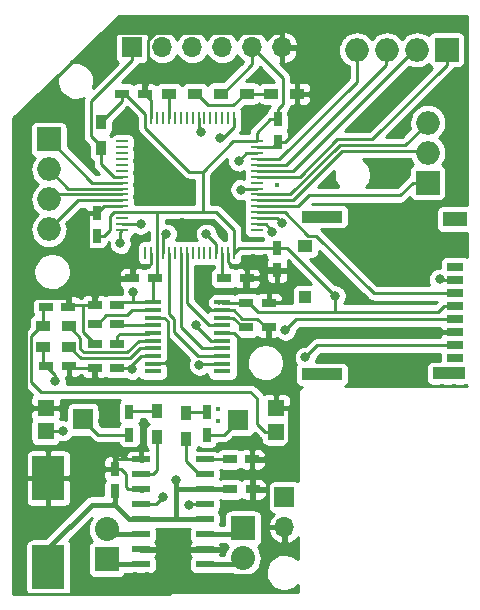
<source format=gtl>
G04 #@! TF.GenerationSoftware,KiCad,Pcbnew,no-vcs-found-44b118f~58~ubuntu16.04.1*
G04 #@! TF.CreationDate,2017-06-12T15:08:49+03:00*
G04 #@! TF.ProjectId,sd_wav_pcm5100,73645F7761765F70636D353130302E6B,rev?*
G04 #@! TF.FileFunction,Copper,L1,Top,Signal*
G04 #@! TF.FilePolarity,Positive*
%FSLAX46Y46*%
G04 Gerber Fmt 4.6, Leading zero omitted, Abs format (unit mm)*
G04 Created by KiCad (PCBNEW no-vcs-found-44b118f~58~ubuntu16.04.1) date Mon Jun 12 15:08:49 2017*
%MOMM*%
%LPD*%
G01*
G04 APERTURE LIST*
%ADD10C,0.100000*%
%ADD11R,1.700000X1.800000*%
%ADD12R,1.400000X1.400000*%
%ADD13R,1.700000X1.700000*%
%ADD14O,1.700000X1.700000*%
%ADD15R,1.200000X0.900000*%
%ADD16R,1.200000X0.750000*%
%ADD17R,0.750000X1.200000*%
%ADD18R,2.700000X3.750000*%
%ADD19O,1.998980X1.998980*%
%ADD20R,1.998980X1.998980*%
%ADD21R,2.032000X2.032000*%
%ADD22O,2.032000X2.032000*%
%ADD23R,0.250000X1.000000*%
%ADD24R,1.000000X0.250000*%
%ADD25R,1.450000X0.450000*%
%ADD26R,1.500000X0.500000*%
%ADD27R,1.400000X0.800000*%
%ADD28R,2.800000X1.000000*%
%ADD29R,3.400000X1.000000*%
%ADD30R,2.000000X1.200000*%
%ADD31R,1.200000X1.000000*%
%ADD32R,1.000000X1.000000*%
%ADD33R,0.900000X1.200000*%
%ADD34C,0.400000*%
%ADD35C,0.800000*%
%ADD36C,0.250000*%
%ADD37C,0.450000*%
%ADD38C,0.254000*%
G04 APERTURE END LIST*
D10*
D11*
X78796620Y-103242220D03*
D12*
X81997020Y-104217580D03*
X81999560Y-102249080D03*
D13*
X69820000Y-71700000D03*
D14*
X72360000Y-71700000D03*
X74900000Y-71700000D03*
X77440000Y-71700000D03*
X79980000Y-71700000D03*
X82520000Y-71700000D03*
D15*
X72950000Y-75625000D03*
X75150000Y-75625000D03*
D11*
X65693380Y-103175000D03*
D12*
X62492980Y-102199640D03*
X62490440Y-104168140D03*
D16*
X79525000Y-91225000D03*
X77625000Y-91225000D03*
D17*
X66825000Y-87625000D03*
X66825000Y-85725000D03*
D16*
X70875000Y-75600000D03*
X68975000Y-75600000D03*
D17*
X82100000Y-90575000D03*
X82100000Y-88675000D03*
D16*
X71750000Y-91250000D03*
X69850000Y-91250000D03*
D17*
X82150000Y-77800000D03*
X82150000Y-79700000D03*
D16*
X62525000Y-93650000D03*
X64425000Y-93650000D03*
X62550000Y-98700000D03*
X64450000Y-98700000D03*
D17*
X76175000Y-102600000D03*
X76175000Y-104500000D03*
D16*
X68575000Y-95125000D03*
X66675000Y-95125000D03*
X66650000Y-98825000D03*
X68550000Y-98825000D03*
X68550000Y-93525000D03*
X66650000Y-93525000D03*
X66675000Y-96775000D03*
X68575000Y-96775000D03*
X80025000Y-109125000D03*
X78125000Y-109125000D03*
X78075000Y-106575000D03*
X79975000Y-106575000D03*
X81400000Y-93325000D03*
X79500000Y-93325000D03*
D17*
X69600000Y-102575000D03*
X69600000Y-104475000D03*
X68350000Y-107375000D03*
X68350000Y-109275000D03*
D16*
X79475000Y-95400000D03*
X81375000Y-95400000D03*
D18*
X62725000Y-108175000D03*
X62725000Y-115725000D03*
D19*
X62775000Y-84565000D03*
X62775000Y-82025000D03*
D20*
X62775000Y-79485000D03*
D19*
X62775000Y-87105000D03*
X94850000Y-80600000D03*
D20*
X94850000Y-83140000D03*
D19*
X94850000Y-78060000D03*
X88845000Y-71900000D03*
D20*
X96465000Y-71900000D03*
D19*
X93925000Y-71900000D03*
X91385000Y-71900000D03*
D15*
X79525000Y-75600000D03*
X77325000Y-75600000D03*
X81600000Y-75625000D03*
X83800000Y-75625000D03*
D21*
X79200000Y-112410000D03*
D22*
X79200000Y-114950000D03*
X67675000Y-112500000D03*
D21*
X67675000Y-115040000D03*
D23*
X70950000Y-77700000D03*
X71450000Y-77700000D03*
X71950000Y-77700000D03*
X72450000Y-77700000D03*
X72950000Y-77700000D03*
X73450000Y-77700000D03*
X73950000Y-77700000D03*
X74450000Y-77700000D03*
X74950000Y-77700000D03*
X75450000Y-77700000D03*
X75950000Y-77700000D03*
X76450000Y-77700000D03*
X76950000Y-77700000D03*
X77450000Y-77700000D03*
X77950000Y-77700000D03*
X78450000Y-77700000D03*
D24*
X80400000Y-79650000D03*
X80400000Y-80150000D03*
X80400000Y-80650000D03*
X80400000Y-81150000D03*
X80400000Y-81650000D03*
X80400000Y-82150000D03*
X80400000Y-82650000D03*
X80400000Y-83150000D03*
X80400000Y-83650000D03*
X80400000Y-84150000D03*
X80400000Y-84650000D03*
X80400000Y-85150000D03*
X80400000Y-85650000D03*
X80400000Y-86150000D03*
X80400000Y-86650000D03*
X80400000Y-87150000D03*
D23*
X78450000Y-89100000D03*
X77950000Y-89100000D03*
X77450000Y-89100000D03*
X76950000Y-89100000D03*
X76450000Y-89100000D03*
X75950000Y-89100000D03*
X75450000Y-89100000D03*
X74950000Y-89100000D03*
X74450000Y-89100000D03*
X73950000Y-89100000D03*
X73450000Y-89100000D03*
X72950000Y-89100000D03*
X72450000Y-89100000D03*
X71950000Y-89100000D03*
X71450000Y-89100000D03*
X70950000Y-89100000D03*
D24*
X69000000Y-87150000D03*
X69000000Y-86650000D03*
X69000000Y-86150000D03*
X69000000Y-85650000D03*
X69000000Y-85150000D03*
X69000000Y-84650000D03*
X69000000Y-84150000D03*
X69000000Y-83650000D03*
X69000000Y-83150000D03*
X69000000Y-82650000D03*
X69000000Y-82150000D03*
X69000000Y-81650000D03*
X69000000Y-81150000D03*
X69000000Y-80650000D03*
X69000000Y-80150000D03*
X69000000Y-79650000D03*
D25*
X77470000Y-93280000D03*
X77470000Y-93930000D03*
X77470000Y-94580000D03*
X77470000Y-95230000D03*
X77470000Y-95880000D03*
X77470000Y-96530000D03*
X77470000Y-97180000D03*
X77470000Y-97830000D03*
X77470000Y-98480000D03*
X77470000Y-99130000D03*
X71570000Y-99130000D03*
X71570000Y-98480000D03*
X71570000Y-97830000D03*
X71570000Y-97180000D03*
X71570000Y-96530000D03*
X71570000Y-95880000D03*
X71570000Y-95230000D03*
X71570000Y-94580000D03*
X71570000Y-93930000D03*
X71570000Y-93280000D03*
D26*
X75984002Y-115470328D03*
X75984002Y-114200328D03*
X75984002Y-112930328D03*
X75984002Y-111660328D03*
X75984002Y-110390328D03*
X75984002Y-109120328D03*
X75984002Y-107850328D03*
X75984002Y-106580328D03*
X70584002Y-106580328D03*
X70584002Y-107850328D03*
X70584002Y-109120328D03*
X70584002Y-110390328D03*
X70584002Y-111660328D03*
X70584002Y-112930328D03*
X70584002Y-114200328D03*
X70584002Y-115470328D03*
D27*
X97161620Y-98016380D03*
X97161620Y-96916380D03*
X97161620Y-95816380D03*
X97161620Y-94716380D03*
X97161620Y-93616380D03*
X97161620Y-92516380D03*
X97161620Y-91416380D03*
X97161620Y-90316380D03*
D28*
X96661240Y-99288260D03*
D29*
X85884020Y-99374620D03*
X85891640Y-86015540D03*
D30*
X97136220Y-86241600D03*
D31*
X84497840Y-88521860D03*
D32*
X84419100Y-92789060D03*
D33*
X67175000Y-78000000D03*
X67175000Y-80200000D03*
D15*
X64450000Y-95300000D03*
X62250000Y-95300000D03*
X62275000Y-97025000D03*
X64475000Y-97025000D03*
D33*
X74375000Y-102625000D03*
X74375000Y-104825000D03*
X71950000Y-102475000D03*
X71950000Y-104675000D03*
D14*
X82720000Y-112320000D03*
D13*
X82720000Y-109780000D03*
D34*
X84074999Y-70322999D03*
X85074999Y-70322999D03*
X86074999Y-70322999D03*
X87074999Y-70322999D03*
X88074999Y-70322999D03*
X89074999Y-70322999D03*
X90074999Y-70322999D03*
X91074999Y-70322999D03*
X92074999Y-70322999D03*
X93074999Y-70322999D03*
X94074999Y-70322999D03*
X95074999Y-70322999D03*
X98074999Y-70322999D03*
X68074999Y-71322999D03*
X85074999Y-71322999D03*
X86074999Y-71322999D03*
X87074999Y-71322999D03*
X67074999Y-72322999D03*
X68074999Y-72322999D03*
X85074999Y-72322999D03*
X86074999Y-72322999D03*
X87074999Y-72322999D03*
X67074999Y-73322999D03*
X74074999Y-73322999D03*
X83074999Y-73322999D03*
X85074999Y-73322999D03*
X86074999Y-73322999D03*
X87074999Y-73322999D03*
X70074999Y-74322999D03*
X73074999Y-74322999D03*
X74074999Y-74322999D03*
X76074999Y-74322999D03*
X80074999Y-74322999D03*
X81074999Y-74322999D03*
X85074999Y-74322999D03*
X86074999Y-74322999D03*
X87074999Y-74322999D03*
X93074999Y-74322999D03*
X97074999Y-74322999D03*
X98074999Y-74322999D03*
X85074999Y-75322999D03*
X86074999Y-75322999D03*
X92074999Y-75322999D03*
X96074999Y-75322999D03*
X97074999Y-75322999D03*
X98074999Y-75322999D03*
X63074999Y-76322999D03*
X64074999Y-76322999D03*
X85074999Y-76322999D03*
X91074999Y-76322999D03*
X95074999Y-76322999D03*
X96074999Y-76322999D03*
X97074999Y-76322999D03*
X98074999Y-76322999D03*
X62074999Y-77322999D03*
X63074999Y-77322999D03*
X64074999Y-77322999D03*
X65074999Y-77322999D03*
X80074999Y-77322999D03*
X83074999Y-77322999D03*
X90074999Y-77322999D03*
X97074999Y-77322999D03*
X98074999Y-77322999D03*
X65074999Y-78322999D03*
X69074999Y-78322999D03*
X70074999Y-78322999D03*
X89074999Y-78322999D03*
X93074999Y-78322999D03*
X97074999Y-78322999D03*
X98074999Y-78322999D03*
X65074999Y-79322999D03*
X70074999Y-79322999D03*
X92074999Y-79322999D03*
X97074999Y-79322999D03*
X98074999Y-79322999D03*
X65074999Y-80322999D03*
X66074999Y-80322999D03*
X70074999Y-80322999D03*
X71074999Y-80322999D03*
X97074999Y-80322999D03*
X98074999Y-80322999D03*
X66074999Y-81322999D03*
X70074999Y-81322999D03*
X71074999Y-81322999D03*
X72074999Y-81322999D03*
X90074999Y-81322999D03*
X91074999Y-81322999D03*
X92074999Y-81322999D03*
X93074999Y-81322999D03*
X97074999Y-81322999D03*
X98074999Y-81322999D03*
X70074999Y-82322999D03*
X71074999Y-82322999D03*
X72074999Y-82322999D03*
X73074999Y-82322999D03*
X91074999Y-82322999D03*
X92074999Y-82322999D03*
X93074999Y-82322999D03*
X97074999Y-82322999D03*
X98074999Y-82322999D03*
X70074999Y-83322999D03*
X71074999Y-83322999D03*
X72074999Y-83322999D03*
X73074999Y-83322999D03*
X74074999Y-83322999D03*
X75074999Y-83322999D03*
X77074999Y-83322999D03*
X82074999Y-83322999D03*
X86074999Y-83322999D03*
X91074999Y-83322999D03*
X92074999Y-83322999D03*
X97074999Y-83322999D03*
X98074999Y-83322999D03*
X70074999Y-84322999D03*
X71074999Y-84322999D03*
X72074999Y-84322999D03*
X73074999Y-84322999D03*
X74074999Y-84322999D03*
X75074999Y-84322999D03*
X77074999Y-84322999D03*
X97074999Y-84322999D03*
X98074999Y-84322999D03*
X78074999Y-85322999D03*
X79074999Y-85322999D03*
X89074999Y-85322999D03*
X90074999Y-85322999D03*
X91074999Y-85322999D03*
X92074999Y-85322999D03*
X93074999Y-85322999D03*
X94074999Y-85322999D03*
X95074999Y-85322999D03*
X65074999Y-86322999D03*
X74074999Y-86322999D03*
X79074999Y-86322999D03*
X89074999Y-86322999D03*
X90074999Y-86322999D03*
X91074999Y-86322999D03*
X92074999Y-86322999D03*
X93074999Y-86322999D03*
X94074999Y-86322999D03*
X95074999Y-86322999D03*
X65074999Y-87322999D03*
X74074999Y-87322999D03*
X87074999Y-87322999D03*
X88074999Y-87322999D03*
X89074999Y-87322999D03*
X90074999Y-87322999D03*
X91074999Y-87322999D03*
X92074999Y-87322999D03*
X93074999Y-87322999D03*
X94074999Y-87322999D03*
X95074999Y-87322999D03*
X65074999Y-88322999D03*
X88074999Y-88322999D03*
X89074999Y-88322999D03*
X90074999Y-88322999D03*
X91074999Y-88322999D03*
X92074999Y-88322999D03*
X93074999Y-88322999D03*
X94074999Y-88322999D03*
X95074999Y-88322999D03*
X96074999Y-88322999D03*
X97074999Y-88322999D03*
X98074999Y-88322999D03*
X64074999Y-89322999D03*
X65074999Y-89322999D03*
X67074999Y-89322999D03*
X80074999Y-89322999D03*
X81074999Y-89322999D03*
X89074999Y-89322999D03*
X90074999Y-89322999D03*
X91074999Y-89322999D03*
X92074999Y-89322999D03*
X93074999Y-89322999D03*
X94074999Y-89322999D03*
X95074999Y-89322999D03*
X96074999Y-89322999D03*
X97074999Y-89322999D03*
X98074999Y-89322999D03*
X65074999Y-90322999D03*
X67074999Y-90322999D03*
X68074999Y-90322999D03*
X86074999Y-90322999D03*
X90074999Y-90322999D03*
X91074999Y-90322999D03*
X92074999Y-90322999D03*
X93074999Y-90322999D03*
X94074999Y-90322999D03*
X81074999Y-91322999D03*
X87074999Y-91322999D03*
X65074999Y-92322999D03*
X80074999Y-92322999D03*
X74074999Y-98322999D03*
X86074999Y-98322999D03*
X87074999Y-98322999D03*
X88074999Y-98322999D03*
X89074999Y-98322999D03*
X90074999Y-98322999D03*
X91074999Y-98322999D03*
X92074999Y-98322999D03*
X93074999Y-98322999D03*
X94074999Y-98322999D03*
X89074999Y-99322999D03*
X90074999Y-99322999D03*
X91074999Y-99322999D03*
X92074999Y-99322999D03*
X93074999Y-99322999D03*
X94074999Y-99322999D03*
X83074999Y-100322999D03*
X89074999Y-100322999D03*
X90074999Y-100322999D03*
X91074999Y-100322999D03*
X92074999Y-100322999D03*
X93074999Y-100322999D03*
X94074999Y-100322999D03*
X95074999Y-100322999D03*
X96074999Y-100322999D03*
X97074999Y-100322999D03*
X98074999Y-100322999D03*
X67074999Y-102322999D03*
X68074999Y-102322999D03*
X77074999Y-102322999D03*
X67074999Y-103322999D03*
X68074999Y-103322999D03*
X77074999Y-103322999D03*
X66074999Y-105322999D03*
X67074999Y-105322999D03*
X68074999Y-105322999D03*
X77074999Y-105322999D03*
X78074999Y-105322999D03*
X79074999Y-105322999D03*
X80074999Y-105322999D03*
X65074999Y-106322999D03*
X66074999Y-106322999D03*
X67074999Y-106322999D03*
X82074999Y-107322999D03*
X83074999Y-107322999D03*
X66074999Y-108322999D03*
X67074999Y-108322999D03*
X82074999Y-108322999D03*
X83074999Y-108322999D03*
X65074999Y-109322999D03*
X66074999Y-109322999D03*
X67074999Y-109322999D03*
X61074999Y-112322999D03*
X62074999Y-112322999D03*
X66074999Y-112322999D03*
X61074999Y-113322999D03*
X65074999Y-113322999D03*
X66074999Y-113322999D03*
X72074999Y-113322999D03*
X73074999Y-113322999D03*
X74074999Y-113322999D03*
X65074999Y-114322999D03*
X66074999Y-114322999D03*
X82074999Y-114322999D03*
X83074999Y-114322999D03*
X65074999Y-115322999D03*
X66074999Y-115322999D03*
X72074999Y-115322999D03*
X65074999Y-116322999D03*
X66074999Y-116322999D03*
X70074999Y-116322999D03*
X71074999Y-116322999D03*
X72074999Y-116322999D03*
X73074999Y-116322999D03*
X65074999Y-117322999D03*
X66074999Y-117322999D03*
X67074999Y-117322999D03*
X68074999Y-117322999D03*
X69074999Y-117322999D03*
X70074999Y-117322999D03*
X71074999Y-117322999D03*
X72074999Y-117322999D03*
X75074999Y-117322999D03*
X76074999Y-117322999D03*
X77074999Y-117322999D03*
X78074999Y-117322999D03*
X79074999Y-117322999D03*
X80074999Y-117322999D03*
X81074999Y-117322999D03*
D35*
X84535911Y-96322143D03*
X87000000Y-92730000D03*
X73540000Y-108350000D03*
X69910000Y-92410000D03*
X69784437Y-98954991D03*
X63310000Y-99980000D03*
X63960000Y-104140000D03*
X75685010Y-78875712D03*
X77277578Y-79374172D03*
X78840000Y-81310000D03*
X95850000Y-91330000D03*
X79028015Y-83738015D03*
X84490000Y-97940000D03*
X82480000Y-86540000D03*
X82800000Y-95630000D03*
X81700000Y-87350000D03*
X75520418Y-98600010D03*
X76110000Y-87500000D03*
X72725010Y-87507283D03*
X75230000Y-95240000D03*
X72470000Y-109780000D03*
X68830000Y-88290000D03*
X74603840Y-110436643D03*
X70550000Y-86650000D03*
D36*
X81999560Y-102249080D02*
X81999560Y-101099560D01*
X81999560Y-101099560D02*
X81000000Y-100100000D01*
X81000000Y-100100000D02*
X80200000Y-100100000D01*
X80200000Y-100100000D02*
X79480000Y-99380000D01*
X79480000Y-99380000D02*
X79370000Y-99380000D01*
X81330000Y-96850002D02*
X82010002Y-96850002D01*
X82010002Y-96850002D02*
X82884560Y-97724560D01*
X82884560Y-97724560D02*
X82884560Y-98119558D01*
X79975000Y-106575000D02*
X81585000Y-106575000D01*
X81585000Y-106575000D02*
X83072021Y-105087979D01*
X83072021Y-105087979D02*
X83072021Y-102371541D01*
X83072021Y-102371541D02*
X82949560Y-102249080D01*
X82949560Y-102249080D02*
X81999560Y-102249080D01*
X81230000Y-109160000D02*
X81230000Y-112350000D01*
X81230000Y-112350000D02*
X81230000Y-115360000D01*
X81487919Y-112350000D02*
X81230000Y-112350000D01*
X82720000Y-112320000D02*
X81517919Y-112320000D01*
X81517919Y-112320000D02*
X81487919Y-112350000D01*
X62725000Y-108175000D02*
X62725000Y-110505000D01*
X62725000Y-110505000D02*
X61650000Y-111580000D01*
X61650000Y-111580000D02*
X59860000Y-111580000D01*
X59775001Y-117975001D02*
X72927001Y-117975001D01*
X59860000Y-111580000D02*
X59730000Y-111710000D01*
X59730000Y-111710000D02*
X59730000Y-117930000D01*
X59730000Y-117930000D02*
X59775001Y-117975001D01*
X72927001Y-117975001D02*
X74561001Y-116341001D01*
X79559998Y-96850002D02*
X81330000Y-96850002D01*
X81375000Y-95400000D02*
X81375000Y-96805002D01*
X81375000Y-96805002D02*
X81330000Y-96850002D01*
X73915000Y-99600000D02*
X74355000Y-100040000D01*
X74355000Y-100040000D02*
X78710000Y-100040000D01*
X78710000Y-100040000D02*
X79370000Y-99380000D01*
X79370000Y-99380000D02*
X79370000Y-97040000D01*
X79370000Y-97040000D02*
X79559998Y-96850002D01*
X77470000Y-95880000D02*
X78445000Y-95880000D01*
X78445000Y-95880000D02*
X79425000Y-96860000D01*
X81370000Y-95620000D02*
X81150000Y-95400000D01*
X85041674Y-95816380D02*
X84535911Y-96322143D01*
X97161620Y-95816380D02*
X85041674Y-95816380D01*
X71771999Y-70474999D02*
X67155001Y-70474999D01*
X60799987Y-76830013D02*
X60799987Y-93725011D01*
X67155001Y-70474999D02*
X60799987Y-76830013D01*
X83800000Y-75625000D02*
X83800000Y-71700000D01*
X83800000Y-71700000D02*
X82520000Y-71700000D01*
X71771999Y-70474999D02*
X82304999Y-70474999D01*
X82304999Y-70474999D02*
X82520000Y-70690000D01*
X82520000Y-70690000D02*
X82520000Y-71700000D01*
X71570000Y-94580000D02*
X72545000Y-94580000D01*
X72545000Y-94580000D02*
X72820000Y-94855000D01*
X72820000Y-94855000D02*
X72820000Y-98205002D01*
X72820000Y-98205002D02*
X72670001Y-98355001D01*
X80025000Y-109125000D02*
X81195000Y-109125000D01*
X81195000Y-109125000D02*
X81230000Y-109160000D01*
X81230000Y-115360000D02*
X80248999Y-116341001D01*
X80248999Y-116341001D02*
X74561001Y-116341001D01*
X79525000Y-91225000D02*
X79520000Y-91220000D01*
X79520000Y-91220000D02*
X79520000Y-90380000D01*
X79520000Y-90380000D02*
X82090000Y-90380000D01*
X82090000Y-90380000D02*
X82100000Y-90370000D01*
X82100000Y-90370000D02*
X82100000Y-90575000D01*
X66825000Y-85725000D02*
X66780000Y-85680000D01*
X66780000Y-85680000D02*
X66150000Y-85680000D01*
X66150000Y-85680000D02*
X66074999Y-85755001D01*
X66074999Y-92324999D02*
X66650000Y-92900000D01*
X66074999Y-85755001D02*
X66074999Y-92324999D01*
X60799987Y-93725011D02*
X61624999Y-92899999D01*
X61624999Y-92899999D02*
X64189999Y-92899999D01*
X64189999Y-92899999D02*
X64425000Y-93135000D01*
X64425000Y-93135000D02*
X64425000Y-93650000D01*
X79065000Y-90140000D02*
X78215000Y-90140000D01*
X78215000Y-90140000D02*
X77950000Y-89875000D01*
X79525000Y-91225000D02*
X79525000Y-90600000D01*
X79525000Y-90600000D02*
X79065000Y-90140000D01*
X79300000Y-91225000D02*
X79300000Y-92270000D01*
X79300000Y-92270000D02*
X79250000Y-92320000D01*
X79250000Y-92320000D02*
X76804998Y-92320000D01*
X76804998Y-92320000D02*
X75970000Y-93154998D01*
X76495000Y-93930000D02*
X77470000Y-93930000D01*
X75970000Y-93154998D02*
X75970000Y-93405000D01*
X75970000Y-93405000D02*
X76495000Y-93930000D01*
X82100000Y-90575000D02*
X82100000Y-91800000D01*
X82100000Y-91800000D02*
X81400000Y-92500000D01*
X81400000Y-92500000D02*
X81400000Y-93325000D01*
X70584002Y-109120328D02*
X69470328Y-109120328D01*
X69470328Y-109120328D02*
X69280000Y-108930000D01*
X69280000Y-108930000D02*
X69280000Y-107810000D01*
X69280000Y-107810000D02*
X68845000Y-107375000D01*
X68845000Y-107375000D02*
X68350000Y-107375000D01*
X71330000Y-90100000D02*
X71450000Y-89980000D01*
X71450000Y-89980000D02*
X71450000Y-89100000D01*
X70375000Y-90100000D02*
X71330000Y-90100000D01*
X69850000Y-91250000D02*
X69850000Y-90625000D01*
X69850000Y-90625000D02*
X70375000Y-90100000D01*
X66650000Y-98825000D02*
X66650000Y-99450000D01*
X66650000Y-99450000D02*
X67220000Y-100020000D01*
X67220000Y-100020000D02*
X73495000Y-100020000D01*
X73495000Y-100020000D02*
X73915000Y-99600000D01*
X61542980Y-102199640D02*
X60700000Y-103042620D01*
X60700000Y-103042620D02*
X60700000Y-108175000D01*
X60700000Y-108175000D02*
X62725000Y-108175000D01*
X70584002Y-106580328D02*
X70528674Y-106525000D01*
X70528674Y-106525000D02*
X68525000Y-106525000D01*
X68525000Y-106525000D02*
X68350000Y-106700000D01*
X68350000Y-106700000D02*
X68350000Y-107375000D01*
X62725000Y-108175000D02*
X64895000Y-108175000D01*
X64895000Y-108175000D02*
X65695000Y-107375000D01*
X65695000Y-107375000D02*
X68350000Y-107375000D01*
X65699999Y-95799999D02*
X65699999Y-93584999D01*
X65699999Y-93584999D02*
X65640000Y-93525000D01*
X66675000Y-96775000D02*
X65699999Y-95799999D01*
X66650000Y-92900000D02*
X66650000Y-93525000D01*
X62492980Y-102199640D02*
X61542980Y-102199640D01*
X61542980Y-102199640D02*
X60799987Y-101456646D01*
X60799987Y-101456646D02*
X60799987Y-93725011D01*
X66650000Y-93525000D02*
X65640000Y-93525000D01*
X65640000Y-93525000D02*
X64550000Y-93525000D01*
X72670001Y-98355001D02*
X73915000Y-99600000D01*
X66650000Y-98825000D02*
X64575000Y-98825000D01*
X64575000Y-98825000D02*
X64450000Y-98700000D01*
X80400000Y-80150000D02*
X81700000Y-80150000D01*
X81700000Y-80150000D02*
X82150000Y-79700000D01*
X83800000Y-75625000D02*
X83800000Y-78675000D01*
X83800000Y-78675000D02*
X82775000Y-79700000D01*
X82775000Y-79700000D02*
X82150000Y-79700000D01*
X70875000Y-75600000D02*
X70875000Y-74975000D01*
X70875000Y-74975000D02*
X71134999Y-74715001D01*
X71134999Y-74715001D02*
X71134999Y-71111999D01*
X71134999Y-71111999D02*
X71771999Y-70474999D01*
X70584002Y-114200328D02*
X73310000Y-114200328D01*
X73310000Y-114200328D02*
X75984002Y-114200328D01*
X74561001Y-116341001D02*
X73310000Y-115090000D01*
X73310000Y-115090000D02*
X73310000Y-114200328D01*
X79975000Y-106575000D02*
X79975000Y-109075000D01*
X79975000Y-109075000D02*
X80025000Y-109125000D01*
X72670001Y-98355001D02*
X72595001Y-98430001D01*
X72595001Y-98430001D02*
X71570000Y-98430001D01*
X71570000Y-98430001D02*
X71570000Y-98480000D01*
X81150000Y-95400000D02*
X81375000Y-95400000D01*
X77470000Y-93930000D02*
X78445000Y-93930000D01*
X78445000Y-93930000D02*
X79164999Y-94649999D01*
X79164999Y-94649999D02*
X80399999Y-94649999D01*
X80399999Y-94649999D02*
X81150000Y-95400000D01*
X79525000Y-91225000D02*
X79300000Y-91225000D01*
X70875000Y-75600000D02*
X71450000Y-76175000D01*
X71450000Y-76175000D02*
X71450000Y-77700000D01*
X69000000Y-85150000D02*
X67400000Y-85150000D01*
X67400000Y-85150000D02*
X66825000Y-85725000D01*
X64550000Y-93525000D02*
X64425000Y-93650000D01*
X69850000Y-91250000D02*
X68300000Y-91250000D01*
X68300000Y-91250000D02*
X66650000Y-92900000D01*
X70075000Y-91250000D02*
X69850000Y-91250000D01*
X77950000Y-89100000D02*
X77950000Y-89875000D01*
X77625000Y-91225000D02*
X77450000Y-91050000D01*
X77450000Y-91050000D02*
X77450000Y-89100000D01*
X71950000Y-89100000D02*
X71950000Y-85690000D01*
X71950000Y-85690000D02*
X71910000Y-85650000D01*
X75800002Y-85650000D02*
X76957004Y-85650000D01*
X76957004Y-85650000D02*
X78450000Y-87142996D01*
X78450000Y-87142996D02*
X78450000Y-88725000D01*
X78450000Y-88725000D02*
X78450000Y-89100000D01*
X95752999Y-94075001D02*
X87000000Y-94075001D01*
X87000000Y-94075001D02*
X84832003Y-94075001D01*
X87000000Y-92730000D02*
X87000000Y-94075001D01*
X97161620Y-93616380D02*
X96211620Y-93616380D01*
X80499999Y-94075001D02*
X80424999Y-94000001D01*
X96211620Y-93616380D02*
X95752999Y-94075001D01*
X84087997Y-94075001D02*
X80499999Y-94075001D01*
X84832003Y-94075001D02*
X84832001Y-94074999D01*
X80424999Y-94000001D02*
X80400001Y-94000001D01*
X84832001Y-94074999D02*
X84087999Y-94074999D01*
X84087999Y-94074999D02*
X84087997Y-94075001D01*
X80400001Y-94000001D02*
X79725000Y-93325000D01*
X79725000Y-93325000D02*
X79500000Y-93325000D01*
X82945000Y-88675000D02*
X87000000Y-92730000D01*
X82100000Y-88675000D02*
X82945000Y-88675000D01*
X75800002Y-82212996D02*
X74662994Y-82212996D01*
X74662994Y-82212996D02*
X70950000Y-78500002D01*
X70950000Y-78500002D02*
X70950000Y-77700000D01*
D37*
X73540000Y-108350000D02*
X73540000Y-109120000D01*
X73540000Y-109120000D02*
X73540000Y-111560328D01*
X73540000Y-111560328D02*
X73440000Y-111660328D01*
X75984002Y-109120328D02*
X74984002Y-109120328D01*
X74983674Y-109120000D02*
X73540000Y-109120000D01*
X74984002Y-109120328D02*
X74983674Y-109120000D01*
X75984002Y-111660328D02*
X73440000Y-111660328D01*
X73440000Y-111660328D02*
X70584002Y-111660328D01*
D36*
X71570000Y-93280000D02*
X69910000Y-93280000D01*
X69910000Y-93280000D02*
X68795000Y-93280000D01*
X69910000Y-92410000D02*
X69910000Y-93280000D01*
X69672867Y-98954991D02*
X69784437Y-98954991D01*
X69542876Y-98825000D02*
X69672867Y-98954991D01*
X80400000Y-79650000D02*
X78362998Y-79650000D01*
X78362998Y-79650000D02*
X75800002Y-82212996D01*
X75800002Y-82212996D02*
X75800002Y-85650000D01*
X68795000Y-93280000D02*
X68550000Y-93525000D01*
X69000000Y-85650000D02*
X71910000Y-85650000D01*
X71910000Y-85650000D02*
X75800002Y-85650000D01*
D37*
X68350000Y-109275000D02*
X68350000Y-110220000D01*
X66390000Y-110420000D02*
X62725000Y-114085000D01*
X68150000Y-110420000D02*
X66390000Y-110420000D01*
X68350000Y-110220000D02*
X68150000Y-110420000D01*
D36*
X62725000Y-114085000D02*
X62725000Y-115243318D01*
X62725000Y-115243318D02*
X62725000Y-115725000D01*
X82150000Y-77800000D02*
X82150000Y-76950000D01*
X82150000Y-76950000D02*
X82575001Y-76524999D01*
X82575001Y-76524999D02*
X82575001Y-74295001D01*
X82575001Y-74295001D02*
X79980000Y-71700000D01*
X77325000Y-75600000D02*
X77475000Y-75600000D01*
D37*
X78125000Y-109125000D02*
X75988674Y-109125000D01*
D36*
X75988674Y-109125000D02*
X75984002Y-109120328D01*
D37*
X70584002Y-111660328D02*
X69584002Y-111660328D01*
X68350000Y-110426326D02*
X68350000Y-109275000D01*
X69584002Y-111660328D02*
X68350000Y-110426326D01*
D36*
X79500000Y-93325000D02*
X77515000Y-93325000D01*
X77515000Y-93325000D02*
X77470000Y-93280000D01*
X71570000Y-97830000D02*
X70537876Y-97830000D01*
X69542876Y-98825000D02*
X68550000Y-98825000D01*
X70537876Y-97830000D02*
X69542876Y-98825000D01*
X71570000Y-93280000D02*
X71570000Y-91430000D01*
X71570000Y-91430000D02*
X71750000Y-91250000D01*
X77175000Y-93325000D02*
X77125000Y-93275000D01*
X68975000Y-75600000D02*
X68975000Y-76225000D01*
X68975000Y-76225000D02*
X67200000Y-78000000D01*
X67200000Y-78000000D02*
X67175000Y-78000000D01*
X77475000Y-75600000D02*
X79980000Y-73095000D01*
X79980000Y-73095000D02*
X79980000Y-71700000D01*
X66825000Y-87625000D02*
X67450000Y-87625000D01*
X67450000Y-87625000D02*
X67950000Y-87125000D01*
X67950000Y-87125000D02*
X67950000Y-85950000D01*
X67950000Y-85950000D02*
X68250000Y-85650000D01*
X68250000Y-85650000D02*
X69000000Y-85650000D01*
X70950000Y-77700000D02*
X70950000Y-77325000D01*
X70950000Y-77325000D02*
X69225000Y-75600000D01*
X69225000Y-75600000D02*
X68975000Y-75600000D01*
X82150000Y-77800000D02*
X81525000Y-77800000D01*
X81525000Y-77800000D02*
X80400000Y-78925000D01*
X80400000Y-78925000D02*
X80400000Y-79650000D01*
X82100000Y-88675000D02*
X78875000Y-88675000D01*
X78875000Y-88675000D02*
X78450000Y-89100000D01*
X71750000Y-91250000D02*
X71950000Y-91050000D01*
X71950000Y-91050000D02*
X71950000Y-89100000D01*
X81997020Y-104217580D02*
X81047020Y-104217580D01*
X81047020Y-104217580D02*
X80380000Y-103550560D01*
X62100000Y-95300000D02*
X62250000Y-95300000D01*
X80380000Y-103550560D02*
X80380000Y-101405598D01*
X80380000Y-101405598D02*
X79844402Y-100870000D01*
X61299999Y-100019999D02*
X61299999Y-96100001D01*
X79844402Y-100870000D02*
X62150000Y-100870000D01*
X62150000Y-100870000D02*
X61299999Y-100019999D01*
X61299999Y-96100001D02*
X62100000Y-95300000D01*
X62475000Y-93700000D02*
X62525000Y-93650000D01*
X62250000Y-95300000D02*
X62250000Y-93925000D01*
X62250000Y-93925000D02*
X62525000Y-93650000D01*
X63310000Y-99980000D02*
X63310000Y-99460000D01*
X63310000Y-99460000D02*
X62550000Y-98700000D01*
X62490440Y-104168140D02*
X63931860Y-104168140D01*
X63931860Y-104168140D02*
X63960000Y-104140000D01*
X62275000Y-97025000D02*
X62275000Y-98425000D01*
X62275000Y-98425000D02*
X62550000Y-98700000D01*
X76175000Y-102600000D02*
X74400000Y-102600000D01*
X74400000Y-102600000D02*
X74375000Y-102625000D01*
X76175000Y-104500000D02*
X77588840Y-104500000D01*
X77588840Y-104500000D02*
X78796620Y-103292220D01*
X78796620Y-103292220D02*
X78796620Y-103242220D01*
X71225000Y-95225000D02*
X68675000Y-95225000D01*
X68675000Y-95225000D02*
X68575000Y-95125000D01*
X71225000Y-93925000D02*
X69800002Y-93925000D01*
X69800002Y-93925000D02*
X69350003Y-94374999D01*
X66900000Y-95125000D02*
X66675000Y-95125000D01*
X69350003Y-94374999D02*
X67650001Y-94374999D01*
X67650001Y-94374999D02*
X66900000Y-95125000D01*
X71225000Y-95875000D02*
X71180000Y-95920000D01*
X68575000Y-96150000D02*
X68575000Y-96775000D01*
X71180000Y-95920000D02*
X68805000Y-95920000D01*
X68805000Y-95920000D02*
X68575000Y-96150000D01*
X78075000Y-106575000D02*
X75989330Y-106575000D01*
X75989330Y-106575000D02*
X75984002Y-106580328D01*
X71950000Y-102475000D02*
X69700000Y-102475000D01*
X69700000Y-102475000D02*
X69600000Y-102575000D01*
X69600000Y-104475000D02*
X66943380Y-104475000D01*
X66943380Y-104475000D02*
X65693380Y-103225000D01*
X65693380Y-103225000D02*
X65693380Y-103175000D01*
X79207878Y-95400000D02*
X79475000Y-95400000D01*
X78387878Y-94580000D02*
X79207878Y-95400000D01*
X77470000Y-94580000D02*
X78387878Y-94580000D01*
X69000000Y-84150000D02*
X63190000Y-84150000D01*
X63190000Y-84150000D02*
X62775000Y-84565000D01*
X69000000Y-83650000D02*
X64400000Y-83650000D01*
X64400000Y-83650000D02*
X62775000Y-82025000D01*
X69000000Y-83150000D02*
X66440000Y-83150000D01*
X66440000Y-83150000D02*
X62775000Y-79485000D01*
X69000000Y-84650000D02*
X65200000Y-84650000D01*
X65200000Y-84650000D02*
X62775000Y-87075000D01*
X62775000Y-87075000D02*
X62775000Y-87105000D01*
X94850000Y-80600000D02*
X94720000Y-80470000D01*
X94720000Y-80470000D02*
X87590000Y-80470000D01*
X87590000Y-80470000D02*
X83410000Y-84650000D01*
X83410000Y-84650000D02*
X80400000Y-84650000D01*
X80400000Y-85150000D02*
X83887122Y-85150000D01*
X83887122Y-85150000D02*
X84807122Y-84230000D01*
X84807122Y-84230000D02*
X92510510Y-84230000D01*
X92510510Y-84230000D02*
X93600510Y-83140000D01*
X93600510Y-83140000D02*
X94850000Y-83140000D01*
X87382888Y-79969990D02*
X83202878Y-84150000D01*
X92940011Y-79969989D02*
X87382888Y-79969990D01*
X83202878Y-84150000D02*
X80400000Y-84150000D01*
X94850000Y-78060000D02*
X92940011Y-79969989D01*
X80400000Y-81150000D02*
X82300000Y-81150000D01*
X82300000Y-81150000D02*
X88845000Y-74605000D01*
X88845000Y-74605000D02*
X88845000Y-71900000D01*
X83995756Y-82650000D02*
X80400000Y-82650000D01*
X90144510Y-79469980D02*
X87175776Y-79469980D01*
X96465000Y-71900000D02*
X96465000Y-73149490D01*
X87175776Y-79469980D02*
X83995756Y-82650000D01*
X96465000Y-73149490D02*
X90144510Y-79469980D01*
X80400000Y-82150000D02*
X83450000Y-82150000D01*
X83450000Y-82150000D02*
X93700000Y-71900000D01*
X93700000Y-71900000D02*
X93925000Y-71900000D01*
X80400000Y-81650000D02*
X82850000Y-81650000D01*
X82850000Y-81650000D02*
X91320000Y-73180000D01*
X91320000Y-73180000D02*
X91320000Y-71965000D01*
X91320000Y-71965000D02*
X91385000Y-71900000D01*
X76265000Y-76590000D02*
X78385000Y-76590000D01*
X78385000Y-76590000D02*
X79375000Y-75600000D01*
X79375000Y-75600000D02*
X79525000Y-75600000D01*
X75300000Y-75625000D02*
X76265000Y-76590000D01*
X75150000Y-75625000D02*
X75300000Y-75625000D01*
X79525000Y-75600000D02*
X81575000Y-75600000D01*
X81575000Y-75600000D02*
X81600000Y-75625000D01*
X75450000Y-77700000D02*
X75450000Y-78640702D01*
X75450000Y-78640702D02*
X75685010Y-78875712D01*
X77525828Y-79374172D02*
X77277578Y-79374172D01*
X78450000Y-78450000D02*
X77525828Y-79374172D01*
X78450000Y-77700000D02*
X78450000Y-78450000D01*
X79500000Y-80650000D02*
X78840000Y-81310000D01*
X80400000Y-80650000D02*
X79500000Y-80650000D01*
X69820000Y-71700000D02*
X69820000Y-72800000D01*
X66349999Y-76270001D02*
X66349999Y-79224999D01*
X69820000Y-72800000D02*
X66349999Y-76270001D01*
X66349999Y-79224999D02*
X67175000Y-80050000D01*
X67175000Y-80050000D02*
X67175000Y-80200000D01*
X69000000Y-82650000D02*
X68250000Y-82650000D01*
X68250000Y-82650000D02*
X67175000Y-81575000D01*
X67175000Y-81575000D02*
X67175000Y-80200000D01*
D37*
X75984002Y-112930328D02*
X78679672Y-112930328D01*
X78679672Y-112930328D02*
X79200000Y-112410000D01*
X75984002Y-115470328D02*
X78679672Y-115470328D01*
X78679672Y-115470328D02*
X79200000Y-114950000D01*
X70584002Y-112930328D02*
X68105328Y-112930328D01*
X68105328Y-112930328D02*
X67675000Y-112500000D01*
X70584002Y-115470328D02*
X68105328Y-115470328D01*
X68105328Y-115470328D02*
X67675000Y-115040000D01*
D36*
X72950000Y-75625000D02*
X72950000Y-77700000D01*
X65450001Y-97200003D02*
X65450001Y-96300001D01*
X65774999Y-97525001D02*
X65450001Y-97200003D01*
X70428632Y-96525000D02*
X69428631Y-97525001D01*
X71225000Y-96525000D02*
X70428632Y-96525000D01*
X65450001Y-96300001D02*
X64450000Y-95300000D01*
X69428631Y-97525001D02*
X65774999Y-97525001D01*
X65475012Y-98025012D02*
X64475000Y-97025000D01*
X71570000Y-97180000D02*
X70480754Y-97180000D01*
X69635742Y-98025012D02*
X65475012Y-98025012D01*
X70480754Y-97180000D02*
X69635742Y-98025012D01*
X74375000Y-104825000D02*
X74375000Y-106741326D01*
X74375000Y-106741326D02*
X75484002Y-107850328D01*
X75484002Y-107850328D02*
X75984002Y-107850328D01*
X70584002Y-107850328D02*
X71584002Y-107850328D01*
X71950000Y-107484330D02*
X71950000Y-104675000D01*
X71584002Y-107850328D02*
X71950000Y-107484330D01*
X95936380Y-91416380D02*
X95850000Y-91330000D01*
X97161620Y-91416380D02*
X95936380Y-91416380D01*
X79116030Y-83650000D02*
X79028015Y-83738015D01*
X80400000Y-83650000D02*
X79116030Y-83650000D01*
X80400000Y-85650000D02*
X82737004Y-85650000D01*
X82737004Y-85650000D02*
X84727004Y-87640000D01*
X85390982Y-87640000D02*
X90267362Y-92516380D01*
X84727004Y-87640000D02*
X85390982Y-87640000D01*
X90267362Y-92516380D02*
X97161620Y-92516380D01*
X85513620Y-96916380D02*
X84490000Y-97940000D01*
X97161620Y-96916380D02*
X85513620Y-96916380D01*
X82090000Y-86150000D02*
X82480000Y-86540000D01*
X80400000Y-86150000D02*
X82090000Y-86150000D01*
X83713620Y-94716380D02*
X82800000Y-95630000D01*
X97161620Y-94716380D02*
X83713620Y-94716380D01*
X81150000Y-86650000D02*
X81700000Y-87200000D01*
X80400000Y-86650000D02*
X81150000Y-86650000D01*
X81700000Y-87200000D02*
X81700000Y-87350000D01*
X75640428Y-98480000D02*
X75520418Y-98600010D01*
X77470000Y-98480000D02*
X75640428Y-98480000D01*
X76110000Y-87500000D02*
X76950000Y-88340000D01*
X76950000Y-88340000D02*
X76950000Y-89100000D01*
X74450000Y-93312996D02*
X74450000Y-89100000D01*
X76362004Y-95225000D02*
X74450000Y-93312996D01*
X77125000Y-95225000D02*
X76362004Y-95225000D01*
X73950000Y-89100000D02*
X73950000Y-95370000D01*
X73950000Y-95370000D02*
X75755000Y-97175000D01*
X75755000Y-97175000D02*
X77125000Y-97175000D01*
X77125000Y-97825000D02*
X75385000Y-97825000D01*
X75385000Y-97825000D02*
X73390000Y-95830000D01*
X73390000Y-95830000D02*
X73390000Y-94717878D01*
X72950000Y-94277878D02*
X72950000Y-89100000D01*
X73390000Y-94717878D02*
X72950000Y-94277878D01*
X72450000Y-87782293D02*
X72725010Y-87507283D01*
X72450000Y-89100000D02*
X72450000Y-87782293D01*
X77470000Y-96530000D02*
X76495000Y-96530000D01*
X76495000Y-96530000D02*
X75230000Y-95265000D01*
X75230000Y-95265000D02*
X75230000Y-95240000D01*
X71859672Y-110390328D02*
X72470000Y-109780000D01*
X70584002Y-110390328D02*
X71859672Y-110390328D01*
X68830000Y-88290000D02*
X68830000Y-87320000D01*
X68830000Y-87320000D02*
X69000000Y-87150000D01*
X74650155Y-110390328D02*
X74603840Y-110436643D01*
X75984002Y-110390328D02*
X74650155Y-110390328D01*
X70550000Y-86650000D02*
X69000000Y-86650000D01*
D38*
G36*
X63529545Y-74070856D02*
X63465246Y-74373363D01*
X63460928Y-74682598D01*
X63516756Y-74986783D01*
X63630604Y-75274331D01*
X63798136Y-75534289D01*
X64012970Y-75756756D01*
X64266923Y-75933259D01*
X64550322Y-76057073D01*
X64852374Y-76123483D01*
X65161571Y-76129960D01*
X65466138Y-76076256D01*
X65711583Y-75981054D01*
X65704766Y-75993454D01*
X65703649Y-75996975D01*
X65701906Y-76000226D01*
X65682950Y-76062225D01*
X65663339Y-76124047D01*
X65662928Y-76127713D01*
X65661848Y-76131245D01*
X65655294Y-76195772D01*
X65648067Y-76260200D01*
X65648017Y-76267413D01*
X65648003Y-76267550D01*
X65648015Y-76267678D01*
X65647999Y-76270001D01*
X65647999Y-79224999D01*
X65654325Y-79289516D01*
X65659978Y-79354133D01*
X65661008Y-79357677D01*
X65661368Y-79361352D01*
X65680110Y-79423427D01*
X65698202Y-79485699D01*
X65699902Y-79488978D01*
X65700968Y-79492510D01*
X65731400Y-79549744D01*
X65761252Y-79607336D01*
X65763555Y-79610221D01*
X65765288Y-79613480D01*
X65806257Y-79663713D01*
X65846728Y-79714410D01*
X65851795Y-79719547D01*
X65851880Y-79719652D01*
X65851977Y-79719732D01*
X65853610Y-79721388D01*
X66145209Y-80012987D01*
X66145209Y-80800000D01*
X66156350Y-80913112D01*
X66189343Y-81021876D01*
X66242921Y-81122115D01*
X66315026Y-81209974D01*
X66402885Y-81282079D01*
X66473000Y-81319556D01*
X66473000Y-81575000D01*
X66479326Y-81639517D01*
X66484979Y-81704134D01*
X66486009Y-81707678D01*
X66486369Y-81711353D01*
X66505111Y-81773428D01*
X66523203Y-81835700D01*
X66524903Y-81838979D01*
X66525969Y-81842511D01*
X66556401Y-81899745D01*
X66586253Y-81957337D01*
X66588556Y-81960222D01*
X66590289Y-81963481D01*
X66631258Y-82013714D01*
X66671729Y-82064411D01*
X66676796Y-82069548D01*
X66676881Y-82069653D01*
X66676978Y-82069733D01*
X66678611Y-82071389D01*
X67055222Y-82448000D01*
X66730778Y-82448000D01*
X64354281Y-80071503D01*
X64354281Y-78485510D01*
X64343140Y-78372398D01*
X64310147Y-78263634D01*
X64256569Y-78163395D01*
X64184464Y-78075536D01*
X64096605Y-78003431D01*
X63996366Y-77949853D01*
X63887602Y-77916860D01*
X63774490Y-77905719D01*
X61775510Y-77905719D01*
X61662398Y-77916860D01*
X61553634Y-77949853D01*
X61453395Y-78003431D01*
X61365536Y-78075536D01*
X61293431Y-78163395D01*
X61239853Y-78263634D01*
X61206860Y-78372398D01*
X61195719Y-78485510D01*
X61195719Y-80484490D01*
X61206860Y-80597602D01*
X61239853Y-80706366D01*
X61293431Y-80806605D01*
X61365536Y-80894464D01*
X61453395Y-80966569D01*
X61553634Y-81020147D01*
X61561603Y-81022564D01*
X61474217Y-81126707D01*
X61325992Y-81396327D01*
X61232960Y-81689601D01*
X61198664Y-81995361D01*
X61198510Y-82017372D01*
X61198510Y-82032628D01*
X61228534Y-82338837D01*
X61317462Y-82633382D01*
X61461908Y-82905044D01*
X61656369Y-83143477D01*
X61840330Y-83295662D01*
X61671988Y-83431013D01*
X61474217Y-83666707D01*
X61325992Y-83936327D01*
X61232960Y-84229601D01*
X61198664Y-84535361D01*
X61198510Y-84557372D01*
X61198510Y-84572628D01*
X61228534Y-84878837D01*
X61317462Y-85173382D01*
X61461908Y-85445044D01*
X61656369Y-85683477D01*
X61840330Y-85835662D01*
X61671988Y-85971013D01*
X61474217Y-86206707D01*
X61325992Y-86476327D01*
X61232960Y-86769601D01*
X61198664Y-87075361D01*
X61198510Y-87097372D01*
X61198510Y-87112628D01*
X61228534Y-87418837D01*
X61317462Y-87713382D01*
X61461908Y-87985044D01*
X61656369Y-88223477D01*
X61893438Y-88419597D01*
X62164086Y-88565936D01*
X62458003Y-88656919D01*
X62763994Y-88689080D01*
X63070405Y-88661194D01*
X63365564Y-88574324D01*
X63638228Y-88431779D01*
X63878012Y-88238987D01*
X64075783Y-88003293D01*
X64224008Y-87733673D01*
X64317040Y-87440399D01*
X64351336Y-87134639D01*
X64351490Y-87112628D01*
X64351490Y-87097372D01*
X64321466Y-86791163D01*
X64258887Y-86583891D01*
X65490778Y-85352000D01*
X65873000Y-85352000D01*
X65873000Y-85482750D01*
X66017250Y-85627000D01*
X66727000Y-85627000D01*
X66727000Y-85607000D01*
X66923000Y-85607000D01*
X66923000Y-85627000D01*
X66943000Y-85627000D01*
X66943000Y-85823000D01*
X66923000Y-85823000D01*
X66923000Y-85843000D01*
X66727000Y-85843000D01*
X66727000Y-85823000D01*
X66017250Y-85823000D01*
X65873000Y-85967250D01*
X65873000Y-86381830D01*
X65895174Y-86493305D01*
X65938669Y-86598312D01*
X65990312Y-86675601D01*
X65967921Y-86702885D01*
X65914343Y-86803124D01*
X65881350Y-86911888D01*
X65870209Y-87025000D01*
X65870209Y-88225000D01*
X65881350Y-88338112D01*
X65914343Y-88446876D01*
X65967921Y-88547115D01*
X66040026Y-88634974D01*
X66127885Y-88707079D01*
X66228124Y-88760657D01*
X66336888Y-88793650D01*
X66450000Y-88804791D01*
X67200000Y-88804791D01*
X67313112Y-88793650D01*
X67421876Y-88760657D01*
X67522115Y-88707079D01*
X67609974Y-88634974D01*
X67682079Y-88547115D01*
X67735657Y-88446876D01*
X67768650Y-88338112D01*
X67778132Y-88241844D01*
X67832337Y-88213747D01*
X67835222Y-88211444D01*
X67838481Y-88209711D01*
X67854163Y-88196921D01*
X67851716Y-88372149D01*
X67886303Y-88560601D01*
X67956836Y-88738745D01*
X68060627Y-88899798D01*
X68193723Y-89037623D01*
X68351055Y-89146971D01*
X68526630Y-89223678D01*
X68713760Y-89264821D01*
X68905317Y-89268834D01*
X69094006Y-89235563D01*
X69272639Y-89166276D01*
X69434411Y-89063611D01*
X69573162Y-88931481D01*
X69683607Y-88774916D01*
X69761537Y-88599881D01*
X69803986Y-88413043D01*
X69807042Y-88194200D01*
X69769826Y-88006250D01*
X69696813Y-87829107D01*
X69690815Y-87820079D01*
X69721876Y-87810657D01*
X69822115Y-87757079D01*
X69909974Y-87684974D01*
X69982079Y-87597115D01*
X70035657Y-87496876D01*
X70039291Y-87484895D01*
X70071055Y-87506971D01*
X70246630Y-87583678D01*
X70433760Y-87624821D01*
X70625317Y-87628834D01*
X70814006Y-87595563D01*
X70992639Y-87526276D01*
X71154411Y-87423611D01*
X71248000Y-87334488D01*
X71248000Y-88023000D01*
X71243250Y-88023000D01*
X71247385Y-88027135D01*
X71203194Y-88035925D01*
X71188112Y-88031350D01*
X71075000Y-88020209D01*
X70825000Y-88020209D01*
X70711888Y-88031350D01*
X70603124Y-88064343D01*
X70502885Y-88117921D01*
X70415026Y-88190026D01*
X70342921Y-88277885D01*
X70289343Y-88378124D01*
X70256350Y-88486888D01*
X70245209Y-88600000D01*
X70245209Y-89600000D01*
X70256350Y-89713112D01*
X70289343Y-89821876D01*
X70342921Y-89922115D01*
X70415026Y-90009974D01*
X70502885Y-90082079D01*
X70603124Y-90135657D01*
X70711888Y-90168650D01*
X70825000Y-90179791D01*
X71075000Y-90179791D01*
X71188112Y-90168650D01*
X71203194Y-90164075D01*
X71247385Y-90172865D01*
X71243250Y-90177000D01*
X71248000Y-90177000D01*
X71248000Y-90295209D01*
X71150000Y-90295209D01*
X71036888Y-90306350D01*
X70928124Y-90339343D01*
X70827885Y-90392921D01*
X70800601Y-90415312D01*
X70723312Y-90363669D01*
X70618305Y-90320174D01*
X70506830Y-90298000D01*
X70092250Y-90298000D01*
X69948000Y-90442250D01*
X69948000Y-91152000D01*
X69968000Y-91152000D01*
X69968000Y-91348000D01*
X69948000Y-91348000D01*
X69948000Y-91368000D01*
X69752000Y-91368000D01*
X69752000Y-91348000D01*
X68817250Y-91348000D01*
X68673000Y-91492250D01*
X68673000Y-91681829D01*
X68695174Y-91793304D01*
X68738669Y-91898312D01*
X68801815Y-91992816D01*
X68882184Y-92073185D01*
X68970219Y-92132009D01*
X68934391Y-92300568D01*
X68931716Y-92492149D01*
X68946043Y-92570209D01*
X67950000Y-92570209D01*
X67836888Y-92581350D01*
X67728124Y-92614343D01*
X67627885Y-92667921D01*
X67600601Y-92690312D01*
X67523312Y-92638669D01*
X67418305Y-92595174D01*
X67306830Y-92573000D01*
X66892250Y-92573000D01*
X66748000Y-92717250D01*
X66748000Y-93427000D01*
X66768000Y-93427000D01*
X66768000Y-93623000D01*
X66748000Y-93623000D01*
X66748000Y-93643000D01*
X66552000Y-93643000D01*
X66552000Y-93623000D01*
X66532000Y-93623000D01*
X66532000Y-93427000D01*
X66552000Y-93427000D01*
X66552000Y-92717250D01*
X66407750Y-92573000D01*
X65993170Y-92573000D01*
X65881695Y-92595174D01*
X65776688Y-92638669D01*
X65682184Y-92701815D01*
X65601815Y-92782184D01*
X65538669Y-92876688D01*
X65505812Y-92956013D01*
X65473185Y-92907184D01*
X65392816Y-92826815D01*
X65298312Y-92763669D01*
X65193305Y-92720174D01*
X65081830Y-92698000D01*
X64667250Y-92698000D01*
X64523000Y-92842250D01*
X64523000Y-93552000D01*
X64543000Y-93552000D01*
X64543000Y-93748000D01*
X64523000Y-93748000D01*
X64523000Y-93768000D01*
X64327000Y-93768000D01*
X64327000Y-93748000D01*
X64307000Y-93748000D01*
X64307000Y-93552000D01*
X64327000Y-93552000D01*
X64327000Y-92842250D01*
X64182750Y-92698000D01*
X63768170Y-92698000D01*
X63656695Y-92720174D01*
X63551688Y-92763669D01*
X63474399Y-92815312D01*
X63447115Y-92792921D01*
X63346876Y-92739343D01*
X63238112Y-92706350D01*
X63125000Y-92695209D01*
X61925000Y-92695209D01*
X61811888Y-92706350D01*
X61703124Y-92739343D01*
X61602885Y-92792921D01*
X61515026Y-92865026D01*
X61442921Y-92952885D01*
X61389343Y-93053124D01*
X61356350Y-93161888D01*
X61345209Y-93275000D01*
X61345209Y-94025000D01*
X61356350Y-94138112D01*
X61389343Y-94246876D01*
X61426009Y-94315474D01*
X61327885Y-94367921D01*
X61240026Y-94440026D01*
X61167921Y-94527885D01*
X61114343Y-94628124D01*
X61081350Y-94736888D01*
X61070209Y-94850000D01*
X61070209Y-95337013D01*
X60803610Y-95603612D01*
X60762442Y-95653730D01*
X60720769Y-95703394D01*
X60718992Y-95706626D01*
X60716647Y-95709481D01*
X60686000Y-95766639D01*
X60654766Y-95823454D01*
X60653649Y-95826975D01*
X60651906Y-95830226D01*
X60632950Y-95892225D01*
X60613339Y-95954047D01*
X60612928Y-95957713D01*
X60611848Y-95961245D01*
X60605294Y-96025772D01*
X60598067Y-96090200D01*
X60598017Y-96097413D01*
X60598003Y-96097550D01*
X60598015Y-96097678D01*
X60597999Y-96100001D01*
X60597999Y-100019999D01*
X60604325Y-100084516D01*
X60609978Y-100149133D01*
X60611008Y-100152677D01*
X60611368Y-100156352D01*
X60630110Y-100218427D01*
X60648202Y-100280699D01*
X60649902Y-100283978D01*
X60650968Y-100287510D01*
X60681400Y-100344744D01*
X60711252Y-100402336D01*
X60713555Y-100405221D01*
X60715288Y-100408480D01*
X60756257Y-100458713D01*
X60796728Y-100509410D01*
X60801795Y-100514547D01*
X60801880Y-100514652D01*
X60801977Y-100514732D01*
X60803610Y-100516388D01*
X61381921Y-101094699D01*
X61344795Y-101131824D01*
X61281649Y-101226328D01*
X61238154Y-101331335D01*
X61215980Y-101442810D01*
X61215980Y-101957390D01*
X61360230Y-102101640D01*
X62394980Y-102101640D01*
X62394980Y-102081640D01*
X62590980Y-102081640D01*
X62590980Y-102101640D01*
X63625730Y-102101640D01*
X63769980Y-101957390D01*
X63769980Y-101572000D01*
X68809303Y-101572000D01*
X68742921Y-101652885D01*
X68689343Y-101753124D01*
X68656350Y-101861888D01*
X68645209Y-101975000D01*
X68645209Y-103175000D01*
X68656350Y-103288112D01*
X68689343Y-103396876D01*
X68742921Y-103497115D01*
X68765806Y-103525000D01*
X68742921Y-103552885D01*
X68689343Y-103653124D01*
X68656350Y-103761888D01*
X68655256Y-103773000D01*
X67234158Y-103773000D01*
X67123171Y-103662013D01*
X67123171Y-102275000D01*
X67112030Y-102161888D01*
X67079037Y-102053124D01*
X67025459Y-101952885D01*
X66953354Y-101865026D01*
X66865495Y-101792921D01*
X66765256Y-101739343D01*
X66656492Y-101706350D01*
X66543380Y-101695209D01*
X64843380Y-101695209D01*
X64730268Y-101706350D01*
X64621504Y-101739343D01*
X64521265Y-101792921D01*
X64433406Y-101865026D01*
X64361301Y-101952885D01*
X64307723Y-102053124D01*
X64274730Y-102161888D01*
X64263589Y-102275000D01*
X64263589Y-103207761D01*
X64250305Y-103202177D01*
X64062618Y-103163651D01*
X63871024Y-103162313D01*
X63698787Y-103195170D01*
X63694644Y-103187419D01*
X63704311Y-103172952D01*
X63747806Y-103067945D01*
X63769980Y-102956470D01*
X63769980Y-102441890D01*
X63625730Y-102297640D01*
X62590980Y-102297640D01*
X62590980Y-102317640D01*
X62394980Y-102317640D01*
X62394980Y-102297640D01*
X61360230Y-102297640D01*
X61215980Y-102441890D01*
X61215980Y-102956470D01*
X61238154Y-103067945D01*
X61281649Y-103172952D01*
X61288493Y-103183195D01*
X61254783Y-103246264D01*
X61221790Y-103355028D01*
X61210649Y-103468140D01*
X61210649Y-104868140D01*
X61221790Y-104981252D01*
X61254783Y-105090016D01*
X61308361Y-105190255D01*
X61380466Y-105278114D01*
X61468325Y-105350219D01*
X61568564Y-105403797D01*
X61677328Y-105436790D01*
X61790440Y-105447931D01*
X63190440Y-105447931D01*
X63303552Y-105436790D01*
X63412316Y-105403797D01*
X63512555Y-105350219D01*
X63600414Y-105278114D01*
X63672519Y-105190255D01*
X63726097Y-105090016D01*
X63726400Y-105089018D01*
X63843760Y-105114821D01*
X64035317Y-105118834D01*
X64224006Y-105085563D01*
X64402639Y-105016276D01*
X64564411Y-104913611D01*
X64703162Y-104781481D01*
X64795836Y-104650108D01*
X64843380Y-104654791D01*
X66130393Y-104654791D01*
X66446991Y-104971389D01*
X66497087Y-105012539D01*
X66546773Y-105054230D01*
X66550008Y-105056008D01*
X66552861Y-105058352D01*
X66609997Y-105088988D01*
X66666833Y-105120233D01*
X66670354Y-105121350D01*
X66673605Y-105123093D01*
X66735604Y-105142049D01*
X66797426Y-105161660D01*
X66801092Y-105162071D01*
X66804624Y-105163151D01*
X66869151Y-105169705D01*
X66933579Y-105176932D01*
X66940792Y-105176982D01*
X66940929Y-105176996D01*
X66941057Y-105176984D01*
X66943380Y-105177000D01*
X68655256Y-105177000D01*
X68656350Y-105188112D01*
X68689343Y-105296876D01*
X68742921Y-105397115D01*
X68815026Y-105484974D01*
X68902885Y-105557079D01*
X69003124Y-105610657D01*
X69111888Y-105643650D01*
X69225000Y-105654791D01*
X69975000Y-105654791D01*
X70088112Y-105643650D01*
X70196876Y-105610657D01*
X70297115Y-105557079D01*
X70384974Y-105484974D01*
X70457079Y-105397115D01*
X70510657Y-105296876D01*
X70543650Y-105188112D01*
X70554791Y-105075000D01*
X70554791Y-103875000D01*
X70543650Y-103761888D01*
X70510657Y-103653124D01*
X70457079Y-103552885D01*
X70434194Y-103525000D01*
X70457079Y-103497115D01*
X70510657Y-103396876D01*
X70543650Y-103288112D01*
X70554594Y-103177000D01*
X70930256Y-103177000D01*
X70931350Y-103188112D01*
X70964343Y-103296876D01*
X71017921Y-103397115D01*
X71090026Y-103484974D01*
X71177885Y-103557079D01*
X71211413Y-103575000D01*
X71177885Y-103592921D01*
X71090026Y-103665026D01*
X71017921Y-103752885D01*
X70964343Y-103853124D01*
X70931350Y-103961888D01*
X70920209Y-104075000D01*
X70920209Y-105275000D01*
X70931350Y-105388112D01*
X70964343Y-105496876D01*
X71017921Y-105597115D01*
X71090026Y-105684974D01*
X71173314Y-105753328D01*
X70826252Y-105753328D01*
X70682002Y-105897578D01*
X70682002Y-106482328D01*
X70702002Y-106482328D01*
X70702002Y-106678328D01*
X70682002Y-106678328D01*
X70682002Y-106698328D01*
X70486002Y-106698328D01*
X70486002Y-106678328D01*
X70466002Y-106678328D01*
X70466002Y-106482328D01*
X70486002Y-106482328D01*
X70486002Y-105897578D01*
X70341752Y-105753328D01*
X69777173Y-105753328D01*
X69665698Y-105775502D01*
X69560690Y-105818997D01*
X69466186Y-105882143D01*
X69385817Y-105962512D01*
X69322671Y-106057016D01*
X69279176Y-106162023D01*
X69257002Y-106273498D01*
X69257002Y-106338078D01*
X69401250Y-106482326D01*
X69257002Y-106482326D01*
X69257002Y-106551593D01*
X69236331Y-106501688D01*
X69173185Y-106407184D01*
X69092816Y-106326815D01*
X68998312Y-106263669D01*
X68893304Y-106220174D01*
X68781829Y-106198000D01*
X68592250Y-106198000D01*
X68448000Y-106342250D01*
X68448000Y-107277000D01*
X68468000Y-107277000D01*
X68468000Y-107473000D01*
X68448000Y-107473000D01*
X68448000Y-107493000D01*
X68252000Y-107493000D01*
X68252000Y-107473000D01*
X67542250Y-107473000D01*
X67398000Y-107617250D01*
X67398000Y-108031830D01*
X67420174Y-108143305D01*
X67463669Y-108248312D01*
X67515312Y-108325601D01*
X67492921Y-108352885D01*
X67439343Y-108453124D01*
X67406350Y-108561888D01*
X67395209Y-108675000D01*
X67395209Y-109618000D01*
X66390000Y-109618000D01*
X66316307Y-109625226D01*
X66242472Y-109631685D01*
X66238418Y-109632863D01*
X66234224Y-109633274D01*
X66163347Y-109654673D01*
X66092163Y-109675354D01*
X66088417Y-109677296D01*
X66084382Y-109678514D01*
X66018982Y-109713288D01*
X65953200Y-109747386D01*
X65949905Y-109750016D01*
X65946180Y-109751997D01*
X65888756Y-109798831D01*
X65830874Y-109845037D01*
X65825008Y-109850822D01*
X65824883Y-109850924D01*
X65824787Y-109851040D01*
X65822901Y-109852900D01*
X62405591Y-113270209D01*
X61375000Y-113270209D01*
X61261888Y-113281350D01*
X61153124Y-113314343D01*
X61052885Y-113367921D01*
X60965026Y-113440026D01*
X60892921Y-113527885D01*
X60839343Y-113628124D01*
X60806350Y-113736888D01*
X60795209Y-113850000D01*
X60795209Y-117600000D01*
X60806350Y-117713112D01*
X60824517Y-117773000D01*
X59752000Y-117773000D01*
X59752000Y-108417250D01*
X60798000Y-108417250D01*
X60798000Y-110106830D01*
X60820174Y-110218305D01*
X60863669Y-110323312D01*
X60926815Y-110417816D01*
X61007184Y-110498185D01*
X61101688Y-110561331D01*
X61206696Y-110604826D01*
X61318171Y-110627000D01*
X62482750Y-110627000D01*
X62627000Y-110482750D01*
X62627000Y-108273000D01*
X62823000Y-108273000D01*
X62823000Y-110482750D01*
X62967250Y-110627000D01*
X64131829Y-110627000D01*
X64243304Y-110604826D01*
X64348312Y-110561331D01*
X64442816Y-110498185D01*
X64523185Y-110417816D01*
X64586331Y-110323312D01*
X64629826Y-110218305D01*
X64652000Y-110106830D01*
X64652000Y-108417250D01*
X64507750Y-108273000D01*
X62823000Y-108273000D01*
X62627000Y-108273000D01*
X60942250Y-108273000D01*
X60798000Y-108417250D01*
X59752000Y-108417250D01*
X59752000Y-106243170D01*
X60798000Y-106243170D01*
X60798000Y-107932750D01*
X60942250Y-108077000D01*
X62627000Y-108077000D01*
X62627000Y-105867250D01*
X62823000Y-105867250D01*
X62823000Y-108077000D01*
X64507750Y-108077000D01*
X64652000Y-107932750D01*
X64652000Y-106718170D01*
X67398000Y-106718170D01*
X67398000Y-107132750D01*
X67542250Y-107277000D01*
X68252000Y-107277000D01*
X68252000Y-106342250D01*
X68107750Y-106198000D01*
X67918171Y-106198000D01*
X67806696Y-106220174D01*
X67701688Y-106263669D01*
X67607184Y-106326815D01*
X67526815Y-106407184D01*
X67463669Y-106501688D01*
X67420174Y-106606695D01*
X67398000Y-106718170D01*
X64652000Y-106718170D01*
X64652000Y-106243170D01*
X64629826Y-106131695D01*
X64586331Y-106026688D01*
X64523185Y-105932184D01*
X64442816Y-105851815D01*
X64348312Y-105788669D01*
X64243304Y-105745174D01*
X64131829Y-105723000D01*
X62967250Y-105723000D01*
X62823000Y-105867250D01*
X62627000Y-105867250D01*
X62482750Y-105723000D01*
X61318171Y-105723000D01*
X61206696Y-105745174D01*
X61101688Y-105788669D01*
X61007184Y-105851815D01*
X60926815Y-105932184D01*
X60863669Y-106026688D01*
X60820174Y-106131695D01*
X60798000Y-106243170D01*
X59752000Y-106243170D01*
X59752000Y-90812598D01*
X61460928Y-90812598D01*
X61516756Y-91116783D01*
X61630604Y-91404331D01*
X61798136Y-91664289D01*
X62012970Y-91886756D01*
X62266923Y-92063259D01*
X62550322Y-92187073D01*
X62852374Y-92253483D01*
X63161571Y-92259960D01*
X63466138Y-92206256D01*
X63754474Y-92094418D01*
X64015596Y-91928705D01*
X64239557Y-91715430D01*
X64417828Y-91462715D01*
X64543617Y-91180187D01*
X64612135Y-90878607D01*
X64612978Y-90818171D01*
X68673000Y-90818171D01*
X68673000Y-91007750D01*
X68817250Y-91152000D01*
X69752000Y-91152000D01*
X69752000Y-90442250D01*
X69607750Y-90298000D01*
X69193170Y-90298000D01*
X69081695Y-90320174D01*
X68976688Y-90363669D01*
X68882184Y-90426815D01*
X68801815Y-90507184D01*
X68738669Y-90601688D01*
X68695174Y-90706696D01*
X68673000Y-90818171D01*
X64612978Y-90818171D01*
X64617067Y-90525367D01*
X64556997Y-90221992D01*
X64439145Y-89936061D01*
X64268000Y-89678467D01*
X64050081Y-89459022D01*
X63793688Y-89286082D01*
X63508588Y-89166237D01*
X63205639Y-89104051D01*
X62896381Y-89101892D01*
X62592593Y-89159842D01*
X62305847Y-89275695D01*
X62047065Y-89445038D01*
X61826103Y-89661419D01*
X61651378Y-89916599D01*
X61529545Y-90200856D01*
X61465246Y-90503363D01*
X61460928Y-90812598D01*
X59752000Y-90812598D01*
X59752000Y-77643270D01*
X63554124Y-74013509D01*
X63529545Y-74070856D01*
X63529545Y-74070856D01*
G37*
X63529545Y-74070856D02*
X63465246Y-74373363D01*
X63460928Y-74682598D01*
X63516756Y-74986783D01*
X63630604Y-75274331D01*
X63798136Y-75534289D01*
X64012970Y-75756756D01*
X64266923Y-75933259D01*
X64550322Y-76057073D01*
X64852374Y-76123483D01*
X65161571Y-76129960D01*
X65466138Y-76076256D01*
X65711583Y-75981054D01*
X65704766Y-75993454D01*
X65703649Y-75996975D01*
X65701906Y-76000226D01*
X65682950Y-76062225D01*
X65663339Y-76124047D01*
X65662928Y-76127713D01*
X65661848Y-76131245D01*
X65655294Y-76195772D01*
X65648067Y-76260200D01*
X65648017Y-76267413D01*
X65648003Y-76267550D01*
X65648015Y-76267678D01*
X65647999Y-76270001D01*
X65647999Y-79224999D01*
X65654325Y-79289516D01*
X65659978Y-79354133D01*
X65661008Y-79357677D01*
X65661368Y-79361352D01*
X65680110Y-79423427D01*
X65698202Y-79485699D01*
X65699902Y-79488978D01*
X65700968Y-79492510D01*
X65731400Y-79549744D01*
X65761252Y-79607336D01*
X65763555Y-79610221D01*
X65765288Y-79613480D01*
X65806257Y-79663713D01*
X65846728Y-79714410D01*
X65851795Y-79719547D01*
X65851880Y-79719652D01*
X65851977Y-79719732D01*
X65853610Y-79721388D01*
X66145209Y-80012987D01*
X66145209Y-80800000D01*
X66156350Y-80913112D01*
X66189343Y-81021876D01*
X66242921Y-81122115D01*
X66315026Y-81209974D01*
X66402885Y-81282079D01*
X66473000Y-81319556D01*
X66473000Y-81575000D01*
X66479326Y-81639517D01*
X66484979Y-81704134D01*
X66486009Y-81707678D01*
X66486369Y-81711353D01*
X66505111Y-81773428D01*
X66523203Y-81835700D01*
X66524903Y-81838979D01*
X66525969Y-81842511D01*
X66556401Y-81899745D01*
X66586253Y-81957337D01*
X66588556Y-81960222D01*
X66590289Y-81963481D01*
X66631258Y-82013714D01*
X66671729Y-82064411D01*
X66676796Y-82069548D01*
X66676881Y-82069653D01*
X66676978Y-82069733D01*
X66678611Y-82071389D01*
X67055222Y-82448000D01*
X66730778Y-82448000D01*
X64354281Y-80071503D01*
X64354281Y-78485510D01*
X64343140Y-78372398D01*
X64310147Y-78263634D01*
X64256569Y-78163395D01*
X64184464Y-78075536D01*
X64096605Y-78003431D01*
X63996366Y-77949853D01*
X63887602Y-77916860D01*
X63774490Y-77905719D01*
X61775510Y-77905719D01*
X61662398Y-77916860D01*
X61553634Y-77949853D01*
X61453395Y-78003431D01*
X61365536Y-78075536D01*
X61293431Y-78163395D01*
X61239853Y-78263634D01*
X61206860Y-78372398D01*
X61195719Y-78485510D01*
X61195719Y-80484490D01*
X61206860Y-80597602D01*
X61239853Y-80706366D01*
X61293431Y-80806605D01*
X61365536Y-80894464D01*
X61453395Y-80966569D01*
X61553634Y-81020147D01*
X61561603Y-81022564D01*
X61474217Y-81126707D01*
X61325992Y-81396327D01*
X61232960Y-81689601D01*
X61198664Y-81995361D01*
X61198510Y-82017372D01*
X61198510Y-82032628D01*
X61228534Y-82338837D01*
X61317462Y-82633382D01*
X61461908Y-82905044D01*
X61656369Y-83143477D01*
X61840330Y-83295662D01*
X61671988Y-83431013D01*
X61474217Y-83666707D01*
X61325992Y-83936327D01*
X61232960Y-84229601D01*
X61198664Y-84535361D01*
X61198510Y-84557372D01*
X61198510Y-84572628D01*
X61228534Y-84878837D01*
X61317462Y-85173382D01*
X61461908Y-85445044D01*
X61656369Y-85683477D01*
X61840330Y-85835662D01*
X61671988Y-85971013D01*
X61474217Y-86206707D01*
X61325992Y-86476327D01*
X61232960Y-86769601D01*
X61198664Y-87075361D01*
X61198510Y-87097372D01*
X61198510Y-87112628D01*
X61228534Y-87418837D01*
X61317462Y-87713382D01*
X61461908Y-87985044D01*
X61656369Y-88223477D01*
X61893438Y-88419597D01*
X62164086Y-88565936D01*
X62458003Y-88656919D01*
X62763994Y-88689080D01*
X63070405Y-88661194D01*
X63365564Y-88574324D01*
X63638228Y-88431779D01*
X63878012Y-88238987D01*
X64075783Y-88003293D01*
X64224008Y-87733673D01*
X64317040Y-87440399D01*
X64351336Y-87134639D01*
X64351490Y-87112628D01*
X64351490Y-87097372D01*
X64321466Y-86791163D01*
X64258887Y-86583891D01*
X65490778Y-85352000D01*
X65873000Y-85352000D01*
X65873000Y-85482750D01*
X66017250Y-85627000D01*
X66727000Y-85627000D01*
X66727000Y-85607000D01*
X66923000Y-85607000D01*
X66923000Y-85627000D01*
X66943000Y-85627000D01*
X66943000Y-85823000D01*
X66923000Y-85823000D01*
X66923000Y-85843000D01*
X66727000Y-85843000D01*
X66727000Y-85823000D01*
X66017250Y-85823000D01*
X65873000Y-85967250D01*
X65873000Y-86381830D01*
X65895174Y-86493305D01*
X65938669Y-86598312D01*
X65990312Y-86675601D01*
X65967921Y-86702885D01*
X65914343Y-86803124D01*
X65881350Y-86911888D01*
X65870209Y-87025000D01*
X65870209Y-88225000D01*
X65881350Y-88338112D01*
X65914343Y-88446876D01*
X65967921Y-88547115D01*
X66040026Y-88634974D01*
X66127885Y-88707079D01*
X66228124Y-88760657D01*
X66336888Y-88793650D01*
X66450000Y-88804791D01*
X67200000Y-88804791D01*
X67313112Y-88793650D01*
X67421876Y-88760657D01*
X67522115Y-88707079D01*
X67609974Y-88634974D01*
X67682079Y-88547115D01*
X67735657Y-88446876D01*
X67768650Y-88338112D01*
X67778132Y-88241844D01*
X67832337Y-88213747D01*
X67835222Y-88211444D01*
X67838481Y-88209711D01*
X67854163Y-88196921D01*
X67851716Y-88372149D01*
X67886303Y-88560601D01*
X67956836Y-88738745D01*
X68060627Y-88899798D01*
X68193723Y-89037623D01*
X68351055Y-89146971D01*
X68526630Y-89223678D01*
X68713760Y-89264821D01*
X68905317Y-89268834D01*
X69094006Y-89235563D01*
X69272639Y-89166276D01*
X69434411Y-89063611D01*
X69573162Y-88931481D01*
X69683607Y-88774916D01*
X69761537Y-88599881D01*
X69803986Y-88413043D01*
X69807042Y-88194200D01*
X69769826Y-88006250D01*
X69696813Y-87829107D01*
X69690815Y-87820079D01*
X69721876Y-87810657D01*
X69822115Y-87757079D01*
X69909974Y-87684974D01*
X69982079Y-87597115D01*
X70035657Y-87496876D01*
X70039291Y-87484895D01*
X70071055Y-87506971D01*
X70246630Y-87583678D01*
X70433760Y-87624821D01*
X70625317Y-87628834D01*
X70814006Y-87595563D01*
X70992639Y-87526276D01*
X71154411Y-87423611D01*
X71248000Y-87334488D01*
X71248000Y-88023000D01*
X71243250Y-88023000D01*
X71247385Y-88027135D01*
X71203194Y-88035925D01*
X71188112Y-88031350D01*
X71075000Y-88020209D01*
X70825000Y-88020209D01*
X70711888Y-88031350D01*
X70603124Y-88064343D01*
X70502885Y-88117921D01*
X70415026Y-88190026D01*
X70342921Y-88277885D01*
X70289343Y-88378124D01*
X70256350Y-88486888D01*
X70245209Y-88600000D01*
X70245209Y-89600000D01*
X70256350Y-89713112D01*
X70289343Y-89821876D01*
X70342921Y-89922115D01*
X70415026Y-90009974D01*
X70502885Y-90082079D01*
X70603124Y-90135657D01*
X70711888Y-90168650D01*
X70825000Y-90179791D01*
X71075000Y-90179791D01*
X71188112Y-90168650D01*
X71203194Y-90164075D01*
X71247385Y-90172865D01*
X71243250Y-90177000D01*
X71248000Y-90177000D01*
X71248000Y-90295209D01*
X71150000Y-90295209D01*
X71036888Y-90306350D01*
X70928124Y-90339343D01*
X70827885Y-90392921D01*
X70800601Y-90415312D01*
X70723312Y-90363669D01*
X70618305Y-90320174D01*
X70506830Y-90298000D01*
X70092250Y-90298000D01*
X69948000Y-90442250D01*
X69948000Y-91152000D01*
X69968000Y-91152000D01*
X69968000Y-91348000D01*
X69948000Y-91348000D01*
X69948000Y-91368000D01*
X69752000Y-91368000D01*
X69752000Y-91348000D01*
X68817250Y-91348000D01*
X68673000Y-91492250D01*
X68673000Y-91681829D01*
X68695174Y-91793304D01*
X68738669Y-91898312D01*
X68801815Y-91992816D01*
X68882184Y-92073185D01*
X68970219Y-92132009D01*
X68934391Y-92300568D01*
X68931716Y-92492149D01*
X68946043Y-92570209D01*
X67950000Y-92570209D01*
X67836888Y-92581350D01*
X67728124Y-92614343D01*
X67627885Y-92667921D01*
X67600601Y-92690312D01*
X67523312Y-92638669D01*
X67418305Y-92595174D01*
X67306830Y-92573000D01*
X66892250Y-92573000D01*
X66748000Y-92717250D01*
X66748000Y-93427000D01*
X66768000Y-93427000D01*
X66768000Y-93623000D01*
X66748000Y-93623000D01*
X66748000Y-93643000D01*
X66552000Y-93643000D01*
X66552000Y-93623000D01*
X66532000Y-93623000D01*
X66532000Y-93427000D01*
X66552000Y-93427000D01*
X66552000Y-92717250D01*
X66407750Y-92573000D01*
X65993170Y-92573000D01*
X65881695Y-92595174D01*
X65776688Y-92638669D01*
X65682184Y-92701815D01*
X65601815Y-92782184D01*
X65538669Y-92876688D01*
X65505812Y-92956013D01*
X65473185Y-92907184D01*
X65392816Y-92826815D01*
X65298312Y-92763669D01*
X65193305Y-92720174D01*
X65081830Y-92698000D01*
X64667250Y-92698000D01*
X64523000Y-92842250D01*
X64523000Y-93552000D01*
X64543000Y-93552000D01*
X64543000Y-93748000D01*
X64523000Y-93748000D01*
X64523000Y-93768000D01*
X64327000Y-93768000D01*
X64327000Y-93748000D01*
X64307000Y-93748000D01*
X64307000Y-93552000D01*
X64327000Y-93552000D01*
X64327000Y-92842250D01*
X64182750Y-92698000D01*
X63768170Y-92698000D01*
X63656695Y-92720174D01*
X63551688Y-92763669D01*
X63474399Y-92815312D01*
X63447115Y-92792921D01*
X63346876Y-92739343D01*
X63238112Y-92706350D01*
X63125000Y-92695209D01*
X61925000Y-92695209D01*
X61811888Y-92706350D01*
X61703124Y-92739343D01*
X61602885Y-92792921D01*
X61515026Y-92865026D01*
X61442921Y-92952885D01*
X61389343Y-93053124D01*
X61356350Y-93161888D01*
X61345209Y-93275000D01*
X61345209Y-94025000D01*
X61356350Y-94138112D01*
X61389343Y-94246876D01*
X61426009Y-94315474D01*
X61327885Y-94367921D01*
X61240026Y-94440026D01*
X61167921Y-94527885D01*
X61114343Y-94628124D01*
X61081350Y-94736888D01*
X61070209Y-94850000D01*
X61070209Y-95337013D01*
X60803610Y-95603612D01*
X60762442Y-95653730D01*
X60720769Y-95703394D01*
X60718992Y-95706626D01*
X60716647Y-95709481D01*
X60686000Y-95766639D01*
X60654766Y-95823454D01*
X60653649Y-95826975D01*
X60651906Y-95830226D01*
X60632950Y-95892225D01*
X60613339Y-95954047D01*
X60612928Y-95957713D01*
X60611848Y-95961245D01*
X60605294Y-96025772D01*
X60598067Y-96090200D01*
X60598017Y-96097413D01*
X60598003Y-96097550D01*
X60598015Y-96097678D01*
X60597999Y-96100001D01*
X60597999Y-100019999D01*
X60604325Y-100084516D01*
X60609978Y-100149133D01*
X60611008Y-100152677D01*
X60611368Y-100156352D01*
X60630110Y-100218427D01*
X60648202Y-100280699D01*
X60649902Y-100283978D01*
X60650968Y-100287510D01*
X60681400Y-100344744D01*
X60711252Y-100402336D01*
X60713555Y-100405221D01*
X60715288Y-100408480D01*
X60756257Y-100458713D01*
X60796728Y-100509410D01*
X60801795Y-100514547D01*
X60801880Y-100514652D01*
X60801977Y-100514732D01*
X60803610Y-100516388D01*
X61381921Y-101094699D01*
X61344795Y-101131824D01*
X61281649Y-101226328D01*
X61238154Y-101331335D01*
X61215980Y-101442810D01*
X61215980Y-101957390D01*
X61360230Y-102101640D01*
X62394980Y-102101640D01*
X62394980Y-102081640D01*
X62590980Y-102081640D01*
X62590980Y-102101640D01*
X63625730Y-102101640D01*
X63769980Y-101957390D01*
X63769980Y-101572000D01*
X68809303Y-101572000D01*
X68742921Y-101652885D01*
X68689343Y-101753124D01*
X68656350Y-101861888D01*
X68645209Y-101975000D01*
X68645209Y-103175000D01*
X68656350Y-103288112D01*
X68689343Y-103396876D01*
X68742921Y-103497115D01*
X68765806Y-103525000D01*
X68742921Y-103552885D01*
X68689343Y-103653124D01*
X68656350Y-103761888D01*
X68655256Y-103773000D01*
X67234158Y-103773000D01*
X67123171Y-103662013D01*
X67123171Y-102275000D01*
X67112030Y-102161888D01*
X67079037Y-102053124D01*
X67025459Y-101952885D01*
X66953354Y-101865026D01*
X66865495Y-101792921D01*
X66765256Y-101739343D01*
X66656492Y-101706350D01*
X66543380Y-101695209D01*
X64843380Y-101695209D01*
X64730268Y-101706350D01*
X64621504Y-101739343D01*
X64521265Y-101792921D01*
X64433406Y-101865026D01*
X64361301Y-101952885D01*
X64307723Y-102053124D01*
X64274730Y-102161888D01*
X64263589Y-102275000D01*
X64263589Y-103207761D01*
X64250305Y-103202177D01*
X64062618Y-103163651D01*
X63871024Y-103162313D01*
X63698787Y-103195170D01*
X63694644Y-103187419D01*
X63704311Y-103172952D01*
X63747806Y-103067945D01*
X63769980Y-102956470D01*
X63769980Y-102441890D01*
X63625730Y-102297640D01*
X62590980Y-102297640D01*
X62590980Y-102317640D01*
X62394980Y-102317640D01*
X62394980Y-102297640D01*
X61360230Y-102297640D01*
X61215980Y-102441890D01*
X61215980Y-102956470D01*
X61238154Y-103067945D01*
X61281649Y-103172952D01*
X61288493Y-103183195D01*
X61254783Y-103246264D01*
X61221790Y-103355028D01*
X61210649Y-103468140D01*
X61210649Y-104868140D01*
X61221790Y-104981252D01*
X61254783Y-105090016D01*
X61308361Y-105190255D01*
X61380466Y-105278114D01*
X61468325Y-105350219D01*
X61568564Y-105403797D01*
X61677328Y-105436790D01*
X61790440Y-105447931D01*
X63190440Y-105447931D01*
X63303552Y-105436790D01*
X63412316Y-105403797D01*
X63512555Y-105350219D01*
X63600414Y-105278114D01*
X63672519Y-105190255D01*
X63726097Y-105090016D01*
X63726400Y-105089018D01*
X63843760Y-105114821D01*
X64035317Y-105118834D01*
X64224006Y-105085563D01*
X64402639Y-105016276D01*
X64564411Y-104913611D01*
X64703162Y-104781481D01*
X64795836Y-104650108D01*
X64843380Y-104654791D01*
X66130393Y-104654791D01*
X66446991Y-104971389D01*
X66497087Y-105012539D01*
X66546773Y-105054230D01*
X66550008Y-105056008D01*
X66552861Y-105058352D01*
X66609997Y-105088988D01*
X66666833Y-105120233D01*
X66670354Y-105121350D01*
X66673605Y-105123093D01*
X66735604Y-105142049D01*
X66797426Y-105161660D01*
X66801092Y-105162071D01*
X66804624Y-105163151D01*
X66869151Y-105169705D01*
X66933579Y-105176932D01*
X66940792Y-105176982D01*
X66940929Y-105176996D01*
X66941057Y-105176984D01*
X66943380Y-105177000D01*
X68655256Y-105177000D01*
X68656350Y-105188112D01*
X68689343Y-105296876D01*
X68742921Y-105397115D01*
X68815026Y-105484974D01*
X68902885Y-105557079D01*
X69003124Y-105610657D01*
X69111888Y-105643650D01*
X69225000Y-105654791D01*
X69975000Y-105654791D01*
X70088112Y-105643650D01*
X70196876Y-105610657D01*
X70297115Y-105557079D01*
X70384974Y-105484974D01*
X70457079Y-105397115D01*
X70510657Y-105296876D01*
X70543650Y-105188112D01*
X70554791Y-105075000D01*
X70554791Y-103875000D01*
X70543650Y-103761888D01*
X70510657Y-103653124D01*
X70457079Y-103552885D01*
X70434194Y-103525000D01*
X70457079Y-103497115D01*
X70510657Y-103396876D01*
X70543650Y-103288112D01*
X70554594Y-103177000D01*
X70930256Y-103177000D01*
X70931350Y-103188112D01*
X70964343Y-103296876D01*
X71017921Y-103397115D01*
X71090026Y-103484974D01*
X71177885Y-103557079D01*
X71211413Y-103575000D01*
X71177885Y-103592921D01*
X71090026Y-103665026D01*
X71017921Y-103752885D01*
X70964343Y-103853124D01*
X70931350Y-103961888D01*
X70920209Y-104075000D01*
X70920209Y-105275000D01*
X70931350Y-105388112D01*
X70964343Y-105496876D01*
X71017921Y-105597115D01*
X71090026Y-105684974D01*
X71173314Y-105753328D01*
X70826252Y-105753328D01*
X70682002Y-105897578D01*
X70682002Y-106482328D01*
X70702002Y-106482328D01*
X70702002Y-106678328D01*
X70682002Y-106678328D01*
X70682002Y-106698328D01*
X70486002Y-106698328D01*
X70486002Y-106678328D01*
X70466002Y-106678328D01*
X70466002Y-106482328D01*
X70486002Y-106482328D01*
X70486002Y-105897578D01*
X70341752Y-105753328D01*
X69777173Y-105753328D01*
X69665698Y-105775502D01*
X69560690Y-105818997D01*
X69466186Y-105882143D01*
X69385817Y-105962512D01*
X69322671Y-106057016D01*
X69279176Y-106162023D01*
X69257002Y-106273498D01*
X69257002Y-106338078D01*
X69401250Y-106482326D01*
X69257002Y-106482326D01*
X69257002Y-106551593D01*
X69236331Y-106501688D01*
X69173185Y-106407184D01*
X69092816Y-106326815D01*
X68998312Y-106263669D01*
X68893304Y-106220174D01*
X68781829Y-106198000D01*
X68592250Y-106198000D01*
X68448000Y-106342250D01*
X68448000Y-107277000D01*
X68468000Y-107277000D01*
X68468000Y-107473000D01*
X68448000Y-107473000D01*
X68448000Y-107493000D01*
X68252000Y-107493000D01*
X68252000Y-107473000D01*
X67542250Y-107473000D01*
X67398000Y-107617250D01*
X67398000Y-108031830D01*
X67420174Y-108143305D01*
X67463669Y-108248312D01*
X67515312Y-108325601D01*
X67492921Y-108352885D01*
X67439343Y-108453124D01*
X67406350Y-108561888D01*
X67395209Y-108675000D01*
X67395209Y-109618000D01*
X66390000Y-109618000D01*
X66316307Y-109625226D01*
X66242472Y-109631685D01*
X66238418Y-109632863D01*
X66234224Y-109633274D01*
X66163347Y-109654673D01*
X66092163Y-109675354D01*
X66088417Y-109677296D01*
X66084382Y-109678514D01*
X66018982Y-109713288D01*
X65953200Y-109747386D01*
X65949905Y-109750016D01*
X65946180Y-109751997D01*
X65888756Y-109798831D01*
X65830874Y-109845037D01*
X65825008Y-109850822D01*
X65824883Y-109850924D01*
X65824787Y-109851040D01*
X65822901Y-109852900D01*
X62405591Y-113270209D01*
X61375000Y-113270209D01*
X61261888Y-113281350D01*
X61153124Y-113314343D01*
X61052885Y-113367921D01*
X60965026Y-113440026D01*
X60892921Y-113527885D01*
X60839343Y-113628124D01*
X60806350Y-113736888D01*
X60795209Y-113850000D01*
X60795209Y-117600000D01*
X60806350Y-117713112D01*
X60824517Y-117773000D01*
X59752000Y-117773000D01*
X59752000Y-108417250D01*
X60798000Y-108417250D01*
X60798000Y-110106830D01*
X60820174Y-110218305D01*
X60863669Y-110323312D01*
X60926815Y-110417816D01*
X61007184Y-110498185D01*
X61101688Y-110561331D01*
X61206696Y-110604826D01*
X61318171Y-110627000D01*
X62482750Y-110627000D01*
X62627000Y-110482750D01*
X62627000Y-108273000D01*
X62823000Y-108273000D01*
X62823000Y-110482750D01*
X62967250Y-110627000D01*
X64131829Y-110627000D01*
X64243304Y-110604826D01*
X64348312Y-110561331D01*
X64442816Y-110498185D01*
X64523185Y-110417816D01*
X64586331Y-110323312D01*
X64629826Y-110218305D01*
X64652000Y-110106830D01*
X64652000Y-108417250D01*
X64507750Y-108273000D01*
X62823000Y-108273000D01*
X62627000Y-108273000D01*
X60942250Y-108273000D01*
X60798000Y-108417250D01*
X59752000Y-108417250D01*
X59752000Y-106243170D01*
X60798000Y-106243170D01*
X60798000Y-107932750D01*
X60942250Y-108077000D01*
X62627000Y-108077000D01*
X62627000Y-105867250D01*
X62823000Y-105867250D01*
X62823000Y-108077000D01*
X64507750Y-108077000D01*
X64652000Y-107932750D01*
X64652000Y-106718170D01*
X67398000Y-106718170D01*
X67398000Y-107132750D01*
X67542250Y-107277000D01*
X68252000Y-107277000D01*
X68252000Y-106342250D01*
X68107750Y-106198000D01*
X67918171Y-106198000D01*
X67806696Y-106220174D01*
X67701688Y-106263669D01*
X67607184Y-106326815D01*
X67526815Y-106407184D01*
X67463669Y-106501688D01*
X67420174Y-106606695D01*
X67398000Y-106718170D01*
X64652000Y-106718170D01*
X64652000Y-106243170D01*
X64629826Y-106131695D01*
X64586331Y-106026688D01*
X64523185Y-105932184D01*
X64442816Y-105851815D01*
X64348312Y-105788669D01*
X64243304Y-105745174D01*
X64131829Y-105723000D01*
X62967250Y-105723000D01*
X62823000Y-105867250D01*
X62627000Y-105867250D01*
X62482750Y-105723000D01*
X61318171Y-105723000D01*
X61206696Y-105745174D01*
X61101688Y-105788669D01*
X61007184Y-105851815D01*
X60926815Y-105932184D01*
X60863669Y-106026688D01*
X60820174Y-106131695D01*
X60798000Y-106243170D01*
X59752000Y-106243170D01*
X59752000Y-90812598D01*
X61460928Y-90812598D01*
X61516756Y-91116783D01*
X61630604Y-91404331D01*
X61798136Y-91664289D01*
X62012970Y-91886756D01*
X62266923Y-92063259D01*
X62550322Y-92187073D01*
X62852374Y-92253483D01*
X63161571Y-92259960D01*
X63466138Y-92206256D01*
X63754474Y-92094418D01*
X64015596Y-91928705D01*
X64239557Y-91715430D01*
X64417828Y-91462715D01*
X64543617Y-91180187D01*
X64612135Y-90878607D01*
X64612978Y-90818171D01*
X68673000Y-90818171D01*
X68673000Y-91007750D01*
X68817250Y-91152000D01*
X69752000Y-91152000D01*
X69752000Y-90442250D01*
X69607750Y-90298000D01*
X69193170Y-90298000D01*
X69081695Y-90320174D01*
X68976688Y-90363669D01*
X68882184Y-90426815D01*
X68801815Y-90507184D01*
X68738669Y-90601688D01*
X68695174Y-90706696D01*
X68673000Y-90818171D01*
X64612978Y-90818171D01*
X64617067Y-90525367D01*
X64556997Y-90221992D01*
X64439145Y-89936061D01*
X64268000Y-89678467D01*
X64050081Y-89459022D01*
X63793688Y-89286082D01*
X63508588Y-89166237D01*
X63205639Y-89104051D01*
X62896381Y-89101892D01*
X62592593Y-89159842D01*
X62305847Y-89275695D01*
X62047065Y-89445038D01*
X61826103Y-89661419D01*
X61651378Y-89916599D01*
X61529545Y-90200856D01*
X61465246Y-90503363D01*
X61460928Y-90812598D01*
X59752000Y-90812598D01*
X59752000Y-77643270D01*
X63554124Y-74013509D01*
X63529545Y-74070856D01*
G36*
X81473000Y-95302000D02*
X81493000Y-95302000D01*
X81493000Y-95498000D01*
X81473000Y-95498000D01*
X81473000Y-96207750D01*
X81617250Y-96352000D01*
X82031830Y-96352000D01*
X82121713Y-96334121D01*
X82163723Y-96377623D01*
X82321055Y-96486971D01*
X82496630Y-96563678D01*
X82683760Y-96604821D01*
X82875317Y-96608834D01*
X83064006Y-96575563D01*
X83242639Y-96506276D01*
X83404411Y-96403611D01*
X83543162Y-96271481D01*
X83653607Y-96114916D01*
X83731537Y-95939881D01*
X83773986Y-95753043D01*
X83775462Y-95647316D01*
X84004398Y-95418380D01*
X95884620Y-95418380D01*
X95884620Y-95574130D01*
X96028870Y-95718380D01*
X97063620Y-95718380D01*
X97063620Y-95698380D01*
X97259620Y-95698380D01*
X97259620Y-95718380D01*
X97279620Y-95718380D01*
X97279620Y-95914380D01*
X97259620Y-95914380D01*
X97259620Y-95934380D01*
X97063620Y-95934380D01*
X97063620Y-95914380D01*
X96028870Y-95914380D01*
X95884620Y-96058630D01*
X95884620Y-96214380D01*
X85513620Y-96214380D01*
X85449103Y-96220706D01*
X85384486Y-96226359D01*
X85380942Y-96227389D01*
X85377267Y-96227749D01*
X85315205Y-96246487D01*
X85252919Y-96264583D01*
X85249639Y-96266283D01*
X85246109Y-96267349D01*
X85188893Y-96297771D01*
X85131283Y-96327633D01*
X85128398Y-96329936D01*
X85125139Y-96331669D01*
X85074906Y-96372638D01*
X85024209Y-96413109D01*
X85019072Y-96418176D01*
X85018967Y-96418261D01*
X85018887Y-96418358D01*
X85017231Y-96419991D01*
X84474397Y-96962825D01*
X84401024Y-96962313D01*
X84212818Y-96998216D01*
X84035170Y-97069990D01*
X83874846Y-97174903D01*
X83737953Y-97308958D01*
X83629706Y-97467049D01*
X83554227Y-97643155D01*
X83514391Y-97830568D01*
X83511716Y-98022149D01*
X83546303Y-98210601D01*
X83616836Y-98388745D01*
X83713385Y-98538561D01*
X83701941Y-98552505D01*
X83648363Y-98652744D01*
X83615370Y-98761508D01*
X83604229Y-98874620D01*
X83604229Y-99874620D01*
X83615370Y-99987732D01*
X83648363Y-100096496D01*
X83701941Y-100196735D01*
X83774046Y-100284594D01*
X83861905Y-100356699D01*
X83962144Y-100410277D01*
X84070908Y-100443270D01*
X84173677Y-100453392D01*
X84131678Y-100475349D01*
X84129968Y-100476724D01*
X84128023Y-100477758D01*
X84082216Y-100515118D01*
X84036311Y-100552026D01*
X84034900Y-100553708D01*
X84033194Y-100555099D01*
X83995525Y-100600632D01*
X83957654Y-100645766D01*
X83956597Y-100647689D01*
X83955193Y-100649386D01*
X83927126Y-100701296D01*
X83898702Y-100752998D01*
X83898036Y-100755097D01*
X83896992Y-100757028D01*
X83879559Y-100813343D01*
X83861701Y-100869639D01*
X83861456Y-100871825D01*
X83860806Y-100873924D01*
X83854638Y-100932609D01*
X83848061Y-100991246D01*
X83848032Y-100995465D01*
X83848015Y-100995623D01*
X83848029Y-100995781D01*
X83848000Y-101000000D01*
X83848000Y-108424341D01*
X83791876Y-108394343D01*
X83683112Y-108361350D01*
X83570000Y-108350209D01*
X81870000Y-108350209D01*
X81756888Y-108361350D01*
X81648124Y-108394343D01*
X81547885Y-108447921D01*
X81460026Y-108520026D01*
X81387921Y-108607885D01*
X81334343Y-108708124D01*
X81301350Y-108816888D01*
X81290209Y-108930000D01*
X81290209Y-110630000D01*
X81301350Y-110743112D01*
X81334343Y-110851876D01*
X81387921Y-110952115D01*
X81460026Y-111039974D01*
X81547885Y-111112079D01*
X81648124Y-111165657D01*
X81756888Y-111198650D01*
X81836227Y-111206465D01*
X81681672Y-111341116D01*
X81510652Y-111562493D01*
X81386107Y-111812980D01*
X81329227Y-112000502D01*
X81440999Y-112222000D01*
X82622000Y-112222000D01*
X82622000Y-112202000D01*
X82818000Y-112202000D01*
X82818000Y-112222000D01*
X82838000Y-112222000D01*
X82838000Y-112418000D01*
X82818000Y-112418000D01*
X82818000Y-113599385D01*
X83039499Y-113710777D01*
X83304687Y-113621722D01*
X83547406Y-113482643D01*
X83758328Y-113298884D01*
X83848000Y-113182808D01*
X83848000Y-115047767D01*
X83730081Y-114929022D01*
X83473688Y-114756082D01*
X83188588Y-114636237D01*
X82885639Y-114574051D01*
X82576381Y-114571892D01*
X82272593Y-114629842D01*
X81985847Y-114745695D01*
X81727065Y-114915038D01*
X81506103Y-115131419D01*
X81331378Y-115386599D01*
X81209545Y-115670856D01*
X81145246Y-115973363D01*
X81140928Y-116282598D01*
X81196756Y-116586783D01*
X81310604Y-116874331D01*
X81478136Y-117134289D01*
X81692970Y-117356756D01*
X81946923Y-117533259D01*
X82230322Y-117657073D01*
X82532374Y-117723483D01*
X82841571Y-117729960D01*
X83146138Y-117676256D01*
X83434474Y-117564418D01*
X83695596Y-117398705D01*
X83848000Y-117253573D01*
X83848000Y-117773000D01*
X64625483Y-117773000D01*
X64643650Y-117713112D01*
X64654791Y-117600000D01*
X64654791Y-113850000D01*
X64643650Y-113736888D01*
X64610657Y-113628124D01*
X64557079Y-113527885D01*
X64493628Y-113450571D01*
X66402394Y-111541806D01*
X66346635Y-111609206D01*
X66198764Y-111882688D01*
X66106829Y-112179683D01*
X66074331Y-112488879D01*
X66102508Y-112798498D01*
X66190288Y-113096748D01*
X66334326Y-113372268D01*
X66430500Y-113491884D01*
X66336885Y-113541921D01*
X66249026Y-113614026D01*
X66176921Y-113701885D01*
X66123343Y-113802124D01*
X66090350Y-113910888D01*
X66079209Y-114024000D01*
X66079209Y-116056000D01*
X66090350Y-116169112D01*
X66123343Y-116277876D01*
X66176921Y-116378115D01*
X66249026Y-116465974D01*
X66336885Y-116538079D01*
X66437124Y-116591657D01*
X66545888Y-116624650D01*
X66659000Y-116635791D01*
X68691000Y-116635791D01*
X68804112Y-116624650D01*
X68912876Y-116591657D01*
X69013115Y-116538079D01*
X69100974Y-116465974D01*
X69173079Y-116378115D01*
X69226657Y-116277876D01*
X69228340Y-116272328D01*
X69666002Y-116272328D01*
X69720890Y-116288978D01*
X69834002Y-116300119D01*
X71334002Y-116300119D01*
X71447114Y-116288978D01*
X71555878Y-116255985D01*
X71656117Y-116202407D01*
X71743976Y-116130302D01*
X71816081Y-116042443D01*
X71869659Y-115942204D01*
X71902652Y-115833440D01*
X71913793Y-115720328D01*
X71913793Y-115220328D01*
X71902652Y-115107216D01*
X71869659Y-114998452D01*
X71816081Y-114898213D01*
X71764711Y-114835620D01*
X71782187Y-114818144D01*
X71845333Y-114723640D01*
X71888828Y-114618633D01*
X71911002Y-114507158D01*
X71911002Y-114442578D01*
X71766752Y-114298328D01*
X70682002Y-114298328D01*
X70682002Y-114318328D01*
X70486002Y-114318328D01*
X70486002Y-114298328D01*
X70466002Y-114298328D01*
X70466002Y-114102328D01*
X70486002Y-114102328D01*
X70486002Y-114082328D01*
X70682002Y-114082328D01*
X70682002Y-114102328D01*
X71766752Y-114102328D01*
X71911002Y-113958078D01*
X71911002Y-113893498D01*
X71888828Y-113782023D01*
X71845333Y-113677016D01*
X71782187Y-113582512D01*
X71764711Y-113565036D01*
X71816081Y-113502443D01*
X71869659Y-113402204D01*
X71902652Y-113293440D01*
X71913793Y-113180328D01*
X71913793Y-112680328D01*
X71902652Y-112567216D01*
X71870835Y-112462328D01*
X74697169Y-112462328D01*
X74665352Y-112567216D01*
X74654211Y-112680328D01*
X74654211Y-113180328D01*
X74665352Y-113293440D01*
X74698345Y-113402204D01*
X74751923Y-113502443D01*
X74803293Y-113565036D01*
X74785817Y-113582512D01*
X74722671Y-113677016D01*
X74679176Y-113782023D01*
X74657002Y-113893498D01*
X74657002Y-113958078D01*
X74801252Y-114102328D01*
X75886002Y-114102328D01*
X75886002Y-114082328D01*
X76082002Y-114082328D01*
X76082002Y-114102328D01*
X77166752Y-114102328D01*
X77311002Y-113958078D01*
X77311002Y-113893498D01*
X77288828Y-113782023D01*
X77268244Y-113732328D01*
X77693483Y-113732328D01*
X77701921Y-113748115D01*
X77774026Y-113835974D01*
X77861885Y-113908079D01*
X77955336Y-113958029D01*
X77871635Y-114059206D01*
X77723764Y-114332688D01*
X77631829Y-114629683D01*
X77627767Y-114668328D01*
X77268244Y-114668328D01*
X77288828Y-114618633D01*
X77311002Y-114507158D01*
X77311002Y-114442578D01*
X77166752Y-114298328D01*
X76082002Y-114298328D01*
X76082002Y-114318328D01*
X75886002Y-114318328D01*
X75886002Y-114298328D01*
X74801252Y-114298328D01*
X74657002Y-114442578D01*
X74657002Y-114507158D01*
X74679176Y-114618633D01*
X74722671Y-114723640D01*
X74785817Y-114818144D01*
X74803293Y-114835620D01*
X74751923Y-114898213D01*
X74698345Y-114998452D01*
X74665352Y-115107216D01*
X74654211Y-115220328D01*
X74654211Y-115720328D01*
X74665352Y-115833440D01*
X74698345Y-115942204D01*
X74751923Y-116042443D01*
X74824028Y-116130302D01*
X74911887Y-116202407D01*
X75012126Y-116255985D01*
X75120890Y-116288978D01*
X75234002Y-116300119D01*
X76734002Y-116300119D01*
X76847114Y-116288978D01*
X76902002Y-116272328D01*
X78306710Y-116272328D01*
X78564743Y-116414183D01*
X78861089Y-116508189D01*
X79170050Y-116542845D01*
X79192292Y-116543000D01*
X79207708Y-116543000D01*
X79517123Y-116512662D01*
X79814753Y-116422802D01*
X80089261Y-116276844D01*
X80330190Y-116080346D01*
X80528365Y-115840794D01*
X80676236Y-115567312D01*
X80768171Y-115270317D01*
X80800669Y-114961121D01*
X80772492Y-114651502D01*
X80684712Y-114353252D01*
X80540674Y-114077732D01*
X80444500Y-113958116D01*
X80538115Y-113908079D01*
X80625974Y-113835974D01*
X80698079Y-113748115D01*
X80751657Y-113647876D01*
X80784650Y-113539112D01*
X80795791Y-113426000D01*
X80795791Y-112639498D01*
X81329227Y-112639498D01*
X81386107Y-112827020D01*
X81510652Y-113077507D01*
X81681672Y-113298884D01*
X81892594Y-113482643D01*
X82135313Y-113621722D01*
X82400501Y-113710777D01*
X82622000Y-113599385D01*
X82622000Y-112418000D01*
X81440999Y-112418000D01*
X81329227Y-112639498D01*
X80795791Y-112639498D01*
X80795791Y-111394000D01*
X80784650Y-111280888D01*
X80751657Y-111172124D01*
X80698079Y-111071885D01*
X80625974Y-110984026D01*
X80538115Y-110911921D01*
X80437876Y-110858343D01*
X80329112Y-110825350D01*
X80216000Y-110814209D01*
X78184000Y-110814209D01*
X78070888Y-110825350D01*
X77962124Y-110858343D01*
X77861885Y-110911921D01*
X77774026Y-110984026D01*
X77701921Y-111071885D01*
X77648343Y-111172124D01*
X77615350Y-111280888D01*
X77604209Y-111394000D01*
X77604209Y-112128328D01*
X77270835Y-112128328D01*
X77302652Y-112023440D01*
X77313793Y-111910328D01*
X77313793Y-111410328D01*
X77302652Y-111297216D01*
X77269659Y-111188452D01*
X77216081Y-111088213D01*
X77164472Y-111025328D01*
X77216081Y-110962443D01*
X77269659Y-110862204D01*
X77302652Y-110753440D01*
X77313793Y-110640328D01*
X77313793Y-110140328D01*
X77303494Y-110035769D01*
X77411888Y-110068650D01*
X77525000Y-110079791D01*
X78725000Y-110079791D01*
X78838112Y-110068650D01*
X78946876Y-110035657D01*
X79047115Y-109982079D01*
X79074399Y-109959688D01*
X79151688Y-110011331D01*
X79256695Y-110054826D01*
X79368170Y-110077000D01*
X79782750Y-110077000D01*
X79927000Y-109932750D01*
X79927000Y-109223000D01*
X80123000Y-109223000D01*
X80123000Y-109932750D01*
X80267250Y-110077000D01*
X80681830Y-110077000D01*
X80793305Y-110054826D01*
X80898312Y-110011331D01*
X80992816Y-109948185D01*
X81073185Y-109867816D01*
X81136331Y-109773312D01*
X81179826Y-109668304D01*
X81202000Y-109556829D01*
X81202000Y-109367250D01*
X81057750Y-109223000D01*
X80123000Y-109223000D01*
X79927000Y-109223000D01*
X79907000Y-109223000D01*
X79907000Y-109027000D01*
X79927000Y-109027000D01*
X79927000Y-108317250D01*
X80123000Y-108317250D01*
X80123000Y-109027000D01*
X81057750Y-109027000D01*
X81202000Y-108882750D01*
X81202000Y-108693171D01*
X81179826Y-108581696D01*
X81136331Y-108476688D01*
X81073185Y-108382184D01*
X80992816Y-108301815D01*
X80898312Y-108238669D01*
X80793305Y-108195174D01*
X80681830Y-108173000D01*
X80267250Y-108173000D01*
X80123000Y-108317250D01*
X79927000Y-108317250D01*
X79782750Y-108173000D01*
X79368170Y-108173000D01*
X79256695Y-108195174D01*
X79151688Y-108238669D01*
X79074399Y-108290312D01*
X79047115Y-108267921D01*
X78946876Y-108214343D01*
X78838112Y-108181350D01*
X78725000Y-108170209D01*
X77525000Y-108170209D01*
X77411888Y-108181350D01*
X77303124Y-108214343D01*
X77302234Y-108214819D01*
X77302652Y-108213440D01*
X77313793Y-108100328D01*
X77313793Y-107600328D01*
X77304019Y-107501096D01*
X77361888Y-107518650D01*
X77475000Y-107529791D01*
X78675000Y-107529791D01*
X78788112Y-107518650D01*
X78896876Y-107485657D01*
X78997115Y-107432079D01*
X79024399Y-107409688D01*
X79101688Y-107461331D01*
X79206695Y-107504826D01*
X79318170Y-107527000D01*
X79732750Y-107527000D01*
X79877000Y-107382750D01*
X79877000Y-106673000D01*
X80073000Y-106673000D01*
X80073000Y-107382750D01*
X80217250Y-107527000D01*
X80631830Y-107527000D01*
X80743305Y-107504826D01*
X80848312Y-107461331D01*
X80942816Y-107398185D01*
X81023185Y-107317816D01*
X81086331Y-107223312D01*
X81129826Y-107118304D01*
X81152000Y-107006829D01*
X81152000Y-106817250D01*
X81007750Y-106673000D01*
X80073000Y-106673000D01*
X79877000Y-106673000D01*
X79857000Y-106673000D01*
X79857000Y-106477000D01*
X79877000Y-106477000D01*
X79877000Y-105767250D01*
X80073000Y-105767250D01*
X80073000Y-106477000D01*
X81007750Y-106477000D01*
X81152000Y-106332750D01*
X81152000Y-106143171D01*
X81129826Y-106031696D01*
X81086331Y-105926688D01*
X81023185Y-105832184D01*
X80942816Y-105751815D01*
X80848312Y-105688669D01*
X80743305Y-105645174D01*
X80631830Y-105623000D01*
X80217250Y-105623000D01*
X80073000Y-105767250D01*
X79877000Y-105767250D01*
X79732750Y-105623000D01*
X79318170Y-105623000D01*
X79206695Y-105645174D01*
X79101688Y-105688669D01*
X79024399Y-105740312D01*
X78997115Y-105717921D01*
X78896876Y-105664343D01*
X78788112Y-105631350D01*
X78675000Y-105620209D01*
X77475000Y-105620209D01*
X77361888Y-105631350D01*
X77253124Y-105664343D01*
X77152885Y-105717921D01*
X77065026Y-105790026D01*
X77029096Y-105833806D01*
X76955878Y-105794671D01*
X76847114Y-105761678D01*
X76734002Y-105750537D01*
X75304271Y-105750537D01*
X75307079Y-105747115D01*
X75360657Y-105646876D01*
X75393650Y-105538112D01*
X75395943Y-105514830D01*
X75477885Y-105582079D01*
X75578124Y-105635657D01*
X75686888Y-105668650D01*
X75800000Y-105679791D01*
X76550000Y-105679791D01*
X76663112Y-105668650D01*
X76771876Y-105635657D01*
X76872115Y-105582079D01*
X76959974Y-105509974D01*
X77032079Y-105422115D01*
X77085657Y-105321876D01*
X77118650Y-105213112D01*
X77119744Y-105202000D01*
X77588840Y-105202000D01*
X77653357Y-105195674D01*
X77717974Y-105190021D01*
X77721518Y-105188991D01*
X77725193Y-105188631D01*
X77787268Y-105169889D01*
X77849540Y-105151797D01*
X77852819Y-105150097D01*
X77856351Y-105149031D01*
X77913585Y-105118599D01*
X77971177Y-105088747D01*
X77974062Y-105086444D01*
X77977321Y-105084711D01*
X78027554Y-105043742D01*
X78078251Y-105003271D01*
X78083388Y-104998204D01*
X78083493Y-104998119D01*
X78083573Y-104998022D01*
X78085229Y-104996389D01*
X78359607Y-104722011D01*
X79646620Y-104722011D01*
X79759732Y-104710870D01*
X79868496Y-104677877D01*
X79968735Y-104624299D01*
X80056594Y-104552194D01*
X80128699Y-104464335D01*
X80182277Y-104364096D01*
X80186578Y-104349916D01*
X80550631Y-104713969D01*
X80600727Y-104755119D01*
X80650413Y-104796810D01*
X80653648Y-104798588D01*
X80656501Y-104800932D01*
X80713637Y-104831568D01*
X80717229Y-104833542D01*
X80717229Y-104917580D01*
X80728370Y-105030692D01*
X80761363Y-105139456D01*
X80814941Y-105239695D01*
X80887046Y-105327554D01*
X80974905Y-105399659D01*
X81075144Y-105453237D01*
X81183908Y-105486230D01*
X81297020Y-105497371D01*
X82697020Y-105497371D01*
X82810132Y-105486230D01*
X82918896Y-105453237D01*
X83019135Y-105399659D01*
X83106994Y-105327554D01*
X83179099Y-105239695D01*
X83232677Y-105139456D01*
X83265670Y-105030692D01*
X83276811Y-104917580D01*
X83276811Y-103517580D01*
X83265670Y-103404468D01*
X83232677Y-103295704D01*
X83201224Y-103236859D01*
X83210891Y-103222392D01*
X83254386Y-103117385D01*
X83276560Y-103005910D01*
X83276560Y-102491330D01*
X83132310Y-102347080D01*
X82097560Y-102347080D01*
X82097560Y-102367080D01*
X81901560Y-102367080D01*
X81901560Y-102347080D01*
X81881560Y-102347080D01*
X81881560Y-102151080D01*
X81901560Y-102151080D01*
X81901560Y-101116330D01*
X82097560Y-101116330D01*
X82097560Y-102151080D01*
X83132310Y-102151080D01*
X83276560Y-102006830D01*
X83276560Y-101492250D01*
X83254386Y-101380775D01*
X83210891Y-101275768D01*
X83147745Y-101181264D01*
X83067376Y-101100895D01*
X82972872Y-101037749D01*
X82867864Y-100994254D01*
X82756389Y-100972080D01*
X82241810Y-100972080D01*
X82097560Y-101116330D01*
X81901560Y-101116330D01*
X81757310Y-100972080D01*
X81242731Y-100972080D01*
X81131256Y-100994254D01*
X81026248Y-101037749D01*
X80989117Y-101062559D01*
X80968747Y-101023261D01*
X80966444Y-101020376D01*
X80964711Y-101017117D01*
X80923722Y-100966860D01*
X80883271Y-100916188D01*
X80878206Y-100911051D01*
X80878119Y-100910945D01*
X80878021Y-100910864D01*
X80876389Y-100909209D01*
X80340791Y-100373611D01*
X80290673Y-100332443D01*
X80241009Y-100290770D01*
X80237777Y-100288993D01*
X80234922Y-100286648D01*
X80177764Y-100256001D01*
X80120949Y-100224767D01*
X80117428Y-100223650D01*
X80114177Y-100221907D01*
X80052178Y-100202951D01*
X79990356Y-100183340D01*
X79986690Y-100182929D01*
X79983158Y-100181849D01*
X79918631Y-100175295D01*
X79854203Y-100168068D01*
X79846990Y-100168018D01*
X79846853Y-100168004D01*
X79846725Y-100168016D01*
X79844402Y-100168000D01*
X64269228Y-100168000D01*
X64283986Y-100103043D01*
X64287042Y-99884200D01*
X64249826Y-99696250D01*
X64224630Y-99635120D01*
X64352000Y-99507750D01*
X64352000Y-98798000D01*
X64332000Y-98798000D01*
X64332000Y-98602000D01*
X64352000Y-98602000D01*
X64352000Y-98582000D01*
X64548000Y-98582000D01*
X64548000Y-98602000D01*
X64568000Y-98602000D01*
X64568000Y-98798000D01*
X64548000Y-98798000D01*
X64548000Y-99507750D01*
X64692250Y-99652000D01*
X65106830Y-99652000D01*
X65218305Y-99629826D01*
X65323312Y-99586331D01*
X65417816Y-99523185D01*
X65498185Y-99442816D01*
X65515379Y-99417084D01*
X65538669Y-99473312D01*
X65601815Y-99567816D01*
X65682184Y-99648185D01*
X65776688Y-99711331D01*
X65881695Y-99754826D01*
X65993170Y-99777000D01*
X66407750Y-99777000D01*
X66552000Y-99632750D01*
X66552000Y-98923000D01*
X66532000Y-98923000D01*
X66532000Y-98727012D01*
X66768000Y-98727012D01*
X66768000Y-98923000D01*
X66748000Y-98923000D01*
X66748000Y-99632750D01*
X66892250Y-99777000D01*
X67306830Y-99777000D01*
X67418305Y-99754826D01*
X67523312Y-99711331D01*
X67600601Y-99659688D01*
X67627885Y-99682079D01*
X67728124Y-99735657D01*
X67836888Y-99768650D01*
X67950000Y-99779791D01*
X69150000Y-99779791D01*
X69245649Y-99770370D01*
X69305492Y-99811962D01*
X69481067Y-99888669D01*
X69668197Y-99929812D01*
X69859754Y-99933825D01*
X70048443Y-99900554D01*
X70227076Y-99831267D01*
X70388848Y-99728602D01*
X70398013Y-99719874D01*
X70435026Y-99764974D01*
X70522885Y-99837079D01*
X70623124Y-99890657D01*
X70731888Y-99923650D01*
X70845000Y-99934791D01*
X72295000Y-99934791D01*
X72408112Y-99923650D01*
X72516876Y-99890657D01*
X72617115Y-99837079D01*
X72704974Y-99764974D01*
X72777079Y-99677115D01*
X72830657Y-99576876D01*
X72863650Y-99468112D01*
X72874791Y-99355000D01*
X72874791Y-98905000D01*
X72864435Y-98799860D01*
X72872000Y-98761829D01*
X72872000Y-98722250D01*
X72828111Y-98678361D01*
X72777079Y-98582885D01*
X72704974Y-98495026D01*
X72686665Y-98480000D01*
X72704974Y-98464974D01*
X72777079Y-98377115D01*
X72828111Y-98281639D01*
X72872000Y-98237750D01*
X72872000Y-98198171D01*
X72864435Y-98160140D01*
X72874791Y-98055000D01*
X72874791Y-97605000D01*
X72864941Y-97505000D01*
X72874791Y-97405000D01*
X72874791Y-96955000D01*
X72864941Y-96855000D01*
X72874791Y-96755000D01*
X72874791Y-96305000D01*
X72874730Y-96304380D01*
X72886729Y-96319411D01*
X72891796Y-96324548D01*
X72891881Y-96324653D01*
X72891978Y-96324733D01*
X72893611Y-96326389D01*
X74674006Y-98106784D01*
X74660124Y-98127059D01*
X74584645Y-98303165D01*
X74544809Y-98490578D01*
X74542134Y-98682159D01*
X74576721Y-98870611D01*
X74647254Y-99048755D01*
X74751045Y-99209808D01*
X74884141Y-99347633D01*
X75041473Y-99456981D01*
X75217048Y-99533688D01*
X75404178Y-99574831D01*
X75595735Y-99578844D01*
X75784424Y-99545573D01*
X75963057Y-99476286D01*
X76124829Y-99373621D01*
X76165209Y-99335168D01*
X76165209Y-99355000D01*
X76176350Y-99468112D01*
X76209343Y-99576876D01*
X76262921Y-99677115D01*
X76335026Y-99764974D01*
X76422885Y-99837079D01*
X76523124Y-99890657D01*
X76631888Y-99923650D01*
X76745000Y-99934791D01*
X78195000Y-99934791D01*
X78308112Y-99923650D01*
X78416876Y-99890657D01*
X78517115Y-99837079D01*
X78604974Y-99764974D01*
X78677079Y-99677115D01*
X78730657Y-99576876D01*
X78763650Y-99468112D01*
X78774791Y-99355000D01*
X78774791Y-98905000D01*
X78764941Y-98805000D01*
X78774791Y-98705000D01*
X78774791Y-98512598D01*
X79530928Y-98512598D01*
X79586756Y-98816783D01*
X79700604Y-99104331D01*
X79868136Y-99364289D01*
X80082970Y-99586756D01*
X80336923Y-99763259D01*
X80620322Y-99887073D01*
X80922374Y-99953483D01*
X81231571Y-99959960D01*
X81536138Y-99906256D01*
X81824474Y-99794418D01*
X82085596Y-99628705D01*
X82309557Y-99415430D01*
X82487828Y-99162715D01*
X82613617Y-98880187D01*
X82682135Y-98578607D01*
X82687067Y-98225367D01*
X82626997Y-97921992D01*
X82509145Y-97636061D01*
X82338000Y-97378467D01*
X82120081Y-97159022D01*
X81863688Y-96986082D01*
X81578588Y-96866237D01*
X81275639Y-96804051D01*
X80966381Y-96801892D01*
X80662593Y-96859842D01*
X80375847Y-96975695D01*
X80117065Y-97145038D01*
X79896103Y-97361419D01*
X79721378Y-97616599D01*
X79599545Y-97900856D01*
X79535246Y-98203363D01*
X79530928Y-98512598D01*
X78774791Y-98512598D01*
X78774791Y-98255000D01*
X78764941Y-98155000D01*
X78774791Y-98055000D01*
X78774791Y-97605000D01*
X78764941Y-97505000D01*
X78774791Y-97405000D01*
X78774791Y-96955000D01*
X78764941Y-96855000D01*
X78774791Y-96755000D01*
X78774791Y-96344921D01*
X78875000Y-96354791D01*
X80075000Y-96354791D01*
X80188112Y-96343650D01*
X80296876Y-96310657D01*
X80397115Y-96257079D01*
X80424399Y-96234688D01*
X80501688Y-96286331D01*
X80606695Y-96329826D01*
X80718170Y-96352000D01*
X81132750Y-96352000D01*
X81277000Y-96207750D01*
X81277000Y-95498000D01*
X81257000Y-95498000D01*
X81257000Y-95302000D01*
X81277000Y-95302000D01*
X81277000Y-95282000D01*
X81473000Y-95282000D01*
X81473000Y-95302000D01*
X81473000Y-95302000D01*
G37*
X81473000Y-95302000D02*
X81493000Y-95302000D01*
X81493000Y-95498000D01*
X81473000Y-95498000D01*
X81473000Y-96207750D01*
X81617250Y-96352000D01*
X82031830Y-96352000D01*
X82121713Y-96334121D01*
X82163723Y-96377623D01*
X82321055Y-96486971D01*
X82496630Y-96563678D01*
X82683760Y-96604821D01*
X82875317Y-96608834D01*
X83064006Y-96575563D01*
X83242639Y-96506276D01*
X83404411Y-96403611D01*
X83543162Y-96271481D01*
X83653607Y-96114916D01*
X83731537Y-95939881D01*
X83773986Y-95753043D01*
X83775462Y-95647316D01*
X84004398Y-95418380D01*
X95884620Y-95418380D01*
X95884620Y-95574130D01*
X96028870Y-95718380D01*
X97063620Y-95718380D01*
X97063620Y-95698380D01*
X97259620Y-95698380D01*
X97259620Y-95718380D01*
X97279620Y-95718380D01*
X97279620Y-95914380D01*
X97259620Y-95914380D01*
X97259620Y-95934380D01*
X97063620Y-95934380D01*
X97063620Y-95914380D01*
X96028870Y-95914380D01*
X95884620Y-96058630D01*
X95884620Y-96214380D01*
X85513620Y-96214380D01*
X85449103Y-96220706D01*
X85384486Y-96226359D01*
X85380942Y-96227389D01*
X85377267Y-96227749D01*
X85315205Y-96246487D01*
X85252919Y-96264583D01*
X85249639Y-96266283D01*
X85246109Y-96267349D01*
X85188893Y-96297771D01*
X85131283Y-96327633D01*
X85128398Y-96329936D01*
X85125139Y-96331669D01*
X85074906Y-96372638D01*
X85024209Y-96413109D01*
X85019072Y-96418176D01*
X85018967Y-96418261D01*
X85018887Y-96418358D01*
X85017231Y-96419991D01*
X84474397Y-96962825D01*
X84401024Y-96962313D01*
X84212818Y-96998216D01*
X84035170Y-97069990D01*
X83874846Y-97174903D01*
X83737953Y-97308958D01*
X83629706Y-97467049D01*
X83554227Y-97643155D01*
X83514391Y-97830568D01*
X83511716Y-98022149D01*
X83546303Y-98210601D01*
X83616836Y-98388745D01*
X83713385Y-98538561D01*
X83701941Y-98552505D01*
X83648363Y-98652744D01*
X83615370Y-98761508D01*
X83604229Y-98874620D01*
X83604229Y-99874620D01*
X83615370Y-99987732D01*
X83648363Y-100096496D01*
X83701941Y-100196735D01*
X83774046Y-100284594D01*
X83861905Y-100356699D01*
X83962144Y-100410277D01*
X84070908Y-100443270D01*
X84173677Y-100453392D01*
X84131678Y-100475349D01*
X84129968Y-100476724D01*
X84128023Y-100477758D01*
X84082216Y-100515118D01*
X84036311Y-100552026D01*
X84034900Y-100553708D01*
X84033194Y-100555099D01*
X83995525Y-100600632D01*
X83957654Y-100645766D01*
X83956597Y-100647689D01*
X83955193Y-100649386D01*
X83927126Y-100701296D01*
X83898702Y-100752998D01*
X83898036Y-100755097D01*
X83896992Y-100757028D01*
X83879559Y-100813343D01*
X83861701Y-100869639D01*
X83861456Y-100871825D01*
X83860806Y-100873924D01*
X83854638Y-100932609D01*
X83848061Y-100991246D01*
X83848032Y-100995465D01*
X83848015Y-100995623D01*
X83848029Y-100995781D01*
X83848000Y-101000000D01*
X83848000Y-108424341D01*
X83791876Y-108394343D01*
X83683112Y-108361350D01*
X83570000Y-108350209D01*
X81870000Y-108350209D01*
X81756888Y-108361350D01*
X81648124Y-108394343D01*
X81547885Y-108447921D01*
X81460026Y-108520026D01*
X81387921Y-108607885D01*
X81334343Y-108708124D01*
X81301350Y-108816888D01*
X81290209Y-108930000D01*
X81290209Y-110630000D01*
X81301350Y-110743112D01*
X81334343Y-110851876D01*
X81387921Y-110952115D01*
X81460026Y-111039974D01*
X81547885Y-111112079D01*
X81648124Y-111165657D01*
X81756888Y-111198650D01*
X81836227Y-111206465D01*
X81681672Y-111341116D01*
X81510652Y-111562493D01*
X81386107Y-111812980D01*
X81329227Y-112000502D01*
X81440999Y-112222000D01*
X82622000Y-112222000D01*
X82622000Y-112202000D01*
X82818000Y-112202000D01*
X82818000Y-112222000D01*
X82838000Y-112222000D01*
X82838000Y-112418000D01*
X82818000Y-112418000D01*
X82818000Y-113599385D01*
X83039499Y-113710777D01*
X83304687Y-113621722D01*
X83547406Y-113482643D01*
X83758328Y-113298884D01*
X83848000Y-113182808D01*
X83848000Y-115047767D01*
X83730081Y-114929022D01*
X83473688Y-114756082D01*
X83188588Y-114636237D01*
X82885639Y-114574051D01*
X82576381Y-114571892D01*
X82272593Y-114629842D01*
X81985847Y-114745695D01*
X81727065Y-114915038D01*
X81506103Y-115131419D01*
X81331378Y-115386599D01*
X81209545Y-115670856D01*
X81145246Y-115973363D01*
X81140928Y-116282598D01*
X81196756Y-116586783D01*
X81310604Y-116874331D01*
X81478136Y-117134289D01*
X81692970Y-117356756D01*
X81946923Y-117533259D01*
X82230322Y-117657073D01*
X82532374Y-117723483D01*
X82841571Y-117729960D01*
X83146138Y-117676256D01*
X83434474Y-117564418D01*
X83695596Y-117398705D01*
X83848000Y-117253573D01*
X83848000Y-117773000D01*
X64625483Y-117773000D01*
X64643650Y-117713112D01*
X64654791Y-117600000D01*
X64654791Y-113850000D01*
X64643650Y-113736888D01*
X64610657Y-113628124D01*
X64557079Y-113527885D01*
X64493628Y-113450571D01*
X66402394Y-111541806D01*
X66346635Y-111609206D01*
X66198764Y-111882688D01*
X66106829Y-112179683D01*
X66074331Y-112488879D01*
X66102508Y-112798498D01*
X66190288Y-113096748D01*
X66334326Y-113372268D01*
X66430500Y-113491884D01*
X66336885Y-113541921D01*
X66249026Y-113614026D01*
X66176921Y-113701885D01*
X66123343Y-113802124D01*
X66090350Y-113910888D01*
X66079209Y-114024000D01*
X66079209Y-116056000D01*
X66090350Y-116169112D01*
X66123343Y-116277876D01*
X66176921Y-116378115D01*
X66249026Y-116465974D01*
X66336885Y-116538079D01*
X66437124Y-116591657D01*
X66545888Y-116624650D01*
X66659000Y-116635791D01*
X68691000Y-116635791D01*
X68804112Y-116624650D01*
X68912876Y-116591657D01*
X69013115Y-116538079D01*
X69100974Y-116465974D01*
X69173079Y-116378115D01*
X69226657Y-116277876D01*
X69228340Y-116272328D01*
X69666002Y-116272328D01*
X69720890Y-116288978D01*
X69834002Y-116300119D01*
X71334002Y-116300119D01*
X71447114Y-116288978D01*
X71555878Y-116255985D01*
X71656117Y-116202407D01*
X71743976Y-116130302D01*
X71816081Y-116042443D01*
X71869659Y-115942204D01*
X71902652Y-115833440D01*
X71913793Y-115720328D01*
X71913793Y-115220328D01*
X71902652Y-115107216D01*
X71869659Y-114998452D01*
X71816081Y-114898213D01*
X71764711Y-114835620D01*
X71782187Y-114818144D01*
X71845333Y-114723640D01*
X71888828Y-114618633D01*
X71911002Y-114507158D01*
X71911002Y-114442578D01*
X71766752Y-114298328D01*
X70682002Y-114298328D01*
X70682002Y-114318328D01*
X70486002Y-114318328D01*
X70486002Y-114298328D01*
X70466002Y-114298328D01*
X70466002Y-114102328D01*
X70486002Y-114102328D01*
X70486002Y-114082328D01*
X70682002Y-114082328D01*
X70682002Y-114102328D01*
X71766752Y-114102328D01*
X71911002Y-113958078D01*
X71911002Y-113893498D01*
X71888828Y-113782023D01*
X71845333Y-113677016D01*
X71782187Y-113582512D01*
X71764711Y-113565036D01*
X71816081Y-113502443D01*
X71869659Y-113402204D01*
X71902652Y-113293440D01*
X71913793Y-113180328D01*
X71913793Y-112680328D01*
X71902652Y-112567216D01*
X71870835Y-112462328D01*
X74697169Y-112462328D01*
X74665352Y-112567216D01*
X74654211Y-112680328D01*
X74654211Y-113180328D01*
X74665352Y-113293440D01*
X74698345Y-113402204D01*
X74751923Y-113502443D01*
X74803293Y-113565036D01*
X74785817Y-113582512D01*
X74722671Y-113677016D01*
X74679176Y-113782023D01*
X74657002Y-113893498D01*
X74657002Y-113958078D01*
X74801252Y-114102328D01*
X75886002Y-114102328D01*
X75886002Y-114082328D01*
X76082002Y-114082328D01*
X76082002Y-114102328D01*
X77166752Y-114102328D01*
X77311002Y-113958078D01*
X77311002Y-113893498D01*
X77288828Y-113782023D01*
X77268244Y-113732328D01*
X77693483Y-113732328D01*
X77701921Y-113748115D01*
X77774026Y-113835974D01*
X77861885Y-113908079D01*
X77955336Y-113958029D01*
X77871635Y-114059206D01*
X77723764Y-114332688D01*
X77631829Y-114629683D01*
X77627767Y-114668328D01*
X77268244Y-114668328D01*
X77288828Y-114618633D01*
X77311002Y-114507158D01*
X77311002Y-114442578D01*
X77166752Y-114298328D01*
X76082002Y-114298328D01*
X76082002Y-114318328D01*
X75886002Y-114318328D01*
X75886002Y-114298328D01*
X74801252Y-114298328D01*
X74657002Y-114442578D01*
X74657002Y-114507158D01*
X74679176Y-114618633D01*
X74722671Y-114723640D01*
X74785817Y-114818144D01*
X74803293Y-114835620D01*
X74751923Y-114898213D01*
X74698345Y-114998452D01*
X74665352Y-115107216D01*
X74654211Y-115220328D01*
X74654211Y-115720328D01*
X74665352Y-115833440D01*
X74698345Y-115942204D01*
X74751923Y-116042443D01*
X74824028Y-116130302D01*
X74911887Y-116202407D01*
X75012126Y-116255985D01*
X75120890Y-116288978D01*
X75234002Y-116300119D01*
X76734002Y-116300119D01*
X76847114Y-116288978D01*
X76902002Y-116272328D01*
X78306710Y-116272328D01*
X78564743Y-116414183D01*
X78861089Y-116508189D01*
X79170050Y-116542845D01*
X79192292Y-116543000D01*
X79207708Y-116543000D01*
X79517123Y-116512662D01*
X79814753Y-116422802D01*
X80089261Y-116276844D01*
X80330190Y-116080346D01*
X80528365Y-115840794D01*
X80676236Y-115567312D01*
X80768171Y-115270317D01*
X80800669Y-114961121D01*
X80772492Y-114651502D01*
X80684712Y-114353252D01*
X80540674Y-114077732D01*
X80444500Y-113958116D01*
X80538115Y-113908079D01*
X80625974Y-113835974D01*
X80698079Y-113748115D01*
X80751657Y-113647876D01*
X80784650Y-113539112D01*
X80795791Y-113426000D01*
X80795791Y-112639498D01*
X81329227Y-112639498D01*
X81386107Y-112827020D01*
X81510652Y-113077507D01*
X81681672Y-113298884D01*
X81892594Y-113482643D01*
X82135313Y-113621722D01*
X82400501Y-113710777D01*
X82622000Y-113599385D01*
X82622000Y-112418000D01*
X81440999Y-112418000D01*
X81329227Y-112639498D01*
X80795791Y-112639498D01*
X80795791Y-111394000D01*
X80784650Y-111280888D01*
X80751657Y-111172124D01*
X80698079Y-111071885D01*
X80625974Y-110984026D01*
X80538115Y-110911921D01*
X80437876Y-110858343D01*
X80329112Y-110825350D01*
X80216000Y-110814209D01*
X78184000Y-110814209D01*
X78070888Y-110825350D01*
X77962124Y-110858343D01*
X77861885Y-110911921D01*
X77774026Y-110984026D01*
X77701921Y-111071885D01*
X77648343Y-111172124D01*
X77615350Y-111280888D01*
X77604209Y-111394000D01*
X77604209Y-112128328D01*
X77270835Y-112128328D01*
X77302652Y-112023440D01*
X77313793Y-111910328D01*
X77313793Y-111410328D01*
X77302652Y-111297216D01*
X77269659Y-111188452D01*
X77216081Y-111088213D01*
X77164472Y-111025328D01*
X77216081Y-110962443D01*
X77269659Y-110862204D01*
X77302652Y-110753440D01*
X77313793Y-110640328D01*
X77313793Y-110140328D01*
X77303494Y-110035769D01*
X77411888Y-110068650D01*
X77525000Y-110079791D01*
X78725000Y-110079791D01*
X78838112Y-110068650D01*
X78946876Y-110035657D01*
X79047115Y-109982079D01*
X79074399Y-109959688D01*
X79151688Y-110011331D01*
X79256695Y-110054826D01*
X79368170Y-110077000D01*
X79782750Y-110077000D01*
X79927000Y-109932750D01*
X79927000Y-109223000D01*
X80123000Y-109223000D01*
X80123000Y-109932750D01*
X80267250Y-110077000D01*
X80681830Y-110077000D01*
X80793305Y-110054826D01*
X80898312Y-110011331D01*
X80992816Y-109948185D01*
X81073185Y-109867816D01*
X81136331Y-109773312D01*
X81179826Y-109668304D01*
X81202000Y-109556829D01*
X81202000Y-109367250D01*
X81057750Y-109223000D01*
X80123000Y-109223000D01*
X79927000Y-109223000D01*
X79907000Y-109223000D01*
X79907000Y-109027000D01*
X79927000Y-109027000D01*
X79927000Y-108317250D01*
X80123000Y-108317250D01*
X80123000Y-109027000D01*
X81057750Y-109027000D01*
X81202000Y-108882750D01*
X81202000Y-108693171D01*
X81179826Y-108581696D01*
X81136331Y-108476688D01*
X81073185Y-108382184D01*
X80992816Y-108301815D01*
X80898312Y-108238669D01*
X80793305Y-108195174D01*
X80681830Y-108173000D01*
X80267250Y-108173000D01*
X80123000Y-108317250D01*
X79927000Y-108317250D01*
X79782750Y-108173000D01*
X79368170Y-108173000D01*
X79256695Y-108195174D01*
X79151688Y-108238669D01*
X79074399Y-108290312D01*
X79047115Y-108267921D01*
X78946876Y-108214343D01*
X78838112Y-108181350D01*
X78725000Y-108170209D01*
X77525000Y-108170209D01*
X77411888Y-108181350D01*
X77303124Y-108214343D01*
X77302234Y-108214819D01*
X77302652Y-108213440D01*
X77313793Y-108100328D01*
X77313793Y-107600328D01*
X77304019Y-107501096D01*
X77361888Y-107518650D01*
X77475000Y-107529791D01*
X78675000Y-107529791D01*
X78788112Y-107518650D01*
X78896876Y-107485657D01*
X78997115Y-107432079D01*
X79024399Y-107409688D01*
X79101688Y-107461331D01*
X79206695Y-107504826D01*
X79318170Y-107527000D01*
X79732750Y-107527000D01*
X79877000Y-107382750D01*
X79877000Y-106673000D01*
X80073000Y-106673000D01*
X80073000Y-107382750D01*
X80217250Y-107527000D01*
X80631830Y-107527000D01*
X80743305Y-107504826D01*
X80848312Y-107461331D01*
X80942816Y-107398185D01*
X81023185Y-107317816D01*
X81086331Y-107223312D01*
X81129826Y-107118304D01*
X81152000Y-107006829D01*
X81152000Y-106817250D01*
X81007750Y-106673000D01*
X80073000Y-106673000D01*
X79877000Y-106673000D01*
X79857000Y-106673000D01*
X79857000Y-106477000D01*
X79877000Y-106477000D01*
X79877000Y-105767250D01*
X80073000Y-105767250D01*
X80073000Y-106477000D01*
X81007750Y-106477000D01*
X81152000Y-106332750D01*
X81152000Y-106143171D01*
X81129826Y-106031696D01*
X81086331Y-105926688D01*
X81023185Y-105832184D01*
X80942816Y-105751815D01*
X80848312Y-105688669D01*
X80743305Y-105645174D01*
X80631830Y-105623000D01*
X80217250Y-105623000D01*
X80073000Y-105767250D01*
X79877000Y-105767250D01*
X79732750Y-105623000D01*
X79318170Y-105623000D01*
X79206695Y-105645174D01*
X79101688Y-105688669D01*
X79024399Y-105740312D01*
X78997115Y-105717921D01*
X78896876Y-105664343D01*
X78788112Y-105631350D01*
X78675000Y-105620209D01*
X77475000Y-105620209D01*
X77361888Y-105631350D01*
X77253124Y-105664343D01*
X77152885Y-105717921D01*
X77065026Y-105790026D01*
X77029096Y-105833806D01*
X76955878Y-105794671D01*
X76847114Y-105761678D01*
X76734002Y-105750537D01*
X75304271Y-105750537D01*
X75307079Y-105747115D01*
X75360657Y-105646876D01*
X75393650Y-105538112D01*
X75395943Y-105514830D01*
X75477885Y-105582079D01*
X75578124Y-105635657D01*
X75686888Y-105668650D01*
X75800000Y-105679791D01*
X76550000Y-105679791D01*
X76663112Y-105668650D01*
X76771876Y-105635657D01*
X76872115Y-105582079D01*
X76959974Y-105509974D01*
X77032079Y-105422115D01*
X77085657Y-105321876D01*
X77118650Y-105213112D01*
X77119744Y-105202000D01*
X77588840Y-105202000D01*
X77653357Y-105195674D01*
X77717974Y-105190021D01*
X77721518Y-105188991D01*
X77725193Y-105188631D01*
X77787268Y-105169889D01*
X77849540Y-105151797D01*
X77852819Y-105150097D01*
X77856351Y-105149031D01*
X77913585Y-105118599D01*
X77971177Y-105088747D01*
X77974062Y-105086444D01*
X77977321Y-105084711D01*
X78027554Y-105043742D01*
X78078251Y-105003271D01*
X78083388Y-104998204D01*
X78083493Y-104998119D01*
X78083573Y-104998022D01*
X78085229Y-104996389D01*
X78359607Y-104722011D01*
X79646620Y-104722011D01*
X79759732Y-104710870D01*
X79868496Y-104677877D01*
X79968735Y-104624299D01*
X80056594Y-104552194D01*
X80128699Y-104464335D01*
X80182277Y-104364096D01*
X80186578Y-104349916D01*
X80550631Y-104713969D01*
X80600727Y-104755119D01*
X80650413Y-104796810D01*
X80653648Y-104798588D01*
X80656501Y-104800932D01*
X80713637Y-104831568D01*
X80717229Y-104833542D01*
X80717229Y-104917580D01*
X80728370Y-105030692D01*
X80761363Y-105139456D01*
X80814941Y-105239695D01*
X80887046Y-105327554D01*
X80974905Y-105399659D01*
X81075144Y-105453237D01*
X81183908Y-105486230D01*
X81297020Y-105497371D01*
X82697020Y-105497371D01*
X82810132Y-105486230D01*
X82918896Y-105453237D01*
X83019135Y-105399659D01*
X83106994Y-105327554D01*
X83179099Y-105239695D01*
X83232677Y-105139456D01*
X83265670Y-105030692D01*
X83276811Y-104917580D01*
X83276811Y-103517580D01*
X83265670Y-103404468D01*
X83232677Y-103295704D01*
X83201224Y-103236859D01*
X83210891Y-103222392D01*
X83254386Y-103117385D01*
X83276560Y-103005910D01*
X83276560Y-102491330D01*
X83132310Y-102347080D01*
X82097560Y-102347080D01*
X82097560Y-102367080D01*
X81901560Y-102367080D01*
X81901560Y-102347080D01*
X81881560Y-102347080D01*
X81881560Y-102151080D01*
X81901560Y-102151080D01*
X81901560Y-101116330D01*
X82097560Y-101116330D01*
X82097560Y-102151080D01*
X83132310Y-102151080D01*
X83276560Y-102006830D01*
X83276560Y-101492250D01*
X83254386Y-101380775D01*
X83210891Y-101275768D01*
X83147745Y-101181264D01*
X83067376Y-101100895D01*
X82972872Y-101037749D01*
X82867864Y-100994254D01*
X82756389Y-100972080D01*
X82241810Y-100972080D01*
X82097560Y-101116330D01*
X81901560Y-101116330D01*
X81757310Y-100972080D01*
X81242731Y-100972080D01*
X81131256Y-100994254D01*
X81026248Y-101037749D01*
X80989117Y-101062559D01*
X80968747Y-101023261D01*
X80966444Y-101020376D01*
X80964711Y-101017117D01*
X80923722Y-100966860D01*
X80883271Y-100916188D01*
X80878206Y-100911051D01*
X80878119Y-100910945D01*
X80878021Y-100910864D01*
X80876389Y-100909209D01*
X80340791Y-100373611D01*
X80290673Y-100332443D01*
X80241009Y-100290770D01*
X80237777Y-100288993D01*
X80234922Y-100286648D01*
X80177764Y-100256001D01*
X80120949Y-100224767D01*
X80117428Y-100223650D01*
X80114177Y-100221907D01*
X80052178Y-100202951D01*
X79990356Y-100183340D01*
X79986690Y-100182929D01*
X79983158Y-100181849D01*
X79918631Y-100175295D01*
X79854203Y-100168068D01*
X79846990Y-100168018D01*
X79846853Y-100168004D01*
X79846725Y-100168016D01*
X79844402Y-100168000D01*
X64269228Y-100168000D01*
X64283986Y-100103043D01*
X64287042Y-99884200D01*
X64249826Y-99696250D01*
X64224630Y-99635120D01*
X64352000Y-99507750D01*
X64352000Y-98798000D01*
X64332000Y-98798000D01*
X64332000Y-98602000D01*
X64352000Y-98602000D01*
X64352000Y-98582000D01*
X64548000Y-98582000D01*
X64548000Y-98602000D01*
X64568000Y-98602000D01*
X64568000Y-98798000D01*
X64548000Y-98798000D01*
X64548000Y-99507750D01*
X64692250Y-99652000D01*
X65106830Y-99652000D01*
X65218305Y-99629826D01*
X65323312Y-99586331D01*
X65417816Y-99523185D01*
X65498185Y-99442816D01*
X65515379Y-99417084D01*
X65538669Y-99473312D01*
X65601815Y-99567816D01*
X65682184Y-99648185D01*
X65776688Y-99711331D01*
X65881695Y-99754826D01*
X65993170Y-99777000D01*
X66407750Y-99777000D01*
X66552000Y-99632750D01*
X66552000Y-98923000D01*
X66532000Y-98923000D01*
X66532000Y-98727012D01*
X66768000Y-98727012D01*
X66768000Y-98923000D01*
X66748000Y-98923000D01*
X66748000Y-99632750D01*
X66892250Y-99777000D01*
X67306830Y-99777000D01*
X67418305Y-99754826D01*
X67523312Y-99711331D01*
X67600601Y-99659688D01*
X67627885Y-99682079D01*
X67728124Y-99735657D01*
X67836888Y-99768650D01*
X67950000Y-99779791D01*
X69150000Y-99779791D01*
X69245649Y-99770370D01*
X69305492Y-99811962D01*
X69481067Y-99888669D01*
X69668197Y-99929812D01*
X69859754Y-99933825D01*
X70048443Y-99900554D01*
X70227076Y-99831267D01*
X70388848Y-99728602D01*
X70398013Y-99719874D01*
X70435026Y-99764974D01*
X70522885Y-99837079D01*
X70623124Y-99890657D01*
X70731888Y-99923650D01*
X70845000Y-99934791D01*
X72295000Y-99934791D01*
X72408112Y-99923650D01*
X72516876Y-99890657D01*
X72617115Y-99837079D01*
X72704974Y-99764974D01*
X72777079Y-99677115D01*
X72830657Y-99576876D01*
X72863650Y-99468112D01*
X72874791Y-99355000D01*
X72874791Y-98905000D01*
X72864435Y-98799860D01*
X72872000Y-98761829D01*
X72872000Y-98722250D01*
X72828111Y-98678361D01*
X72777079Y-98582885D01*
X72704974Y-98495026D01*
X72686665Y-98480000D01*
X72704974Y-98464974D01*
X72777079Y-98377115D01*
X72828111Y-98281639D01*
X72872000Y-98237750D01*
X72872000Y-98198171D01*
X72864435Y-98160140D01*
X72874791Y-98055000D01*
X72874791Y-97605000D01*
X72864941Y-97505000D01*
X72874791Y-97405000D01*
X72874791Y-96955000D01*
X72864941Y-96855000D01*
X72874791Y-96755000D01*
X72874791Y-96305000D01*
X72874730Y-96304380D01*
X72886729Y-96319411D01*
X72891796Y-96324548D01*
X72891881Y-96324653D01*
X72891978Y-96324733D01*
X72893611Y-96326389D01*
X74674006Y-98106784D01*
X74660124Y-98127059D01*
X74584645Y-98303165D01*
X74544809Y-98490578D01*
X74542134Y-98682159D01*
X74576721Y-98870611D01*
X74647254Y-99048755D01*
X74751045Y-99209808D01*
X74884141Y-99347633D01*
X75041473Y-99456981D01*
X75217048Y-99533688D01*
X75404178Y-99574831D01*
X75595735Y-99578844D01*
X75784424Y-99545573D01*
X75963057Y-99476286D01*
X76124829Y-99373621D01*
X76165209Y-99335168D01*
X76165209Y-99355000D01*
X76176350Y-99468112D01*
X76209343Y-99576876D01*
X76262921Y-99677115D01*
X76335026Y-99764974D01*
X76422885Y-99837079D01*
X76523124Y-99890657D01*
X76631888Y-99923650D01*
X76745000Y-99934791D01*
X78195000Y-99934791D01*
X78308112Y-99923650D01*
X78416876Y-99890657D01*
X78517115Y-99837079D01*
X78604974Y-99764974D01*
X78677079Y-99677115D01*
X78730657Y-99576876D01*
X78763650Y-99468112D01*
X78774791Y-99355000D01*
X78774791Y-98905000D01*
X78764941Y-98805000D01*
X78774791Y-98705000D01*
X78774791Y-98512598D01*
X79530928Y-98512598D01*
X79586756Y-98816783D01*
X79700604Y-99104331D01*
X79868136Y-99364289D01*
X80082970Y-99586756D01*
X80336923Y-99763259D01*
X80620322Y-99887073D01*
X80922374Y-99953483D01*
X81231571Y-99959960D01*
X81536138Y-99906256D01*
X81824474Y-99794418D01*
X82085596Y-99628705D01*
X82309557Y-99415430D01*
X82487828Y-99162715D01*
X82613617Y-98880187D01*
X82682135Y-98578607D01*
X82687067Y-98225367D01*
X82626997Y-97921992D01*
X82509145Y-97636061D01*
X82338000Y-97378467D01*
X82120081Y-97159022D01*
X81863688Y-96986082D01*
X81578588Y-96866237D01*
X81275639Y-96804051D01*
X80966381Y-96801892D01*
X80662593Y-96859842D01*
X80375847Y-96975695D01*
X80117065Y-97145038D01*
X79896103Y-97361419D01*
X79721378Y-97616599D01*
X79599545Y-97900856D01*
X79535246Y-98203363D01*
X79530928Y-98512598D01*
X78774791Y-98512598D01*
X78774791Y-98255000D01*
X78764941Y-98155000D01*
X78774791Y-98055000D01*
X78774791Y-97605000D01*
X78764941Y-97505000D01*
X78774791Y-97405000D01*
X78774791Y-96955000D01*
X78764941Y-96855000D01*
X78774791Y-96755000D01*
X78774791Y-96344921D01*
X78875000Y-96354791D01*
X80075000Y-96354791D01*
X80188112Y-96343650D01*
X80296876Y-96310657D01*
X80397115Y-96257079D01*
X80424399Y-96234688D01*
X80501688Y-96286331D01*
X80606695Y-96329826D01*
X80718170Y-96352000D01*
X81132750Y-96352000D01*
X81277000Y-96207750D01*
X81277000Y-95498000D01*
X81257000Y-95498000D01*
X81257000Y-95302000D01*
X81277000Y-95302000D01*
X81277000Y-95282000D01*
X81473000Y-95282000D01*
X81473000Y-95302000D01*
G36*
X70682002Y-109022328D02*
X70702002Y-109022328D01*
X70702002Y-109218328D01*
X70682002Y-109218328D01*
X70682002Y-109238328D01*
X70486002Y-109238328D01*
X70486002Y-109218328D01*
X70466002Y-109218328D01*
X70466002Y-109022328D01*
X70486002Y-109022328D01*
X70486002Y-109002328D01*
X70682002Y-109002328D01*
X70682002Y-109022328D01*
X70682002Y-109022328D01*
G37*
X70682002Y-109022328D02*
X70702002Y-109022328D01*
X70702002Y-109218328D01*
X70682002Y-109218328D01*
X70682002Y-109238328D01*
X70486002Y-109238328D01*
X70486002Y-109218328D01*
X70466002Y-109218328D01*
X70466002Y-109022328D01*
X70486002Y-109022328D01*
X70486002Y-109002328D01*
X70682002Y-109002328D01*
X70682002Y-109022328D01*
G36*
X95881829Y-98208469D02*
X95261240Y-98208469D01*
X95148128Y-98219610D01*
X95039364Y-98252603D01*
X94939125Y-98306181D01*
X94851266Y-98378286D01*
X94779161Y-98466145D01*
X94725583Y-98566384D01*
X94692590Y-98675148D01*
X94681449Y-98788260D01*
X94681449Y-99788260D01*
X94692590Y-99901372D01*
X94725583Y-100010136D01*
X94779161Y-100110375D01*
X94851266Y-100198234D01*
X94939125Y-100270339D01*
X95039364Y-100323917D01*
X95148128Y-100356910D01*
X95261240Y-100368051D01*
X98061240Y-100368051D01*
X98174352Y-100356910D01*
X98198000Y-100349737D01*
X98198000Y-100373000D01*
X87875637Y-100373000D01*
X87906135Y-100356699D01*
X87993994Y-100284594D01*
X88066099Y-100196735D01*
X88119677Y-100096496D01*
X88152670Y-99987732D01*
X88163811Y-99874620D01*
X88163811Y-98874620D01*
X88152670Y-98761508D01*
X88119677Y-98652744D01*
X88066099Y-98552505D01*
X87993994Y-98464646D01*
X87906135Y-98392541D01*
X87805896Y-98338963D01*
X87697132Y-98305970D01*
X87584020Y-98294829D01*
X85401525Y-98294829D01*
X85421537Y-98249881D01*
X85463986Y-98063043D01*
X85465462Y-97957316D01*
X85804398Y-97618380D01*
X95881829Y-97618380D01*
X95881829Y-98208469D01*
X95881829Y-98208469D01*
G37*
X95881829Y-98208469D02*
X95261240Y-98208469D01*
X95148128Y-98219610D01*
X95039364Y-98252603D01*
X94939125Y-98306181D01*
X94851266Y-98378286D01*
X94779161Y-98466145D01*
X94725583Y-98566384D01*
X94692590Y-98675148D01*
X94681449Y-98788260D01*
X94681449Y-99788260D01*
X94692590Y-99901372D01*
X94725583Y-100010136D01*
X94779161Y-100110375D01*
X94851266Y-100198234D01*
X94939125Y-100270339D01*
X95039364Y-100323917D01*
X95148128Y-100356910D01*
X95261240Y-100368051D01*
X98061240Y-100368051D01*
X98174352Y-100356910D01*
X98198000Y-100349737D01*
X98198000Y-100373000D01*
X87875637Y-100373000D01*
X87906135Y-100356699D01*
X87993994Y-100284594D01*
X88066099Y-100196735D01*
X88119677Y-100096496D01*
X88152670Y-99987732D01*
X88163811Y-99874620D01*
X88163811Y-98874620D01*
X88152670Y-98761508D01*
X88119677Y-98652744D01*
X88066099Y-98552505D01*
X87993994Y-98464646D01*
X87906135Y-98392541D01*
X87805896Y-98338963D01*
X87697132Y-98305970D01*
X87584020Y-98294829D01*
X85401525Y-98294829D01*
X85421537Y-98249881D01*
X85463986Y-98063043D01*
X85465462Y-97957316D01*
X85804398Y-97618380D01*
X95881829Y-97618380D01*
X95881829Y-98208469D01*
G36*
X66773000Y-96677000D02*
X66793000Y-96677000D01*
X66793000Y-96823001D01*
X66557000Y-96823001D01*
X66557000Y-96677000D01*
X66577000Y-96677000D01*
X66577000Y-96657000D01*
X66773000Y-96657000D01*
X66773000Y-96677000D01*
X66773000Y-96677000D01*
G37*
X66773000Y-96677000D02*
X66793000Y-96677000D01*
X66793000Y-96823001D01*
X66557000Y-96823001D01*
X66557000Y-96677000D01*
X66577000Y-96677000D01*
X66577000Y-96657000D01*
X66773000Y-96657000D01*
X66773000Y-96677000D01*
G36*
X81156350Y-89388112D02*
X81189343Y-89496876D01*
X81242921Y-89597115D01*
X81265312Y-89624399D01*
X81213669Y-89701688D01*
X81170174Y-89806695D01*
X81148000Y-89918170D01*
X81148000Y-90332750D01*
X81292250Y-90477000D01*
X82002000Y-90477000D01*
X82002000Y-90457000D01*
X82198000Y-90457000D01*
X82198000Y-90477000D01*
X82907750Y-90477000D01*
X83052000Y-90332750D01*
X83052000Y-89918170D01*
X83029826Y-89806695D01*
X82991578Y-89714356D01*
X84993854Y-91716632D01*
X84919100Y-91709269D01*
X83919100Y-91709269D01*
X83805988Y-91720410D01*
X83697224Y-91753403D01*
X83596985Y-91806981D01*
X83509126Y-91879086D01*
X83437021Y-91966945D01*
X83383443Y-92067184D01*
X83350450Y-92175948D01*
X83339309Y-92289060D01*
X83339309Y-93289060D01*
X83347577Y-93373001D01*
X81282000Y-93373001D01*
X81282000Y-93227000D01*
X81302000Y-93227000D01*
X81302000Y-92517250D01*
X81498000Y-92517250D01*
X81498000Y-93227000D01*
X82432750Y-93227000D01*
X82577000Y-93082750D01*
X82577000Y-92893171D01*
X82554826Y-92781696D01*
X82511331Y-92676688D01*
X82448185Y-92582184D01*
X82367816Y-92501815D01*
X82273312Y-92438669D01*
X82168305Y-92395174D01*
X82056830Y-92373000D01*
X81642250Y-92373000D01*
X81498000Y-92517250D01*
X81302000Y-92517250D01*
X81157750Y-92373000D01*
X80743170Y-92373000D01*
X80631695Y-92395174D01*
X80526688Y-92438669D01*
X80449399Y-92490312D01*
X80422115Y-92467921D01*
X80321876Y-92414343D01*
X80213112Y-92381350D01*
X80100000Y-92370209D01*
X78900000Y-92370209D01*
X78786888Y-92381350D01*
X78678124Y-92414343D01*
X78577885Y-92467921D01*
X78490026Y-92540026D01*
X78479521Y-92552827D01*
X78416876Y-92519343D01*
X78308112Y-92486350D01*
X78195000Y-92475209D01*
X76745000Y-92475209D01*
X76631888Y-92486350D01*
X76523124Y-92519343D01*
X76422885Y-92572921D01*
X76335026Y-92645026D01*
X76262921Y-92732885D01*
X76209343Y-92833124D01*
X76176350Y-92941888D01*
X76165209Y-93055000D01*
X76165209Y-93505000D01*
X76175565Y-93610140D01*
X76168000Y-93648171D01*
X76168000Y-93687750D01*
X76211889Y-93731639D01*
X76262921Y-93827115D01*
X76335026Y-93914974D01*
X76353335Y-93930000D01*
X76335026Y-93945026D01*
X76262921Y-94032885D01*
X76228000Y-94098218D01*
X75152000Y-93022218D01*
X75152000Y-90172207D01*
X75188112Y-90168650D01*
X75200000Y-90165044D01*
X75211888Y-90168650D01*
X75325000Y-90179791D01*
X75575000Y-90179791D01*
X75688112Y-90168650D01*
X75700000Y-90165044D01*
X75711888Y-90168650D01*
X75825000Y-90179791D01*
X76075000Y-90179791D01*
X76188112Y-90168650D01*
X76200000Y-90165044D01*
X76211888Y-90168650D01*
X76325000Y-90179791D01*
X76575000Y-90179791D01*
X76688112Y-90168650D01*
X76700000Y-90165044D01*
X76711888Y-90168650D01*
X76748000Y-90172207D01*
X76748000Y-90343807D01*
X76702885Y-90367921D01*
X76615026Y-90440026D01*
X76542921Y-90527885D01*
X76489343Y-90628124D01*
X76456350Y-90736888D01*
X76445209Y-90850000D01*
X76445209Y-91600000D01*
X76456350Y-91713112D01*
X76489343Y-91821876D01*
X76542921Y-91922115D01*
X76615026Y-92009974D01*
X76702885Y-92082079D01*
X76803124Y-92135657D01*
X76911888Y-92168650D01*
X77025000Y-92179791D01*
X78225000Y-92179791D01*
X78338112Y-92168650D01*
X78446876Y-92135657D01*
X78547115Y-92082079D01*
X78574399Y-92059688D01*
X78651688Y-92111331D01*
X78756695Y-92154826D01*
X78868170Y-92177000D01*
X79282750Y-92177000D01*
X79427000Y-92032750D01*
X79427000Y-91323000D01*
X79623000Y-91323000D01*
X79623000Y-92032750D01*
X79767250Y-92177000D01*
X80181830Y-92177000D01*
X80293305Y-92154826D01*
X80398312Y-92111331D01*
X80492816Y-92048185D01*
X80573185Y-91967816D01*
X80636331Y-91873312D01*
X80679826Y-91768304D01*
X80702000Y-91656829D01*
X80702000Y-91467250D01*
X80557750Y-91323000D01*
X79623000Y-91323000D01*
X79427000Y-91323000D01*
X79407000Y-91323000D01*
X79407000Y-91127000D01*
X79427000Y-91127000D01*
X79427000Y-90417250D01*
X79623000Y-90417250D01*
X79623000Y-91127000D01*
X80557750Y-91127000D01*
X80702000Y-90982750D01*
X80702000Y-90817250D01*
X81148000Y-90817250D01*
X81148000Y-91231830D01*
X81170174Y-91343305D01*
X81213669Y-91448312D01*
X81276815Y-91542816D01*
X81357184Y-91623185D01*
X81451688Y-91686331D01*
X81556696Y-91729826D01*
X81668171Y-91752000D01*
X81857750Y-91752000D01*
X82002000Y-91607750D01*
X82002000Y-90673000D01*
X82198000Y-90673000D01*
X82198000Y-91607750D01*
X82342250Y-91752000D01*
X82531829Y-91752000D01*
X82643304Y-91729826D01*
X82748312Y-91686331D01*
X82842816Y-91623185D01*
X82923185Y-91542816D01*
X82986331Y-91448312D01*
X83029826Y-91343305D01*
X83052000Y-91231830D01*
X83052000Y-90817250D01*
X82907750Y-90673000D01*
X82198000Y-90673000D01*
X82002000Y-90673000D01*
X81292250Y-90673000D01*
X81148000Y-90817250D01*
X80702000Y-90817250D01*
X80702000Y-90793171D01*
X80679826Y-90681696D01*
X80636331Y-90576688D01*
X80573185Y-90482184D01*
X80492816Y-90401815D01*
X80398312Y-90338669D01*
X80293305Y-90295174D01*
X80181830Y-90273000D01*
X79767250Y-90273000D01*
X79623000Y-90417250D01*
X79427000Y-90417250D01*
X79282750Y-90273000D01*
X78868170Y-90273000D01*
X78756695Y-90295174D01*
X78651688Y-90338669D01*
X78574399Y-90390312D01*
X78547115Y-90367921D01*
X78446876Y-90314343D01*
X78338112Y-90281350D01*
X78225000Y-90270209D01*
X78152000Y-90270209D01*
X78152000Y-90177000D01*
X78156750Y-90177000D01*
X78152615Y-90172865D01*
X78196806Y-90164075D01*
X78211888Y-90168650D01*
X78325000Y-90179791D01*
X78575000Y-90179791D01*
X78688112Y-90168650D01*
X78796876Y-90135657D01*
X78897115Y-90082079D01*
X78984974Y-90009974D01*
X79057079Y-89922115D01*
X79110657Y-89821876D01*
X79143650Y-89713112D01*
X79154791Y-89600000D01*
X79154791Y-89387987D01*
X79165778Y-89377000D01*
X81155256Y-89377000D01*
X81156350Y-89388112D01*
X81156350Y-89388112D01*
G37*
X81156350Y-89388112D02*
X81189343Y-89496876D01*
X81242921Y-89597115D01*
X81265312Y-89624399D01*
X81213669Y-89701688D01*
X81170174Y-89806695D01*
X81148000Y-89918170D01*
X81148000Y-90332750D01*
X81292250Y-90477000D01*
X82002000Y-90477000D01*
X82002000Y-90457000D01*
X82198000Y-90457000D01*
X82198000Y-90477000D01*
X82907750Y-90477000D01*
X83052000Y-90332750D01*
X83052000Y-89918170D01*
X83029826Y-89806695D01*
X82991578Y-89714356D01*
X84993854Y-91716632D01*
X84919100Y-91709269D01*
X83919100Y-91709269D01*
X83805988Y-91720410D01*
X83697224Y-91753403D01*
X83596985Y-91806981D01*
X83509126Y-91879086D01*
X83437021Y-91966945D01*
X83383443Y-92067184D01*
X83350450Y-92175948D01*
X83339309Y-92289060D01*
X83339309Y-93289060D01*
X83347577Y-93373001D01*
X81282000Y-93373001D01*
X81282000Y-93227000D01*
X81302000Y-93227000D01*
X81302000Y-92517250D01*
X81498000Y-92517250D01*
X81498000Y-93227000D01*
X82432750Y-93227000D01*
X82577000Y-93082750D01*
X82577000Y-92893171D01*
X82554826Y-92781696D01*
X82511331Y-92676688D01*
X82448185Y-92582184D01*
X82367816Y-92501815D01*
X82273312Y-92438669D01*
X82168305Y-92395174D01*
X82056830Y-92373000D01*
X81642250Y-92373000D01*
X81498000Y-92517250D01*
X81302000Y-92517250D01*
X81157750Y-92373000D01*
X80743170Y-92373000D01*
X80631695Y-92395174D01*
X80526688Y-92438669D01*
X80449399Y-92490312D01*
X80422115Y-92467921D01*
X80321876Y-92414343D01*
X80213112Y-92381350D01*
X80100000Y-92370209D01*
X78900000Y-92370209D01*
X78786888Y-92381350D01*
X78678124Y-92414343D01*
X78577885Y-92467921D01*
X78490026Y-92540026D01*
X78479521Y-92552827D01*
X78416876Y-92519343D01*
X78308112Y-92486350D01*
X78195000Y-92475209D01*
X76745000Y-92475209D01*
X76631888Y-92486350D01*
X76523124Y-92519343D01*
X76422885Y-92572921D01*
X76335026Y-92645026D01*
X76262921Y-92732885D01*
X76209343Y-92833124D01*
X76176350Y-92941888D01*
X76165209Y-93055000D01*
X76165209Y-93505000D01*
X76175565Y-93610140D01*
X76168000Y-93648171D01*
X76168000Y-93687750D01*
X76211889Y-93731639D01*
X76262921Y-93827115D01*
X76335026Y-93914974D01*
X76353335Y-93930000D01*
X76335026Y-93945026D01*
X76262921Y-94032885D01*
X76228000Y-94098218D01*
X75152000Y-93022218D01*
X75152000Y-90172207D01*
X75188112Y-90168650D01*
X75200000Y-90165044D01*
X75211888Y-90168650D01*
X75325000Y-90179791D01*
X75575000Y-90179791D01*
X75688112Y-90168650D01*
X75700000Y-90165044D01*
X75711888Y-90168650D01*
X75825000Y-90179791D01*
X76075000Y-90179791D01*
X76188112Y-90168650D01*
X76200000Y-90165044D01*
X76211888Y-90168650D01*
X76325000Y-90179791D01*
X76575000Y-90179791D01*
X76688112Y-90168650D01*
X76700000Y-90165044D01*
X76711888Y-90168650D01*
X76748000Y-90172207D01*
X76748000Y-90343807D01*
X76702885Y-90367921D01*
X76615026Y-90440026D01*
X76542921Y-90527885D01*
X76489343Y-90628124D01*
X76456350Y-90736888D01*
X76445209Y-90850000D01*
X76445209Y-91600000D01*
X76456350Y-91713112D01*
X76489343Y-91821876D01*
X76542921Y-91922115D01*
X76615026Y-92009974D01*
X76702885Y-92082079D01*
X76803124Y-92135657D01*
X76911888Y-92168650D01*
X77025000Y-92179791D01*
X78225000Y-92179791D01*
X78338112Y-92168650D01*
X78446876Y-92135657D01*
X78547115Y-92082079D01*
X78574399Y-92059688D01*
X78651688Y-92111331D01*
X78756695Y-92154826D01*
X78868170Y-92177000D01*
X79282750Y-92177000D01*
X79427000Y-92032750D01*
X79427000Y-91323000D01*
X79623000Y-91323000D01*
X79623000Y-92032750D01*
X79767250Y-92177000D01*
X80181830Y-92177000D01*
X80293305Y-92154826D01*
X80398312Y-92111331D01*
X80492816Y-92048185D01*
X80573185Y-91967816D01*
X80636331Y-91873312D01*
X80679826Y-91768304D01*
X80702000Y-91656829D01*
X80702000Y-91467250D01*
X80557750Y-91323000D01*
X79623000Y-91323000D01*
X79427000Y-91323000D01*
X79407000Y-91323000D01*
X79407000Y-91127000D01*
X79427000Y-91127000D01*
X79427000Y-90417250D01*
X79623000Y-90417250D01*
X79623000Y-91127000D01*
X80557750Y-91127000D01*
X80702000Y-90982750D01*
X80702000Y-90817250D01*
X81148000Y-90817250D01*
X81148000Y-91231830D01*
X81170174Y-91343305D01*
X81213669Y-91448312D01*
X81276815Y-91542816D01*
X81357184Y-91623185D01*
X81451688Y-91686331D01*
X81556696Y-91729826D01*
X81668171Y-91752000D01*
X81857750Y-91752000D01*
X82002000Y-91607750D01*
X82002000Y-90673000D01*
X82198000Y-90673000D01*
X82198000Y-91607750D01*
X82342250Y-91752000D01*
X82531829Y-91752000D01*
X82643304Y-91729826D01*
X82748312Y-91686331D01*
X82842816Y-91623185D01*
X82923185Y-91542816D01*
X82986331Y-91448312D01*
X83029826Y-91343305D01*
X83052000Y-91231830D01*
X83052000Y-90817250D01*
X82907750Y-90673000D01*
X82198000Y-90673000D01*
X82002000Y-90673000D01*
X81292250Y-90673000D01*
X81148000Y-90817250D01*
X80702000Y-90817250D01*
X80702000Y-90793171D01*
X80679826Y-90681696D01*
X80636331Y-90576688D01*
X80573185Y-90482184D01*
X80492816Y-90401815D01*
X80398312Y-90338669D01*
X80293305Y-90295174D01*
X80181830Y-90273000D01*
X79767250Y-90273000D01*
X79623000Y-90417250D01*
X79427000Y-90417250D01*
X79282750Y-90273000D01*
X78868170Y-90273000D01*
X78756695Y-90295174D01*
X78651688Y-90338669D01*
X78574399Y-90390312D01*
X78547115Y-90367921D01*
X78446876Y-90314343D01*
X78338112Y-90281350D01*
X78225000Y-90270209D01*
X78152000Y-90270209D01*
X78152000Y-90177000D01*
X78156750Y-90177000D01*
X78152615Y-90172865D01*
X78196806Y-90164075D01*
X78211888Y-90168650D01*
X78325000Y-90179791D01*
X78575000Y-90179791D01*
X78688112Y-90168650D01*
X78796876Y-90135657D01*
X78897115Y-90082079D01*
X78984974Y-90009974D01*
X79057079Y-89922115D01*
X79110657Y-89821876D01*
X79143650Y-89713112D01*
X79154791Y-89600000D01*
X79154791Y-89387987D01*
X79165778Y-89377000D01*
X81155256Y-89377000D01*
X81156350Y-89388112D01*
G36*
X89770973Y-93012769D02*
X89821069Y-93053919D01*
X89870755Y-93095610D01*
X89873990Y-93097388D01*
X89876843Y-93099732D01*
X89933979Y-93130368D01*
X89990815Y-93161613D01*
X89994336Y-93162730D01*
X89997587Y-93164473D01*
X90059574Y-93183425D01*
X90121408Y-93203040D01*
X90125076Y-93203451D01*
X90128607Y-93204531D01*
X90193128Y-93211085D01*
X90257561Y-93218312D01*
X90264774Y-93218362D01*
X90264911Y-93218376D01*
X90265039Y-93218364D01*
X90267362Y-93218380D01*
X95616842Y-93218380D01*
X95462221Y-93373001D01*
X87741566Y-93373001D01*
X87743162Y-93371481D01*
X87853607Y-93214916D01*
X87931537Y-93039881D01*
X87973986Y-92853043D01*
X87977042Y-92634200D01*
X87939826Y-92446250D01*
X87866813Y-92269107D01*
X87760784Y-92109520D01*
X87625776Y-91973566D01*
X87466933Y-91866425D01*
X87290305Y-91792177D01*
X87102618Y-91753651D01*
X87015823Y-91753045D01*
X84864429Y-89601651D01*
X85097840Y-89601651D01*
X85210952Y-89590510D01*
X85319716Y-89557517D01*
X85419955Y-89503939D01*
X85507814Y-89431834D01*
X85579919Y-89343975D01*
X85633497Y-89243736D01*
X85666490Y-89134972D01*
X85677631Y-89021860D01*
X85677631Y-88919427D01*
X89770973Y-93012769D01*
X89770973Y-93012769D01*
G37*
X89770973Y-93012769D02*
X89821069Y-93053919D01*
X89870755Y-93095610D01*
X89873990Y-93097388D01*
X89876843Y-93099732D01*
X89933979Y-93130368D01*
X89990815Y-93161613D01*
X89994336Y-93162730D01*
X89997587Y-93164473D01*
X90059574Y-93183425D01*
X90121408Y-93203040D01*
X90125076Y-93203451D01*
X90128607Y-93204531D01*
X90193128Y-93211085D01*
X90257561Y-93218312D01*
X90264774Y-93218362D01*
X90264911Y-93218376D01*
X90265039Y-93218364D01*
X90267362Y-93218380D01*
X95616842Y-93218380D01*
X95462221Y-93373001D01*
X87741566Y-93373001D01*
X87743162Y-93371481D01*
X87853607Y-93214916D01*
X87931537Y-93039881D01*
X87973986Y-92853043D01*
X87977042Y-92634200D01*
X87939826Y-92446250D01*
X87866813Y-92269107D01*
X87760784Y-92109520D01*
X87625776Y-91973566D01*
X87466933Y-91866425D01*
X87290305Y-91792177D01*
X87102618Y-91753651D01*
X87015823Y-91753045D01*
X84864429Y-89601651D01*
X85097840Y-89601651D01*
X85210952Y-89590510D01*
X85319716Y-89557517D01*
X85419955Y-89503939D01*
X85507814Y-89431834D01*
X85579919Y-89343975D01*
X85633497Y-89243736D01*
X85666490Y-89134972D01*
X85677631Y-89021860D01*
X85677631Y-88919427D01*
X89770973Y-93012769D01*
G36*
X98198000Y-85067894D02*
X98136220Y-85061809D01*
X96136220Y-85061809D01*
X96023108Y-85072950D01*
X95914344Y-85105943D01*
X95814105Y-85159521D01*
X95726246Y-85231626D01*
X95654141Y-85319485D01*
X95600563Y-85419724D01*
X95567570Y-85528488D01*
X95556429Y-85641600D01*
X95556429Y-86841600D01*
X95567570Y-86954712D01*
X95600563Y-87063476D01*
X95654141Y-87163715D01*
X95726246Y-87251574D01*
X95814105Y-87323679D01*
X95914344Y-87377257D01*
X96023108Y-87410250D01*
X96136220Y-87421391D01*
X98136220Y-87421391D01*
X98198000Y-87415306D01*
X98198000Y-89446008D01*
X98183735Y-89434301D01*
X98083496Y-89380723D01*
X97974732Y-89347730D01*
X97861620Y-89336589D01*
X96461620Y-89336589D01*
X96348508Y-89347730D01*
X96239744Y-89380723D01*
X96139505Y-89434301D01*
X96051646Y-89506406D01*
X95979541Y-89594265D01*
X95925963Y-89694504D01*
X95892970Y-89803268D01*
X95881829Y-89916380D01*
X95881829Y-90353157D01*
X95761024Y-90352313D01*
X95572818Y-90388216D01*
X95395170Y-90459990D01*
X95234846Y-90564903D01*
X95097953Y-90698958D01*
X94989706Y-90857049D01*
X94914227Y-91033155D01*
X94874391Y-91220568D01*
X94871716Y-91412149D01*
X94906303Y-91600601D01*
X94976836Y-91778745D01*
X94999801Y-91814380D01*
X90558140Y-91814380D01*
X85887371Y-87143611D01*
X85837253Y-87102443D01*
X85828777Y-87095331D01*
X87591640Y-87095331D01*
X87704752Y-87084190D01*
X87813516Y-87051197D01*
X87913755Y-86997619D01*
X88001614Y-86925514D01*
X88073719Y-86837655D01*
X88127297Y-86737416D01*
X88160290Y-86628652D01*
X88171431Y-86515540D01*
X88171431Y-85515540D01*
X88160290Y-85402428D01*
X88127297Y-85293664D01*
X88073719Y-85193425D01*
X88001614Y-85105566D01*
X87913755Y-85033461D01*
X87813516Y-84979883D01*
X87704752Y-84946890D01*
X87591640Y-84935749D01*
X85094151Y-84935749D01*
X85097900Y-84932000D01*
X92510510Y-84932000D01*
X92575027Y-84925674D01*
X92639644Y-84920021D01*
X92643188Y-84918991D01*
X92646863Y-84918631D01*
X92708938Y-84899889D01*
X92771210Y-84881797D01*
X92774489Y-84880097D01*
X92778021Y-84879031D01*
X92835255Y-84848599D01*
X92892847Y-84818747D01*
X92895732Y-84816444D01*
X92898991Y-84814711D01*
X92949224Y-84773742D01*
X92999921Y-84733271D01*
X93005058Y-84728204D01*
X93005163Y-84728119D01*
X93005243Y-84728022D01*
X93006899Y-84726389D01*
X93334731Y-84398557D01*
X93368431Y-84461605D01*
X93440536Y-84549464D01*
X93528395Y-84621569D01*
X93628634Y-84675147D01*
X93737398Y-84708140D01*
X93850510Y-84719281D01*
X95849490Y-84719281D01*
X95962602Y-84708140D01*
X96071366Y-84675147D01*
X96171605Y-84621569D01*
X96259464Y-84549464D01*
X96331569Y-84461605D01*
X96385147Y-84361366D01*
X96418140Y-84252602D01*
X96429281Y-84139490D01*
X96429281Y-82140510D01*
X96418140Y-82027398D01*
X96385147Y-81918634D01*
X96331569Y-81818395D01*
X96259464Y-81730536D01*
X96171605Y-81658431D01*
X96071366Y-81604853D01*
X96063397Y-81602436D01*
X96150783Y-81498293D01*
X96299008Y-81228673D01*
X96392040Y-80935399D01*
X96426336Y-80629639D01*
X96426490Y-80607628D01*
X96426490Y-80592372D01*
X96396466Y-80286163D01*
X96307538Y-79991618D01*
X96163092Y-79719956D01*
X95968631Y-79481523D01*
X95784670Y-79329338D01*
X95953012Y-79193987D01*
X96150783Y-78958293D01*
X96299008Y-78688673D01*
X96392040Y-78395399D01*
X96426336Y-78089639D01*
X96426490Y-78067628D01*
X96426490Y-78052372D01*
X96396466Y-77746163D01*
X96307538Y-77451618D01*
X96163092Y-77179956D01*
X95968631Y-76941523D01*
X95731562Y-76745403D01*
X95460914Y-76599064D01*
X95166997Y-76508081D01*
X94861006Y-76475920D01*
X94554595Y-76503806D01*
X94259436Y-76590676D01*
X93986772Y-76733221D01*
X93746988Y-76926013D01*
X93549217Y-77161707D01*
X93400992Y-77431327D01*
X93307960Y-77724601D01*
X93273664Y-78030361D01*
X93273510Y-78052372D01*
X93273510Y-78067628D01*
X93303534Y-78373837D01*
X93359156Y-78558066D01*
X92649233Y-79267989D01*
X91339279Y-79267989D01*
X96961389Y-73645879D01*
X97002539Y-73595783D01*
X97044230Y-73546097D01*
X97046008Y-73542862D01*
X97048352Y-73540009D01*
X97078988Y-73482873D01*
X97080962Y-73479281D01*
X97464490Y-73479281D01*
X97577602Y-73468140D01*
X97686366Y-73435147D01*
X97786605Y-73381569D01*
X97874464Y-73309464D01*
X97946569Y-73221605D01*
X98000147Y-73121366D01*
X98033140Y-73012602D01*
X98044281Y-72899490D01*
X98044281Y-70900510D01*
X98033140Y-70787398D01*
X98000147Y-70678634D01*
X97946569Y-70578395D01*
X97874464Y-70490536D01*
X97786605Y-70418431D01*
X97686366Y-70364853D01*
X97577602Y-70331860D01*
X97464490Y-70320719D01*
X95465510Y-70320719D01*
X95352398Y-70331860D01*
X95243634Y-70364853D01*
X95143395Y-70418431D01*
X95055536Y-70490536D01*
X94983431Y-70578395D01*
X94929853Y-70678634D01*
X94927436Y-70686603D01*
X94823293Y-70599217D01*
X94553673Y-70450992D01*
X94260399Y-70357960D01*
X93954639Y-70323664D01*
X93932628Y-70323510D01*
X93917372Y-70323510D01*
X93611163Y-70353534D01*
X93316618Y-70442462D01*
X93044956Y-70586908D01*
X92806523Y-70781369D01*
X92654338Y-70965330D01*
X92518987Y-70796988D01*
X92283293Y-70599217D01*
X92013673Y-70450992D01*
X91720399Y-70357960D01*
X91414639Y-70323664D01*
X91392628Y-70323510D01*
X91377372Y-70323510D01*
X91071163Y-70353534D01*
X90776618Y-70442462D01*
X90504956Y-70586908D01*
X90266523Y-70781369D01*
X90114338Y-70965330D01*
X89978987Y-70796988D01*
X89743293Y-70599217D01*
X89473673Y-70450992D01*
X89180399Y-70357960D01*
X88874639Y-70323664D01*
X88852628Y-70323510D01*
X88837372Y-70323510D01*
X88531163Y-70353534D01*
X88236618Y-70442462D01*
X87964956Y-70586908D01*
X87726523Y-70781369D01*
X87530403Y-71018438D01*
X87384064Y-71289086D01*
X87293081Y-71583003D01*
X87260920Y-71888994D01*
X87288806Y-72195405D01*
X87375676Y-72490564D01*
X87518221Y-72763228D01*
X87711013Y-73003012D01*
X87946707Y-73200783D01*
X88143000Y-73308696D01*
X88143000Y-74314222D01*
X83102000Y-79355222D01*
X83102000Y-79043170D01*
X83079826Y-78931695D01*
X83036331Y-78826688D01*
X82984688Y-78749399D01*
X83007079Y-78722115D01*
X83060657Y-78621876D01*
X83093650Y-78513112D01*
X83104791Y-78400000D01*
X83104791Y-77200000D01*
X83093650Y-77086888D01*
X83073136Y-77019262D01*
X83112558Y-76971270D01*
X83154231Y-76921606D01*
X83156008Y-76918374D01*
X83158353Y-76915519D01*
X83189010Y-76858342D01*
X83220234Y-76801546D01*
X83221350Y-76798027D01*
X83223094Y-76794775D01*
X83242054Y-76732761D01*
X83261661Y-76670953D01*
X83262072Y-76667287D01*
X83263152Y-76663755D01*
X83264346Y-76652000D01*
X83557750Y-76652000D01*
X83702000Y-76507750D01*
X83702000Y-75723000D01*
X83898000Y-75723000D01*
X83898000Y-76507750D01*
X84042250Y-76652000D01*
X84456830Y-76652000D01*
X84568305Y-76629826D01*
X84673312Y-76586331D01*
X84767816Y-76523185D01*
X84848185Y-76442816D01*
X84911331Y-76348312D01*
X84954826Y-76243304D01*
X84977000Y-76131829D01*
X84977000Y-75867250D01*
X84832750Y-75723000D01*
X83898000Y-75723000D01*
X83702000Y-75723000D01*
X83682000Y-75723000D01*
X83682000Y-75527000D01*
X83702000Y-75527000D01*
X83702000Y-74742250D01*
X83898000Y-74742250D01*
X83898000Y-75527000D01*
X84832750Y-75527000D01*
X84977000Y-75382750D01*
X84977000Y-75118171D01*
X84954826Y-75006696D01*
X84911331Y-74901688D01*
X84848185Y-74807184D01*
X84767816Y-74726815D01*
X84673312Y-74663669D01*
X84568305Y-74620174D01*
X84456830Y-74598000D01*
X84042250Y-74598000D01*
X83898000Y-74742250D01*
X83702000Y-74742250D01*
X83557750Y-74598000D01*
X83277001Y-74598000D01*
X83277001Y-74295001D01*
X83270675Y-74230484D01*
X83265022Y-74165867D01*
X83263992Y-74162323D01*
X83263632Y-74158648D01*
X83244890Y-74096573D01*
X83226798Y-74034301D01*
X83225098Y-74031022D01*
X83224032Y-74027490D01*
X83193600Y-73970256D01*
X83163748Y-73912664D01*
X83161445Y-73909779D01*
X83159712Y-73906520D01*
X83118748Y-73856293D01*
X83078273Y-73805591D01*
X83073205Y-73800453D01*
X83073120Y-73800348D01*
X83073023Y-73800268D01*
X83071390Y-73798612D01*
X82308868Y-73036090D01*
X82422000Y-72979001D01*
X82422000Y-71798000D01*
X82618000Y-71798000D01*
X82618000Y-72979001D01*
X82839498Y-73090773D01*
X83027020Y-73033893D01*
X83277507Y-72909348D01*
X83498884Y-72738328D01*
X83682643Y-72527406D01*
X83821722Y-72284687D01*
X83910777Y-72019499D01*
X83799385Y-71798000D01*
X82618000Y-71798000D01*
X82422000Y-71798000D01*
X82402000Y-71798000D01*
X82402000Y-71602000D01*
X82422000Y-71602000D01*
X82422000Y-70420999D01*
X82618000Y-70420999D01*
X82618000Y-71602000D01*
X83799385Y-71602000D01*
X83910777Y-71380501D01*
X83821722Y-71115313D01*
X83682643Y-70872594D01*
X83498884Y-70661672D01*
X83277507Y-70490652D01*
X83027020Y-70366107D01*
X82839498Y-70309227D01*
X82618000Y-70420999D01*
X82422000Y-70420999D01*
X82200502Y-70309227D01*
X82012980Y-70366107D01*
X81762493Y-70490652D01*
X81541116Y-70661672D01*
X81357357Y-70872594D01*
X81250942Y-71058308D01*
X81168579Y-70903405D01*
X80992557Y-70687582D01*
X80777968Y-70510058D01*
X80532985Y-70377596D01*
X80266938Y-70295241D01*
X79989962Y-70266130D01*
X79712607Y-70291371D01*
X79445436Y-70370004D01*
X79198627Y-70499032D01*
X78981580Y-70673542D01*
X78802563Y-70886887D01*
X78709655Y-71055887D01*
X78628579Y-70903405D01*
X78452557Y-70687582D01*
X78237968Y-70510058D01*
X77992985Y-70377596D01*
X77726938Y-70295241D01*
X77449962Y-70266130D01*
X77172607Y-70291371D01*
X76905436Y-70370004D01*
X76658627Y-70499032D01*
X76441580Y-70673542D01*
X76262563Y-70886887D01*
X76169655Y-71055887D01*
X76088579Y-70903405D01*
X75912557Y-70687582D01*
X75697968Y-70510058D01*
X75452985Y-70377596D01*
X75186938Y-70295241D01*
X74909962Y-70266130D01*
X74632607Y-70291371D01*
X74365436Y-70370004D01*
X74118627Y-70499032D01*
X73901580Y-70673542D01*
X73722563Y-70886887D01*
X73629655Y-71055887D01*
X73548579Y-70903405D01*
X73372557Y-70687582D01*
X73157968Y-70510058D01*
X72912985Y-70377596D01*
X72646938Y-70295241D01*
X72369962Y-70266130D01*
X72092607Y-70291371D01*
X71825436Y-70370004D01*
X71578627Y-70499032D01*
X71361580Y-70673542D01*
X71245980Y-70811309D01*
X71238650Y-70736888D01*
X71205657Y-70628124D01*
X71152079Y-70527885D01*
X71079974Y-70440026D01*
X70992115Y-70367921D01*
X70891876Y-70314343D01*
X70783112Y-70281350D01*
X70670000Y-70270209D01*
X68970000Y-70270209D01*
X68856888Y-70281350D01*
X68748124Y-70314343D01*
X68647885Y-70367921D01*
X68560026Y-70440026D01*
X68487921Y-70527885D01*
X68434343Y-70628124D01*
X68401350Y-70736888D01*
X68390209Y-70850000D01*
X68390209Y-72550000D01*
X68401350Y-72663112D01*
X68434343Y-72771876D01*
X68487921Y-72872115D01*
X68560026Y-72959974D01*
X68618917Y-73008305D01*
X66516798Y-75110424D01*
X66543617Y-75050187D01*
X66612135Y-74748607D01*
X66617067Y-74395367D01*
X66556997Y-74091992D01*
X66439145Y-73806061D01*
X66268000Y-73548467D01*
X66050081Y-73329022D01*
X65793688Y-73156082D01*
X65508588Y-73036237D01*
X65205639Y-72974051D01*
X64896381Y-72971892D01*
X64592593Y-73029842D01*
X64578565Y-73035510D01*
X68751236Y-69052000D01*
X98198000Y-69052000D01*
X98198000Y-85067894D01*
X98198000Y-85067894D01*
G37*
X98198000Y-85067894D02*
X98136220Y-85061809D01*
X96136220Y-85061809D01*
X96023108Y-85072950D01*
X95914344Y-85105943D01*
X95814105Y-85159521D01*
X95726246Y-85231626D01*
X95654141Y-85319485D01*
X95600563Y-85419724D01*
X95567570Y-85528488D01*
X95556429Y-85641600D01*
X95556429Y-86841600D01*
X95567570Y-86954712D01*
X95600563Y-87063476D01*
X95654141Y-87163715D01*
X95726246Y-87251574D01*
X95814105Y-87323679D01*
X95914344Y-87377257D01*
X96023108Y-87410250D01*
X96136220Y-87421391D01*
X98136220Y-87421391D01*
X98198000Y-87415306D01*
X98198000Y-89446008D01*
X98183735Y-89434301D01*
X98083496Y-89380723D01*
X97974732Y-89347730D01*
X97861620Y-89336589D01*
X96461620Y-89336589D01*
X96348508Y-89347730D01*
X96239744Y-89380723D01*
X96139505Y-89434301D01*
X96051646Y-89506406D01*
X95979541Y-89594265D01*
X95925963Y-89694504D01*
X95892970Y-89803268D01*
X95881829Y-89916380D01*
X95881829Y-90353157D01*
X95761024Y-90352313D01*
X95572818Y-90388216D01*
X95395170Y-90459990D01*
X95234846Y-90564903D01*
X95097953Y-90698958D01*
X94989706Y-90857049D01*
X94914227Y-91033155D01*
X94874391Y-91220568D01*
X94871716Y-91412149D01*
X94906303Y-91600601D01*
X94976836Y-91778745D01*
X94999801Y-91814380D01*
X90558140Y-91814380D01*
X85887371Y-87143611D01*
X85837253Y-87102443D01*
X85828777Y-87095331D01*
X87591640Y-87095331D01*
X87704752Y-87084190D01*
X87813516Y-87051197D01*
X87913755Y-86997619D01*
X88001614Y-86925514D01*
X88073719Y-86837655D01*
X88127297Y-86737416D01*
X88160290Y-86628652D01*
X88171431Y-86515540D01*
X88171431Y-85515540D01*
X88160290Y-85402428D01*
X88127297Y-85293664D01*
X88073719Y-85193425D01*
X88001614Y-85105566D01*
X87913755Y-85033461D01*
X87813516Y-84979883D01*
X87704752Y-84946890D01*
X87591640Y-84935749D01*
X85094151Y-84935749D01*
X85097900Y-84932000D01*
X92510510Y-84932000D01*
X92575027Y-84925674D01*
X92639644Y-84920021D01*
X92643188Y-84918991D01*
X92646863Y-84918631D01*
X92708938Y-84899889D01*
X92771210Y-84881797D01*
X92774489Y-84880097D01*
X92778021Y-84879031D01*
X92835255Y-84848599D01*
X92892847Y-84818747D01*
X92895732Y-84816444D01*
X92898991Y-84814711D01*
X92949224Y-84773742D01*
X92999921Y-84733271D01*
X93005058Y-84728204D01*
X93005163Y-84728119D01*
X93005243Y-84728022D01*
X93006899Y-84726389D01*
X93334731Y-84398557D01*
X93368431Y-84461605D01*
X93440536Y-84549464D01*
X93528395Y-84621569D01*
X93628634Y-84675147D01*
X93737398Y-84708140D01*
X93850510Y-84719281D01*
X95849490Y-84719281D01*
X95962602Y-84708140D01*
X96071366Y-84675147D01*
X96171605Y-84621569D01*
X96259464Y-84549464D01*
X96331569Y-84461605D01*
X96385147Y-84361366D01*
X96418140Y-84252602D01*
X96429281Y-84139490D01*
X96429281Y-82140510D01*
X96418140Y-82027398D01*
X96385147Y-81918634D01*
X96331569Y-81818395D01*
X96259464Y-81730536D01*
X96171605Y-81658431D01*
X96071366Y-81604853D01*
X96063397Y-81602436D01*
X96150783Y-81498293D01*
X96299008Y-81228673D01*
X96392040Y-80935399D01*
X96426336Y-80629639D01*
X96426490Y-80607628D01*
X96426490Y-80592372D01*
X96396466Y-80286163D01*
X96307538Y-79991618D01*
X96163092Y-79719956D01*
X95968631Y-79481523D01*
X95784670Y-79329338D01*
X95953012Y-79193987D01*
X96150783Y-78958293D01*
X96299008Y-78688673D01*
X96392040Y-78395399D01*
X96426336Y-78089639D01*
X96426490Y-78067628D01*
X96426490Y-78052372D01*
X96396466Y-77746163D01*
X96307538Y-77451618D01*
X96163092Y-77179956D01*
X95968631Y-76941523D01*
X95731562Y-76745403D01*
X95460914Y-76599064D01*
X95166997Y-76508081D01*
X94861006Y-76475920D01*
X94554595Y-76503806D01*
X94259436Y-76590676D01*
X93986772Y-76733221D01*
X93746988Y-76926013D01*
X93549217Y-77161707D01*
X93400992Y-77431327D01*
X93307960Y-77724601D01*
X93273664Y-78030361D01*
X93273510Y-78052372D01*
X93273510Y-78067628D01*
X93303534Y-78373837D01*
X93359156Y-78558066D01*
X92649233Y-79267989D01*
X91339279Y-79267989D01*
X96961389Y-73645879D01*
X97002539Y-73595783D01*
X97044230Y-73546097D01*
X97046008Y-73542862D01*
X97048352Y-73540009D01*
X97078988Y-73482873D01*
X97080962Y-73479281D01*
X97464490Y-73479281D01*
X97577602Y-73468140D01*
X97686366Y-73435147D01*
X97786605Y-73381569D01*
X97874464Y-73309464D01*
X97946569Y-73221605D01*
X98000147Y-73121366D01*
X98033140Y-73012602D01*
X98044281Y-72899490D01*
X98044281Y-70900510D01*
X98033140Y-70787398D01*
X98000147Y-70678634D01*
X97946569Y-70578395D01*
X97874464Y-70490536D01*
X97786605Y-70418431D01*
X97686366Y-70364853D01*
X97577602Y-70331860D01*
X97464490Y-70320719D01*
X95465510Y-70320719D01*
X95352398Y-70331860D01*
X95243634Y-70364853D01*
X95143395Y-70418431D01*
X95055536Y-70490536D01*
X94983431Y-70578395D01*
X94929853Y-70678634D01*
X94927436Y-70686603D01*
X94823293Y-70599217D01*
X94553673Y-70450992D01*
X94260399Y-70357960D01*
X93954639Y-70323664D01*
X93932628Y-70323510D01*
X93917372Y-70323510D01*
X93611163Y-70353534D01*
X93316618Y-70442462D01*
X93044956Y-70586908D01*
X92806523Y-70781369D01*
X92654338Y-70965330D01*
X92518987Y-70796988D01*
X92283293Y-70599217D01*
X92013673Y-70450992D01*
X91720399Y-70357960D01*
X91414639Y-70323664D01*
X91392628Y-70323510D01*
X91377372Y-70323510D01*
X91071163Y-70353534D01*
X90776618Y-70442462D01*
X90504956Y-70586908D01*
X90266523Y-70781369D01*
X90114338Y-70965330D01*
X89978987Y-70796988D01*
X89743293Y-70599217D01*
X89473673Y-70450992D01*
X89180399Y-70357960D01*
X88874639Y-70323664D01*
X88852628Y-70323510D01*
X88837372Y-70323510D01*
X88531163Y-70353534D01*
X88236618Y-70442462D01*
X87964956Y-70586908D01*
X87726523Y-70781369D01*
X87530403Y-71018438D01*
X87384064Y-71289086D01*
X87293081Y-71583003D01*
X87260920Y-71888994D01*
X87288806Y-72195405D01*
X87375676Y-72490564D01*
X87518221Y-72763228D01*
X87711013Y-73003012D01*
X87946707Y-73200783D01*
X88143000Y-73308696D01*
X88143000Y-74314222D01*
X83102000Y-79355222D01*
X83102000Y-79043170D01*
X83079826Y-78931695D01*
X83036331Y-78826688D01*
X82984688Y-78749399D01*
X83007079Y-78722115D01*
X83060657Y-78621876D01*
X83093650Y-78513112D01*
X83104791Y-78400000D01*
X83104791Y-77200000D01*
X83093650Y-77086888D01*
X83073136Y-77019262D01*
X83112558Y-76971270D01*
X83154231Y-76921606D01*
X83156008Y-76918374D01*
X83158353Y-76915519D01*
X83189010Y-76858342D01*
X83220234Y-76801546D01*
X83221350Y-76798027D01*
X83223094Y-76794775D01*
X83242054Y-76732761D01*
X83261661Y-76670953D01*
X83262072Y-76667287D01*
X83263152Y-76663755D01*
X83264346Y-76652000D01*
X83557750Y-76652000D01*
X83702000Y-76507750D01*
X83702000Y-75723000D01*
X83898000Y-75723000D01*
X83898000Y-76507750D01*
X84042250Y-76652000D01*
X84456830Y-76652000D01*
X84568305Y-76629826D01*
X84673312Y-76586331D01*
X84767816Y-76523185D01*
X84848185Y-76442816D01*
X84911331Y-76348312D01*
X84954826Y-76243304D01*
X84977000Y-76131829D01*
X84977000Y-75867250D01*
X84832750Y-75723000D01*
X83898000Y-75723000D01*
X83702000Y-75723000D01*
X83682000Y-75723000D01*
X83682000Y-75527000D01*
X83702000Y-75527000D01*
X83702000Y-74742250D01*
X83898000Y-74742250D01*
X83898000Y-75527000D01*
X84832750Y-75527000D01*
X84977000Y-75382750D01*
X84977000Y-75118171D01*
X84954826Y-75006696D01*
X84911331Y-74901688D01*
X84848185Y-74807184D01*
X84767816Y-74726815D01*
X84673312Y-74663669D01*
X84568305Y-74620174D01*
X84456830Y-74598000D01*
X84042250Y-74598000D01*
X83898000Y-74742250D01*
X83702000Y-74742250D01*
X83557750Y-74598000D01*
X83277001Y-74598000D01*
X83277001Y-74295001D01*
X83270675Y-74230484D01*
X83265022Y-74165867D01*
X83263992Y-74162323D01*
X83263632Y-74158648D01*
X83244890Y-74096573D01*
X83226798Y-74034301D01*
X83225098Y-74031022D01*
X83224032Y-74027490D01*
X83193600Y-73970256D01*
X83163748Y-73912664D01*
X83161445Y-73909779D01*
X83159712Y-73906520D01*
X83118748Y-73856293D01*
X83078273Y-73805591D01*
X83073205Y-73800453D01*
X83073120Y-73800348D01*
X83073023Y-73800268D01*
X83071390Y-73798612D01*
X82308868Y-73036090D01*
X82422000Y-72979001D01*
X82422000Y-71798000D01*
X82618000Y-71798000D01*
X82618000Y-72979001D01*
X82839498Y-73090773D01*
X83027020Y-73033893D01*
X83277507Y-72909348D01*
X83498884Y-72738328D01*
X83682643Y-72527406D01*
X83821722Y-72284687D01*
X83910777Y-72019499D01*
X83799385Y-71798000D01*
X82618000Y-71798000D01*
X82422000Y-71798000D01*
X82402000Y-71798000D01*
X82402000Y-71602000D01*
X82422000Y-71602000D01*
X82422000Y-70420999D01*
X82618000Y-70420999D01*
X82618000Y-71602000D01*
X83799385Y-71602000D01*
X83910777Y-71380501D01*
X83821722Y-71115313D01*
X83682643Y-70872594D01*
X83498884Y-70661672D01*
X83277507Y-70490652D01*
X83027020Y-70366107D01*
X82839498Y-70309227D01*
X82618000Y-70420999D01*
X82422000Y-70420999D01*
X82200502Y-70309227D01*
X82012980Y-70366107D01*
X81762493Y-70490652D01*
X81541116Y-70661672D01*
X81357357Y-70872594D01*
X81250942Y-71058308D01*
X81168579Y-70903405D01*
X80992557Y-70687582D01*
X80777968Y-70510058D01*
X80532985Y-70377596D01*
X80266938Y-70295241D01*
X79989962Y-70266130D01*
X79712607Y-70291371D01*
X79445436Y-70370004D01*
X79198627Y-70499032D01*
X78981580Y-70673542D01*
X78802563Y-70886887D01*
X78709655Y-71055887D01*
X78628579Y-70903405D01*
X78452557Y-70687582D01*
X78237968Y-70510058D01*
X77992985Y-70377596D01*
X77726938Y-70295241D01*
X77449962Y-70266130D01*
X77172607Y-70291371D01*
X76905436Y-70370004D01*
X76658627Y-70499032D01*
X76441580Y-70673542D01*
X76262563Y-70886887D01*
X76169655Y-71055887D01*
X76088579Y-70903405D01*
X75912557Y-70687582D01*
X75697968Y-70510058D01*
X75452985Y-70377596D01*
X75186938Y-70295241D01*
X74909962Y-70266130D01*
X74632607Y-70291371D01*
X74365436Y-70370004D01*
X74118627Y-70499032D01*
X73901580Y-70673542D01*
X73722563Y-70886887D01*
X73629655Y-71055887D01*
X73548579Y-70903405D01*
X73372557Y-70687582D01*
X73157968Y-70510058D01*
X72912985Y-70377596D01*
X72646938Y-70295241D01*
X72369962Y-70266130D01*
X72092607Y-70291371D01*
X71825436Y-70370004D01*
X71578627Y-70499032D01*
X71361580Y-70673542D01*
X71245980Y-70811309D01*
X71238650Y-70736888D01*
X71205657Y-70628124D01*
X71152079Y-70527885D01*
X71079974Y-70440026D01*
X70992115Y-70367921D01*
X70891876Y-70314343D01*
X70783112Y-70281350D01*
X70670000Y-70270209D01*
X68970000Y-70270209D01*
X68856888Y-70281350D01*
X68748124Y-70314343D01*
X68647885Y-70367921D01*
X68560026Y-70440026D01*
X68487921Y-70527885D01*
X68434343Y-70628124D01*
X68401350Y-70736888D01*
X68390209Y-70850000D01*
X68390209Y-72550000D01*
X68401350Y-72663112D01*
X68434343Y-72771876D01*
X68487921Y-72872115D01*
X68560026Y-72959974D01*
X68618917Y-73008305D01*
X66516798Y-75110424D01*
X66543617Y-75050187D01*
X66612135Y-74748607D01*
X66617067Y-74395367D01*
X66556997Y-74091992D01*
X66439145Y-73806061D01*
X66268000Y-73548467D01*
X66050081Y-73329022D01*
X65793688Y-73156082D01*
X65508588Y-73036237D01*
X65205639Y-72974051D01*
X64896381Y-72971892D01*
X64592593Y-73029842D01*
X64578565Y-73035510D01*
X68751236Y-69052000D01*
X98198000Y-69052000D01*
X98198000Y-85067894D01*
G36*
X77748000Y-87433774D02*
X77748000Y-88023000D01*
X77743250Y-88023000D01*
X77747385Y-88027135D01*
X77703194Y-88035925D01*
X77688112Y-88031350D01*
X77575000Y-88020209D01*
X77571234Y-88020209D01*
X77568609Y-88015273D01*
X77538747Y-87957663D01*
X77536444Y-87954778D01*
X77534711Y-87951519D01*
X77493742Y-87901286D01*
X77453271Y-87850589D01*
X77448204Y-87845452D01*
X77448119Y-87845347D01*
X77448022Y-87845267D01*
X77446389Y-87843611D01*
X77085939Y-87483161D01*
X77087042Y-87404200D01*
X77049826Y-87216250D01*
X76976813Y-87039107D01*
X76870784Y-86879520D01*
X76735776Y-86743566D01*
X76576933Y-86636425D01*
X76400305Y-86562177D01*
X76212618Y-86523651D01*
X76021024Y-86522313D01*
X75832818Y-86558216D01*
X75655170Y-86629990D01*
X75494846Y-86734903D01*
X75357953Y-86868958D01*
X75249706Y-87027049D01*
X75174227Y-87203155D01*
X75134391Y-87390568D01*
X75131716Y-87582149D01*
X75166303Y-87770601D01*
X75236836Y-87948745D01*
X75285404Y-88024109D01*
X75211888Y-88031350D01*
X75200000Y-88034956D01*
X75188112Y-88031350D01*
X75075000Y-88020209D01*
X74825000Y-88020209D01*
X74711888Y-88031350D01*
X74700000Y-88034956D01*
X74688112Y-88031350D01*
X74575000Y-88020209D01*
X74325000Y-88020209D01*
X74211888Y-88031350D01*
X74200000Y-88034956D01*
X74188112Y-88031350D01*
X74075000Y-88020209D01*
X73825000Y-88020209D01*
X73711888Y-88031350D01*
X73700000Y-88034956D01*
X73688112Y-88031350D01*
X73575000Y-88020209D01*
X73558858Y-88020209D01*
X73578617Y-87992199D01*
X73656547Y-87817164D01*
X73698996Y-87630326D01*
X73702052Y-87411483D01*
X73664836Y-87223533D01*
X73591823Y-87046390D01*
X73485794Y-86886803D01*
X73350786Y-86750849D01*
X73191943Y-86643708D01*
X73015315Y-86569460D01*
X72827628Y-86530934D01*
X72652000Y-86529707D01*
X72652000Y-86352000D01*
X76666226Y-86352000D01*
X77748000Y-87433774D01*
X77748000Y-87433774D01*
G37*
X77748000Y-87433774D02*
X77748000Y-88023000D01*
X77743250Y-88023000D01*
X77747385Y-88027135D01*
X77703194Y-88035925D01*
X77688112Y-88031350D01*
X77575000Y-88020209D01*
X77571234Y-88020209D01*
X77568609Y-88015273D01*
X77538747Y-87957663D01*
X77536444Y-87954778D01*
X77534711Y-87951519D01*
X77493742Y-87901286D01*
X77453271Y-87850589D01*
X77448204Y-87845452D01*
X77448119Y-87845347D01*
X77448022Y-87845267D01*
X77446389Y-87843611D01*
X77085939Y-87483161D01*
X77087042Y-87404200D01*
X77049826Y-87216250D01*
X76976813Y-87039107D01*
X76870784Y-86879520D01*
X76735776Y-86743566D01*
X76576933Y-86636425D01*
X76400305Y-86562177D01*
X76212618Y-86523651D01*
X76021024Y-86522313D01*
X75832818Y-86558216D01*
X75655170Y-86629990D01*
X75494846Y-86734903D01*
X75357953Y-86868958D01*
X75249706Y-87027049D01*
X75174227Y-87203155D01*
X75134391Y-87390568D01*
X75131716Y-87582149D01*
X75166303Y-87770601D01*
X75236836Y-87948745D01*
X75285404Y-88024109D01*
X75211888Y-88031350D01*
X75200000Y-88034956D01*
X75188112Y-88031350D01*
X75075000Y-88020209D01*
X74825000Y-88020209D01*
X74711888Y-88031350D01*
X74700000Y-88034956D01*
X74688112Y-88031350D01*
X74575000Y-88020209D01*
X74325000Y-88020209D01*
X74211888Y-88031350D01*
X74200000Y-88034956D01*
X74188112Y-88031350D01*
X74075000Y-88020209D01*
X73825000Y-88020209D01*
X73711888Y-88031350D01*
X73700000Y-88034956D01*
X73688112Y-88031350D01*
X73575000Y-88020209D01*
X73558858Y-88020209D01*
X73578617Y-87992199D01*
X73656547Y-87817164D01*
X73698996Y-87630326D01*
X73702052Y-87411483D01*
X73664836Y-87223533D01*
X73591823Y-87046390D01*
X73485794Y-86886803D01*
X73350786Y-86750849D01*
X73191943Y-86643708D01*
X73015315Y-86569460D01*
X72827628Y-86530934D01*
X72652000Y-86529707D01*
X72652000Y-86352000D01*
X76666226Y-86352000D01*
X77748000Y-87433774D01*
G36*
X77864391Y-81200568D02*
X77861716Y-81392149D01*
X77896303Y-81580601D01*
X77966836Y-81758745D01*
X78070627Y-81919798D01*
X78203723Y-82057623D01*
X78361055Y-82166971D01*
X78536630Y-82243678D01*
X78723760Y-82284821D01*
X78915317Y-82288834D01*
X79104006Y-82255563D01*
X79282639Y-82186276D01*
X79320209Y-82162433D01*
X79320209Y-82275000D01*
X79331350Y-82388112D01*
X79334956Y-82400000D01*
X79331350Y-82411888D01*
X79320209Y-82525000D01*
X79320209Y-82775000D01*
X79322879Y-82802108D01*
X79318320Y-82800192D01*
X79130633Y-82761666D01*
X78939039Y-82760328D01*
X78750833Y-82796231D01*
X78573185Y-82868005D01*
X78412861Y-82972918D01*
X78275968Y-83106973D01*
X78167721Y-83265064D01*
X78092242Y-83441170D01*
X78052406Y-83628583D01*
X78049731Y-83820164D01*
X78084318Y-84008616D01*
X78154851Y-84186760D01*
X78258642Y-84347813D01*
X78391738Y-84485638D01*
X78549070Y-84594986D01*
X78724645Y-84671693D01*
X78911775Y-84712836D01*
X79103332Y-84716849D01*
X79292021Y-84683578D01*
X79320209Y-84672645D01*
X79320209Y-84775000D01*
X79331350Y-84888112D01*
X79334956Y-84900000D01*
X79331350Y-84911888D01*
X79320209Y-85025000D01*
X79320209Y-85275000D01*
X79331350Y-85388112D01*
X79334956Y-85400000D01*
X79331350Y-85411888D01*
X79320209Y-85525000D01*
X79320209Y-85775000D01*
X79331350Y-85888112D01*
X79334956Y-85900000D01*
X79331350Y-85911888D01*
X79320209Y-86025000D01*
X79320209Y-86275000D01*
X79331350Y-86388112D01*
X79334956Y-86400000D01*
X79331350Y-86411888D01*
X79320209Y-86525000D01*
X79320209Y-86775000D01*
X79331350Y-86888112D01*
X79334956Y-86900000D01*
X79331350Y-86911888D01*
X79320209Y-87025000D01*
X79320209Y-87275000D01*
X79331350Y-87388112D01*
X79364343Y-87496876D01*
X79417921Y-87597115D01*
X79490026Y-87684974D01*
X79577885Y-87757079D01*
X79678124Y-87810657D01*
X79786888Y-87843650D01*
X79900000Y-87854791D01*
X80862955Y-87854791D01*
X80930627Y-87959798D01*
X80943376Y-87973000D01*
X79152000Y-87973000D01*
X79152000Y-87142996D01*
X79145674Y-87078479D01*
X79140021Y-87013862D01*
X79138991Y-87010318D01*
X79138631Y-87006643D01*
X79119893Y-86944581D01*
X79101797Y-86882295D01*
X79100097Y-86879015D01*
X79099031Y-86875485D01*
X79068609Y-86818269D01*
X79038747Y-86760659D01*
X79036444Y-86757774D01*
X79034711Y-86754515D01*
X78993742Y-86704282D01*
X78953271Y-86653585D01*
X78948204Y-86648448D01*
X78948119Y-86648343D01*
X78948022Y-86648263D01*
X78946389Y-86646607D01*
X77453393Y-85153611D01*
X77403275Y-85112443D01*
X77353611Y-85070770D01*
X77350379Y-85068993D01*
X77347524Y-85066648D01*
X77290366Y-85036001D01*
X77233551Y-85004767D01*
X77230030Y-85003650D01*
X77226779Y-85001907D01*
X77164780Y-84982951D01*
X77102958Y-84963340D01*
X77099292Y-84962929D01*
X77095760Y-84961849D01*
X77031233Y-84955295D01*
X76966805Y-84948068D01*
X76959592Y-84948018D01*
X76959455Y-84948004D01*
X76959327Y-84948016D01*
X76957004Y-84948000D01*
X76502002Y-84948000D01*
X76502002Y-82503774D01*
X77880366Y-81125410D01*
X77864391Y-81200568D01*
X77864391Y-81200568D01*
G37*
X77864391Y-81200568D02*
X77861716Y-81392149D01*
X77896303Y-81580601D01*
X77966836Y-81758745D01*
X78070627Y-81919798D01*
X78203723Y-82057623D01*
X78361055Y-82166971D01*
X78536630Y-82243678D01*
X78723760Y-82284821D01*
X78915317Y-82288834D01*
X79104006Y-82255563D01*
X79282639Y-82186276D01*
X79320209Y-82162433D01*
X79320209Y-82275000D01*
X79331350Y-82388112D01*
X79334956Y-82400000D01*
X79331350Y-82411888D01*
X79320209Y-82525000D01*
X79320209Y-82775000D01*
X79322879Y-82802108D01*
X79318320Y-82800192D01*
X79130633Y-82761666D01*
X78939039Y-82760328D01*
X78750833Y-82796231D01*
X78573185Y-82868005D01*
X78412861Y-82972918D01*
X78275968Y-83106973D01*
X78167721Y-83265064D01*
X78092242Y-83441170D01*
X78052406Y-83628583D01*
X78049731Y-83820164D01*
X78084318Y-84008616D01*
X78154851Y-84186760D01*
X78258642Y-84347813D01*
X78391738Y-84485638D01*
X78549070Y-84594986D01*
X78724645Y-84671693D01*
X78911775Y-84712836D01*
X79103332Y-84716849D01*
X79292021Y-84683578D01*
X79320209Y-84672645D01*
X79320209Y-84775000D01*
X79331350Y-84888112D01*
X79334956Y-84900000D01*
X79331350Y-84911888D01*
X79320209Y-85025000D01*
X79320209Y-85275000D01*
X79331350Y-85388112D01*
X79334956Y-85400000D01*
X79331350Y-85411888D01*
X79320209Y-85525000D01*
X79320209Y-85775000D01*
X79331350Y-85888112D01*
X79334956Y-85900000D01*
X79331350Y-85911888D01*
X79320209Y-86025000D01*
X79320209Y-86275000D01*
X79331350Y-86388112D01*
X79334956Y-86400000D01*
X79331350Y-86411888D01*
X79320209Y-86525000D01*
X79320209Y-86775000D01*
X79331350Y-86888112D01*
X79334956Y-86900000D01*
X79331350Y-86911888D01*
X79320209Y-87025000D01*
X79320209Y-87275000D01*
X79331350Y-87388112D01*
X79364343Y-87496876D01*
X79417921Y-87597115D01*
X79490026Y-87684974D01*
X79577885Y-87757079D01*
X79678124Y-87810657D01*
X79786888Y-87843650D01*
X79900000Y-87854791D01*
X80862955Y-87854791D01*
X80930627Y-87959798D01*
X80943376Y-87973000D01*
X79152000Y-87973000D01*
X79152000Y-87142996D01*
X79145674Y-87078479D01*
X79140021Y-87013862D01*
X79138991Y-87010318D01*
X79138631Y-87006643D01*
X79119893Y-86944581D01*
X79101797Y-86882295D01*
X79100097Y-86879015D01*
X79099031Y-86875485D01*
X79068609Y-86818269D01*
X79038747Y-86760659D01*
X79036444Y-86757774D01*
X79034711Y-86754515D01*
X78993742Y-86704282D01*
X78953271Y-86653585D01*
X78948204Y-86648448D01*
X78948119Y-86648343D01*
X78948022Y-86648263D01*
X78946389Y-86646607D01*
X77453393Y-85153611D01*
X77403275Y-85112443D01*
X77353611Y-85070770D01*
X77350379Y-85068993D01*
X77347524Y-85066648D01*
X77290366Y-85036001D01*
X77233551Y-85004767D01*
X77230030Y-85003650D01*
X77226779Y-85001907D01*
X77164780Y-84982951D01*
X77102958Y-84963340D01*
X77099292Y-84962929D01*
X77095760Y-84961849D01*
X77031233Y-84955295D01*
X76966805Y-84948068D01*
X76959592Y-84948018D01*
X76959455Y-84948004D01*
X76959327Y-84948016D01*
X76957004Y-84948000D01*
X76502002Y-84948000D01*
X76502002Y-82503774D01*
X77880366Y-81125410D01*
X77864391Y-81200568D01*
G36*
X70245209Y-77612987D02*
X70245209Y-78200000D01*
X70248000Y-78228336D01*
X70248000Y-78500002D01*
X70254326Y-78564519D01*
X70259979Y-78629136D01*
X70261009Y-78632680D01*
X70261369Y-78636355D01*
X70280111Y-78698430D01*
X70298203Y-78760702D01*
X70299903Y-78763981D01*
X70300969Y-78767513D01*
X70331401Y-78824747D01*
X70361253Y-78882339D01*
X70363556Y-78885224D01*
X70365289Y-78888483D01*
X70406258Y-78938716D01*
X70446729Y-78989413D01*
X70451796Y-78994550D01*
X70451881Y-78994655D01*
X70451978Y-78994735D01*
X70453611Y-78996391D01*
X74166605Y-82709385D01*
X74216696Y-82750531D01*
X74266387Y-82792226D01*
X74269622Y-82794005D01*
X74272474Y-82796347D01*
X74329612Y-82826984D01*
X74386447Y-82858229D01*
X74389966Y-82859345D01*
X74393218Y-82861089D01*
X74455191Y-82880036D01*
X74517040Y-82899656D01*
X74520711Y-82900068D01*
X74524238Y-82901146D01*
X74588671Y-82907691D01*
X74653193Y-82914928D01*
X74660416Y-82914978D01*
X74660543Y-82914991D01*
X74660661Y-82914980D01*
X74662994Y-82914996D01*
X75098002Y-82914996D01*
X75098002Y-84948000D01*
X70077000Y-84948000D01*
X70077000Y-84943250D01*
X70072865Y-84947385D01*
X70064075Y-84903194D01*
X70068650Y-84888112D01*
X70079791Y-84775000D01*
X70079791Y-84525000D01*
X70068650Y-84411888D01*
X70065044Y-84400000D01*
X70068650Y-84388112D01*
X70079791Y-84275000D01*
X70079791Y-84025000D01*
X70068650Y-83911888D01*
X70065044Y-83900000D01*
X70068650Y-83888112D01*
X70079791Y-83775000D01*
X70079791Y-83525000D01*
X70068650Y-83411888D01*
X70065044Y-83400000D01*
X70068650Y-83388112D01*
X70079791Y-83275000D01*
X70079791Y-83025000D01*
X70068650Y-82911888D01*
X70065044Y-82900000D01*
X70068650Y-82888112D01*
X70079791Y-82775000D01*
X70079791Y-82525000D01*
X70068650Y-82411888D01*
X70065044Y-82400000D01*
X70068650Y-82388112D01*
X70079791Y-82275000D01*
X70079791Y-82025000D01*
X70068650Y-81911888D01*
X70065044Y-81900000D01*
X70068650Y-81888112D01*
X70079791Y-81775000D01*
X70079791Y-81525000D01*
X70068650Y-81411888D01*
X70065044Y-81400000D01*
X70068650Y-81388112D01*
X70079791Y-81275000D01*
X70079791Y-81025000D01*
X70068650Y-80911888D01*
X70065044Y-80900000D01*
X70068650Y-80888112D01*
X70079791Y-80775000D01*
X70079791Y-80525000D01*
X70068650Y-80411888D01*
X70065044Y-80400000D01*
X70068650Y-80388112D01*
X70079791Y-80275000D01*
X70079791Y-80025000D01*
X70068650Y-79911888D01*
X70065044Y-79900000D01*
X70068650Y-79888112D01*
X70079791Y-79775000D01*
X70079791Y-79525000D01*
X70068650Y-79411888D01*
X70035657Y-79303124D01*
X69982079Y-79202885D01*
X69909974Y-79115026D01*
X69822115Y-79042921D01*
X69721876Y-78989343D01*
X69613112Y-78956350D01*
X69500000Y-78945209D01*
X68500000Y-78945209D01*
X68386888Y-78956350D01*
X68278124Y-78989343D01*
X68177885Y-79042921D01*
X68090026Y-79115026D01*
X68031090Y-79186839D01*
X67947115Y-79117921D01*
X67913587Y-79100000D01*
X67947115Y-79082079D01*
X68034974Y-79009974D01*
X68107079Y-78922115D01*
X68160657Y-78821876D01*
X68193650Y-78713112D01*
X68204791Y-78600000D01*
X68204791Y-77987987D01*
X69412500Y-76780278D01*
X70245209Y-77612987D01*
X70245209Y-77612987D01*
G37*
X70245209Y-77612987D02*
X70245209Y-78200000D01*
X70248000Y-78228336D01*
X70248000Y-78500002D01*
X70254326Y-78564519D01*
X70259979Y-78629136D01*
X70261009Y-78632680D01*
X70261369Y-78636355D01*
X70280111Y-78698430D01*
X70298203Y-78760702D01*
X70299903Y-78763981D01*
X70300969Y-78767513D01*
X70331401Y-78824747D01*
X70361253Y-78882339D01*
X70363556Y-78885224D01*
X70365289Y-78888483D01*
X70406258Y-78938716D01*
X70446729Y-78989413D01*
X70451796Y-78994550D01*
X70451881Y-78994655D01*
X70451978Y-78994735D01*
X70453611Y-78996391D01*
X74166605Y-82709385D01*
X74216696Y-82750531D01*
X74266387Y-82792226D01*
X74269622Y-82794005D01*
X74272474Y-82796347D01*
X74329612Y-82826984D01*
X74386447Y-82858229D01*
X74389966Y-82859345D01*
X74393218Y-82861089D01*
X74455191Y-82880036D01*
X74517040Y-82899656D01*
X74520711Y-82900068D01*
X74524238Y-82901146D01*
X74588671Y-82907691D01*
X74653193Y-82914928D01*
X74660416Y-82914978D01*
X74660543Y-82914991D01*
X74660661Y-82914980D01*
X74662994Y-82914996D01*
X75098002Y-82914996D01*
X75098002Y-84948000D01*
X70077000Y-84948000D01*
X70077000Y-84943250D01*
X70072865Y-84947385D01*
X70064075Y-84903194D01*
X70068650Y-84888112D01*
X70079791Y-84775000D01*
X70079791Y-84525000D01*
X70068650Y-84411888D01*
X70065044Y-84400000D01*
X70068650Y-84388112D01*
X70079791Y-84275000D01*
X70079791Y-84025000D01*
X70068650Y-83911888D01*
X70065044Y-83900000D01*
X70068650Y-83888112D01*
X70079791Y-83775000D01*
X70079791Y-83525000D01*
X70068650Y-83411888D01*
X70065044Y-83400000D01*
X70068650Y-83388112D01*
X70079791Y-83275000D01*
X70079791Y-83025000D01*
X70068650Y-82911888D01*
X70065044Y-82900000D01*
X70068650Y-82888112D01*
X70079791Y-82775000D01*
X70079791Y-82525000D01*
X70068650Y-82411888D01*
X70065044Y-82400000D01*
X70068650Y-82388112D01*
X70079791Y-82275000D01*
X70079791Y-82025000D01*
X70068650Y-81911888D01*
X70065044Y-81900000D01*
X70068650Y-81888112D01*
X70079791Y-81775000D01*
X70079791Y-81525000D01*
X70068650Y-81411888D01*
X70065044Y-81400000D01*
X70068650Y-81388112D01*
X70079791Y-81275000D01*
X70079791Y-81025000D01*
X70068650Y-80911888D01*
X70065044Y-80900000D01*
X70068650Y-80888112D01*
X70079791Y-80775000D01*
X70079791Y-80525000D01*
X70068650Y-80411888D01*
X70065044Y-80400000D01*
X70068650Y-80388112D01*
X70079791Y-80275000D01*
X70079791Y-80025000D01*
X70068650Y-79911888D01*
X70065044Y-79900000D01*
X70068650Y-79888112D01*
X70079791Y-79775000D01*
X70079791Y-79525000D01*
X70068650Y-79411888D01*
X70035657Y-79303124D01*
X69982079Y-79202885D01*
X69909974Y-79115026D01*
X69822115Y-79042921D01*
X69721876Y-78989343D01*
X69613112Y-78956350D01*
X69500000Y-78945209D01*
X68500000Y-78945209D01*
X68386888Y-78956350D01*
X68278124Y-78989343D01*
X68177885Y-79042921D01*
X68090026Y-79115026D01*
X68031090Y-79186839D01*
X67947115Y-79117921D01*
X67913587Y-79100000D01*
X67947115Y-79082079D01*
X68034974Y-79009974D01*
X68107079Y-78922115D01*
X68160657Y-78821876D01*
X68193650Y-78713112D01*
X68204791Y-78600000D01*
X68204791Y-77987987D01*
X69412500Y-76780278D01*
X70245209Y-77612987D01*
G36*
X93392462Y-81208382D02*
X93536908Y-81480044D01*
X93636703Y-81602405D01*
X93628634Y-81604853D01*
X93528395Y-81658431D01*
X93440536Y-81730536D01*
X93368431Y-81818395D01*
X93314853Y-81918634D01*
X93281860Y-82027398D01*
X93270719Y-82140510D01*
X93270719Y-82524016D01*
X93218173Y-82551253D01*
X93215288Y-82553556D01*
X93212029Y-82555289D01*
X93161772Y-82596278D01*
X93111100Y-82636729D01*
X93105963Y-82641794D01*
X93105857Y-82641881D01*
X93105776Y-82641979D01*
X93104121Y-82643611D01*
X92219732Y-83528000D01*
X89635856Y-83528000D01*
X89659557Y-83505430D01*
X89837828Y-83252715D01*
X89963617Y-82970187D01*
X90032135Y-82668607D01*
X90037067Y-82315367D01*
X89976997Y-82011992D01*
X89859145Y-81726061D01*
X89688000Y-81468467D01*
X89470081Y-81249022D01*
X89355892Y-81172000D01*
X93381478Y-81172000D01*
X93392462Y-81208382D01*
X93392462Y-81208382D01*
G37*
X93392462Y-81208382D02*
X93536908Y-81480044D01*
X93636703Y-81602405D01*
X93628634Y-81604853D01*
X93528395Y-81658431D01*
X93440536Y-81730536D01*
X93368431Y-81818395D01*
X93314853Y-81918634D01*
X93281860Y-82027398D01*
X93270719Y-82140510D01*
X93270719Y-82524016D01*
X93218173Y-82551253D01*
X93215288Y-82553556D01*
X93212029Y-82555289D01*
X93161772Y-82596278D01*
X93111100Y-82636729D01*
X93105963Y-82641794D01*
X93105857Y-82641881D01*
X93105776Y-82641979D01*
X93104121Y-82643611D01*
X92219732Y-83528000D01*
X89635856Y-83528000D01*
X89659557Y-83505430D01*
X89837828Y-83252715D01*
X89963617Y-82970187D01*
X90032135Y-82668607D01*
X90037067Y-82315367D01*
X89976997Y-82011992D01*
X89859145Y-81726061D01*
X89688000Y-81468467D01*
X89470081Y-81249022D01*
X89355892Y-81172000D01*
X93381478Y-81172000D01*
X93392462Y-81208382D01*
G36*
X86885246Y-82293363D02*
X86880928Y-82602598D01*
X86936756Y-82906783D01*
X87050604Y-83194331D01*
X87218136Y-83454289D01*
X87289318Y-83528000D01*
X85524778Y-83528000D01*
X86919211Y-82133567D01*
X86885246Y-82293363D01*
X86885246Y-82293363D01*
G37*
X86885246Y-82293363D02*
X86880928Y-82602598D01*
X86936756Y-82906783D01*
X87050604Y-83194331D01*
X87218136Y-83454289D01*
X87289318Y-83528000D01*
X85524778Y-83528000D01*
X86919211Y-82133567D01*
X86885246Y-82293363D01*
G36*
X82248000Y-79602000D02*
X82268000Y-79602000D01*
X82268000Y-79798000D01*
X82248000Y-79798000D01*
X82248000Y-79818000D01*
X82052000Y-79818000D01*
X82052000Y-79798000D01*
X82032000Y-79798000D01*
X82032000Y-79602000D01*
X82052000Y-79602000D01*
X82052000Y-79582000D01*
X82248000Y-79582000D01*
X82248000Y-79602000D01*
X82248000Y-79602000D01*
G37*
X82248000Y-79602000D02*
X82268000Y-79602000D01*
X82268000Y-79798000D01*
X82248000Y-79798000D01*
X82248000Y-79818000D01*
X82052000Y-79818000D01*
X82052000Y-79798000D01*
X82032000Y-79798000D01*
X82032000Y-79602000D01*
X82052000Y-79602000D01*
X82052000Y-79582000D01*
X82248000Y-79582000D01*
X82248000Y-79602000D01*
G36*
X80590026Y-76484974D02*
X80677885Y-76557079D01*
X80778124Y-76610657D01*
X80886888Y-76643650D01*
X81000000Y-76654791D01*
X81515026Y-76654791D01*
X81504767Y-76673453D01*
X81503650Y-76676974D01*
X81501907Y-76680225D01*
X81497706Y-76693964D01*
X81452885Y-76717921D01*
X81365026Y-76790026D01*
X81292921Y-76877885D01*
X81239343Y-76978124D01*
X81206350Y-77086888D01*
X81196868Y-77183156D01*
X81142663Y-77211253D01*
X81139778Y-77213556D01*
X81136519Y-77215289D01*
X81086286Y-77256258D01*
X81035589Y-77296729D01*
X81030452Y-77301796D01*
X81030347Y-77301881D01*
X81030267Y-77301978D01*
X81028611Y-77303611D01*
X79903611Y-78428611D01*
X79862443Y-78478729D01*
X79820770Y-78528393D01*
X79818993Y-78531625D01*
X79816648Y-78534480D01*
X79786001Y-78591638D01*
X79754767Y-78648453D01*
X79753650Y-78651974D01*
X79751907Y-78655225D01*
X79732951Y-78717224D01*
X79713340Y-78779046D01*
X79712929Y-78782712D01*
X79711849Y-78786244D01*
X79705295Y-78850771D01*
X79698068Y-78915199D01*
X79698018Y-78922412D01*
X79698004Y-78922549D01*
X79698016Y-78922677D01*
X79698000Y-78925000D01*
X79698000Y-78948000D01*
X78944778Y-78948000D01*
X78946389Y-78946389D01*
X78987539Y-78896293D01*
X79029230Y-78846607D01*
X79031008Y-78843372D01*
X79033352Y-78840519D01*
X79063988Y-78783383D01*
X79095233Y-78726547D01*
X79096350Y-78723026D01*
X79098093Y-78719775D01*
X79117045Y-78657788D01*
X79136660Y-78595954D01*
X79137071Y-78592286D01*
X79138151Y-78588755D01*
X79144705Y-78524234D01*
X79151932Y-78459801D01*
X79151982Y-78452588D01*
X79151996Y-78452451D01*
X79151984Y-78452323D01*
X79152000Y-78450000D01*
X79152000Y-78228336D01*
X79154791Y-78200000D01*
X79154791Y-77200000D01*
X79143650Y-77086888D01*
X79110657Y-76978124D01*
X79068509Y-76899269D01*
X79337987Y-76629791D01*
X80125000Y-76629791D01*
X80238112Y-76618650D01*
X80346876Y-76585657D01*
X80447115Y-76532079D01*
X80534974Y-76459974D01*
X80552241Y-76438934D01*
X80590026Y-76484974D01*
X80590026Y-76484974D01*
G37*
X80590026Y-76484974D02*
X80677885Y-76557079D01*
X80778124Y-76610657D01*
X80886888Y-76643650D01*
X81000000Y-76654791D01*
X81515026Y-76654791D01*
X81504767Y-76673453D01*
X81503650Y-76676974D01*
X81501907Y-76680225D01*
X81497706Y-76693964D01*
X81452885Y-76717921D01*
X81365026Y-76790026D01*
X81292921Y-76877885D01*
X81239343Y-76978124D01*
X81206350Y-77086888D01*
X81196868Y-77183156D01*
X81142663Y-77211253D01*
X81139778Y-77213556D01*
X81136519Y-77215289D01*
X81086286Y-77256258D01*
X81035589Y-77296729D01*
X81030452Y-77301796D01*
X81030347Y-77301881D01*
X81030267Y-77301978D01*
X81028611Y-77303611D01*
X79903611Y-78428611D01*
X79862443Y-78478729D01*
X79820770Y-78528393D01*
X79818993Y-78531625D01*
X79816648Y-78534480D01*
X79786001Y-78591638D01*
X79754767Y-78648453D01*
X79753650Y-78651974D01*
X79751907Y-78655225D01*
X79732951Y-78717224D01*
X79713340Y-78779046D01*
X79712929Y-78782712D01*
X79711849Y-78786244D01*
X79705295Y-78850771D01*
X79698068Y-78915199D01*
X79698018Y-78922412D01*
X79698004Y-78922549D01*
X79698016Y-78922677D01*
X79698000Y-78925000D01*
X79698000Y-78948000D01*
X78944778Y-78948000D01*
X78946389Y-78946389D01*
X78987539Y-78896293D01*
X79029230Y-78846607D01*
X79031008Y-78843372D01*
X79033352Y-78840519D01*
X79063988Y-78783383D01*
X79095233Y-78726547D01*
X79096350Y-78723026D01*
X79098093Y-78719775D01*
X79117045Y-78657788D01*
X79136660Y-78595954D01*
X79137071Y-78592286D01*
X79138151Y-78588755D01*
X79144705Y-78524234D01*
X79151932Y-78459801D01*
X79151982Y-78452588D01*
X79151996Y-78452451D01*
X79151984Y-78452323D01*
X79152000Y-78450000D01*
X79152000Y-78228336D01*
X79154791Y-78200000D01*
X79154791Y-77200000D01*
X79143650Y-77086888D01*
X79110657Y-76978124D01*
X79068509Y-76899269D01*
X79337987Y-76629791D01*
X80125000Y-76629791D01*
X80238112Y-76618650D01*
X80346876Y-76585657D01*
X80447115Y-76532079D01*
X80534974Y-76459974D01*
X80552241Y-76438934D01*
X80590026Y-76484974D01*
G36*
X94929853Y-73121366D02*
X94983431Y-73221605D01*
X95055536Y-73309464D01*
X95143395Y-73381569D01*
X95206443Y-73415269D01*
X89853732Y-78767980D01*
X87824798Y-78767980D01*
X93262414Y-73330364D01*
X93296327Y-73349008D01*
X93589601Y-73442040D01*
X93895361Y-73476336D01*
X93917372Y-73476490D01*
X93932628Y-73476490D01*
X94238837Y-73446466D01*
X94533382Y-73357538D01*
X94805044Y-73213092D01*
X94927405Y-73113297D01*
X94929853Y-73121366D01*
X94929853Y-73121366D01*
G37*
X94929853Y-73121366D02*
X94983431Y-73221605D01*
X95055536Y-73309464D01*
X95143395Y-73381569D01*
X95206443Y-73415269D01*
X89853732Y-78767980D01*
X87824798Y-78767980D01*
X93262414Y-73330364D01*
X93296327Y-73349008D01*
X93589601Y-73442040D01*
X93895361Y-73476336D01*
X93917372Y-73476490D01*
X93932628Y-73476490D01*
X94238837Y-73446466D01*
X94533382Y-73357538D01*
X94805044Y-73213092D01*
X94927405Y-73113297D01*
X94929853Y-73121366D01*
G36*
X78791421Y-72496595D02*
X78967443Y-72712418D01*
X79182032Y-72889942D01*
X79188684Y-72893538D01*
X77512013Y-74570209D01*
X76725000Y-74570209D01*
X76611888Y-74581350D01*
X76503124Y-74614343D01*
X76402885Y-74667921D01*
X76315026Y-74740026D01*
X76242921Y-74827885D01*
X76230553Y-74851025D01*
X76159974Y-74765026D01*
X76072115Y-74692921D01*
X75971876Y-74639343D01*
X75863112Y-74606350D01*
X75750000Y-74595209D01*
X74550000Y-74595209D01*
X74436888Y-74606350D01*
X74328124Y-74639343D01*
X74227885Y-74692921D01*
X74140026Y-74765026D01*
X74067921Y-74852885D01*
X74050000Y-74886413D01*
X74032079Y-74852885D01*
X73959974Y-74765026D01*
X73872115Y-74692921D01*
X73771876Y-74639343D01*
X73663112Y-74606350D01*
X73550000Y-74595209D01*
X72350000Y-74595209D01*
X72236888Y-74606350D01*
X72128124Y-74639343D01*
X72027885Y-74692921D01*
X71940026Y-74765026D01*
X71890894Y-74824893D01*
X71842816Y-74776815D01*
X71748312Y-74713669D01*
X71643305Y-74670174D01*
X71531830Y-74648000D01*
X71117250Y-74648000D01*
X70973000Y-74792250D01*
X70973000Y-75502000D01*
X70993000Y-75502000D01*
X70993000Y-75698000D01*
X70973000Y-75698000D01*
X70973000Y-75718000D01*
X70777000Y-75718000D01*
X70777000Y-75698000D01*
X70757000Y-75698000D01*
X70757000Y-75502000D01*
X70777000Y-75502000D01*
X70777000Y-74792250D01*
X70632750Y-74648000D01*
X70218170Y-74648000D01*
X70106695Y-74670174D01*
X70001688Y-74713669D01*
X69924399Y-74765312D01*
X69897115Y-74742921D01*
X69796876Y-74689343D01*
X69688112Y-74656350D01*
X69575000Y-74645209D01*
X68967569Y-74645209D01*
X70316389Y-73296389D01*
X70357535Y-73246298D01*
X70399230Y-73196607D01*
X70401009Y-73193372D01*
X70403351Y-73190520D01*
X70433988Y-73133382D01*
X70435962Y-73129791D01*
X70670000Y-73129791D01*
X70783112Y-73118650D01*
X70891876Y-73085657D01*
X70992115Y-73032079D01*
X71079974Y-72959974D01*
X71152079Y-72872115D01*
X71205657Y-72771876D01*
X71238650Y-72663112D01*
X71246040Y-72588086D01*
X71347443Y-72712418D01*
X71562032Y-72889942D01*
X71807015Y-73022404D01*
X72073062Y-73104759D01*
X72350038Y-73133870D01*
X72627393Y-73108629D01*
X72894564Y-73029996D01*
X73141373Y-72900968D01*
X73358420Y-72726458D01*
X73537437Y-72513113D01*
X73630345Y-72344113D01*
X73711421Y-72496595D01*
X73887443Y-72712418D01*
X74102032Y-72889942D01*
X74347015Y-73022404D01*
X74613062Y-73104759D01*
X74890038Y-73133870D01*
X75167393Y-73108629D01*
X75434564Y-73029996D01*
X75681373Y-72900968D01*
X75898420Y-72726458D01*
X76077437Y-72513113D01*
X76170345Y-72344113D01*
X76251421Y-72496595D01*
X76427443Y-72712418D01*
X76642032Y-72889942D01*
X76887015Y-73022404D01*
X77153062Y-73104759D01*
X77430038Y-73133870D01*
X77707393Y-73108629D01*
X77974564Y-73029996D01*
X78221373Y-72900968D01*
X78438420Y-72726458D01*
X78617437Y-72513113D01*
X78710345Y-72344113D01*
X78791421Y-72496595D01*
X78791421Y-72496595D01*
G37*
X78791421Y-72496595D02*
X78967443Y-72712418D01*
X79182032Y-72889942D01*
X79188684Y-72893538D01*
X77512013Y-74570209D01*
X76725000Y-74570209D01*
X76611888Y-74581350D01*
X76503124Y-74614343D01*
X76402885Y-74667921D01*
X76315026Y-74740026D01*
X76242921Y-74827885D01*
X76230553Y-74851025D01*
X76159974Y-74765026D01*
X76072115Y-74692921D01*
X75971876Y-74639343D01*
X75863112Y-74606350D01*
X75750000Y-74595209D01*
X74550000Y-74595209D01*
X74436888Y-74606350D01*
X74328124Y-74639343D01*
X74227885Y-74692921D01*
X74140026Y-74765026D01*
X74067921Y-74852885D01*
X74050000Y-74886413D01*
X74032079Y-74852885D01*
X73959974Y-74765026D01*
X73872115Y-74692921D01*
X73771876Y-74639343D01*
X73663112Y-74606350D01*
X73550000Y-74595209D01*
X72350000Y-74595209D01*
X72236888Y-74606350D01*
X72128124Y-74639343D01*
X72027885Y-74692921D01*
X71940026Y-74765026D01*
X71890894Y-74824893D01*
X71842816Y-74776815D01*
X71748312Y-74713669D01*
X71643305Y-74670174D01*
X71531830Y-74648000D01*
X71117250Y-74648000D01*
X70973000Y-74792250D01*
X70973000Y-75502000D01*
X70993000Y-75502000D01*
X70993000Y-75698000D01*
X70973000Y-75698000D01*
X70973000Y-75718000D01*
X70777000Y-75718000D01*
X70777000Y-75698000D01*
X70757000Y-75698000D01*
X70757000Y-75502000D01*
X70777000Y-75502000D01*
X70777000Y-74792250D01*
X70632750Y-74648000D01*
X70218170Y-74648000D01*
X70106695Y-74670174D01*
X70001688Y-74713669D01*
X69924399Y-74765312D01*
X69897115Y-74742921D01*
X69796876Y-74689343D01*
X69688112Y-74656350D01*
X69575000Y-74645209D01*
X68967569Y-74645209D01*
X70316389Y-73296389D01*
X70357535Y-73246298D01*
X70399230Y-73196607D01*
X70401009Y-73193372D01*
X70403351Y-73190520D01*
X70433988Y-73133382D01*
X70435962Y-73129791D01*
X70670000Y-73129791D01*
X70783112Y-73118650D01*
X70891876Y-73085657D01*
X70992115Y-73032079D01*
X71079974Y-72959974D01*
X71152079Y-72872115D01*
X71205657Y-72771876D01*
X71238650Y-72663112D01*
X71246040Y-72588086D01*
X71347443Y-72712418D01*
X71562032Y-72889942D01*
X71807015Y-73022404D01*
X72073062Y-73104759D01*
X72350038Y-73133870D01*
X72627393Y-73108629D01*
X72894564Y-73029996D01*
X73141373Y-72900968D01*
X73358420Y-72726458D01*
X73537437Y-72513113D01*
X73630345Y-72344113D01*
X73711421Y-72496595D01*
X73887443Y-72712418D01*
X74102032Y-72889942D01*
X74347015Y-73022404D01*
X74613062Y-73104759D01*
X74890038Y-73133870D01*
X75167393Y-73108629D01*
X75434564Y-73029996D01*
X75681373Y-72900968D01*
X75898420Y-72726458D01*
X76077437Y-72513113D01*
X76170345Y-72344113D01*
X76251421Y-72496595D01*
X76427443Y-72712418D01*
X76642032Y-72889942D01*
X76887015Y-73022404D01*
X77153062Y-73104759D01*
X77430038Y-73133870D01*
X77707393Y-73108629D01*
X77974564Y-73029996D01*
X78221373Y-72900968D01*
X78438420Y-72726458D01*
X78617437Y-72513113D01*
X78710345Y-72344113D01*
X78791421Y-72496595D01*
G36*
X81873001Y-74585779D02*
X81873001Y-74595209D01*
X81000000Y-74595209D01*
X80886888Y-74606350D01*
X80778124Y-74639343D01*
X80677885Y-74692921D01*
X80590026Y-74765026D01*
X80572759Y-74786066D01*
X80534974Y-74740026D01*
X80447115Y-74667921D01*
X80346876Y-74614343D01*
X80238112Y-74581350D01*
X80125000Y-74570209D01*
X79497569Y-74570209D01*
X80476389Y-73591389D01*
X80517557Y-73541271D01*
X80559230Y-73491607D01*
X80561007Y-73488375D01*
X80563352Y-73485520D01*
X80593999Y-73428362D01*
X80625233Y-73371547D01*
X80626350Y-73368026D01*
X80628093Y-73364775D01*
X80633690Y-73346468D01*
X81873001Y-74585779D01*
X81873001Y-74585779D01*
G37*
X81873001Y-74585779D02*
X81873001Y-74595209D01*
X81000000Y-74595209D01*
X80886888Y-74606350D01*
X80778124Y-74639343D01*
X80677885Y-74692921D01*
X80590026Y-74765026D01*
X80572759Y-74786066D01*
X80534974Y-74740026D01*
X80447115Y-74667921D01*
X80346876Y-74614343D01*
X80238112Y-74581350D01*
X80125000Y-74570209D01*
X79497569Y-74570209D01*
X80476389Y-73591389D01*
X80517557Y-73541271D01*
X80559230Y-73491607D01*
X80561007Y-73488375D01*
X80563352Y-73485520D01*
X80593999Y-73428362D01*
X80625233Y-73371547D01*
X80626350Y-73368026D01*
X80628093Y-73364775D01*
X80633690Y-73346468D01*
X81873001Y-74585779D01*
M02*

</source>
